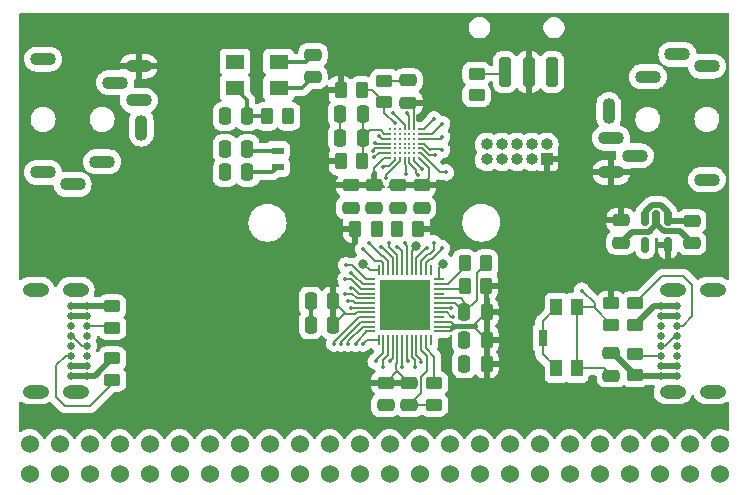
<source format=gbr>
%TF.GenerationSoftware,KiCad,Pcbnew,(6.0.6)*%
%TF.CreationDate,2022-09-05T11:07:08-07:00*%
%TF.ProjectId,Nour-Core,4e6f7572-2d43-46f7-9265-2e6b69636164,rev?*%
%TF.SameCoordinates,Original*%
%TF.FileFunction,Copper,L1,Top*%
%TF.FilePolarity,Positive*%
%FSLAX46Y46*%
G04 Gerber Fmt 4.6, Leading zero omitted, Abs format (unit mm)*
G04 Created by KiCad (PCBNEW (6.0.6)) date 2022-09-05 11:07:08*
%MOMM*%
%LPD*%
G01*
G04 APERTURE LIST*
G04 Aperture macros list*
%AMRoundRect*
0 Rectangle with rounded corners*
0 $1 Rounding radius*
0 $2 $3 $4 $5 $6 $7 $8 $9 X,Y pos of 4 corners*
0 Add a 4 corners polygon primitive as box body*
4,1,4,$2,$3,$4,$5,$6,$7,$8,$9,$2,$3,0*
0 Add four circle primitives for the rounded corners*
1,1,$1+$1,$2,$3*
1,1,$1+$1,$4,$5*
1,1,$1+$1,$6,$7*
1,1,$1+$1,$8,$9*
0 Add four rect primitives between the rounded corners*
20,1,$1+$1,$2,$3,$4,$5,0*
20,1,$1+$1,$4,$5,$6,$7,0*
20,1,$1+$1,$6,$7,$8,$9,0*
20,1,$1+$1,$8,$9,$2,$3,0*%
G04 Aperture macros list end*
%TA.AperFunction,SMDPad,CuDef*%
%ADD10RoundRect,0.250000X0.250000X0.475000X-0.250000X0.475000X-0.250000X-0.475000X0.250000X-0.475000X0*%
%TD*%
%TA.AperFunction,SMDPad,CuDef*%
%ADD11RoundRect,0.250000X0.262500X0.450000X-0.262500X0.450000X-0.262500X-0.450000X0.262500X-0.450000X0*%
%TD*%
%TA.AperFunction,SMDPad,CuDef*%
%ADD12RoundRect,0.250000X-0.262500X-0.450000X0.262500X-0.450000X0.262500X0.450000X-0.262500X0.450000X0*%
%TD*%
%TA.AperFunction,SMDPad,CuDef*%
%ADD13RoundRect,0.250000X-0.450000X0.262500X-0.450000X-0.262500X0.450000X-0.262500X0.450000X0.262500X0*%
%TD*%
%TA.AperFunction,ComponentPad*%
%ADD14C,0.650000*%
%TD*%
%TA.AperFunction,ComponentPad*%
%ADD15O,2.216000X1.108000*%
%TD*%
%TA.AperFunction,SMDPad,CuDef*%
%ADD16RoundRect,0.250000X0.450000X-0.262500X0.450000X0.262500X-0.450000X0.262500X-0.450000X-0.262500X0*%
%TD*%
%TA.AperFunction,SMDPad,CuDef*%
%ADD17R,1.000000X1.450000*%
%TD*%
%TA.AperFunction,SMDPad,CuDef*%
%ADD18R,0.650000X1.400000*%
%TD*%
%TA.AperFunction,SMDPad,CuDef*%
%ADD19RoundRect,0.250000X-0.475000X0.250000X-0.475000X-0.250000X0.475000X-0.250000X0.475000X0.250000X0*%
%TD*%
%TA.AperFunction,SMDPad,CuDef*%
%ADD20R,1.600000X1.250000*%
%TD*%
%TA.AperFunction,SMDPad,CuDef*%
%ADD21RoundRect,0.250000X0.250000X1.000000X-0.250000X1.000000X-0.250000X-1.000000X0.250000X-1.000000X0*%
%TD*%
%TA.AperFunction,ComponentPad*%
%ADD22C,1.524000*%
%TD*%
%TA.AperFunction,SMDPad,CuDef*%
%ADD23R,0.200000X0.850000*%
%TD*%
%TA.AperFunction,SMDPad,CuDef*%
%ADD24R,0.850000X0.200000*%
%TD*%
%TA.AperFunction,SMDPad,CuDef*%
%ADD25R,4.250000X4.250000*%
%TD*%
%TA.AperFunction,SMDPad,CuDef*%
%ADD26R,1.100000X0.600000*%
%TD*%
%TA.AperFunction,SMDPad,CuDef*%
%ADD27RoundRect,0.250000X0.475000X-0.250000X0.475000X0.250000X-0.475000X0.250000X-0.475000X-0.250000X0*%
%TD*%
%TA.AperFunction,SMDPad,CuDef*%
%ADD28C,0.220000*%
%TD*%
%TA.AperFunction,ComponentPad*%
%ADD29O,1.100000X2.200000*%
%TD*%
%TA.AperFunction,ComponentPad*%
%ADD30O,2.200000X1.100000*%
%TD*%
%TA.AperFunction,ComponentPad*%
%ADD31R,1.000000X1.000000*%
%TD*%
%TA.AperFunction,ComponentPad*%
%ADD32O,1.000000X1.000000*%
%TD*%
%TA.AperFunction,SMDPad,CuDef*%
%ADD33RoundRect,0.150000X-0.150000X0.512500X-0.150000X-0.512500X0.150000X-0.512500X0.150000X0.512500X0*%
%TD*%
%TA.AperFunction,ViaPad*%
%ADD34C,0.220000*%
%TD*%
%TA.AperFunction,ViaPad*%
%ADD35C,0.800000*%
%TD*%
%TA.AperFunction,ViaPad*%
%ADD36C,0.350000*%
%TD*%
%TA.AperFunction,Conductor*%
%ADD37C,0.200000*%
%TD*%
%TA.AperFunction,Conductor*%
%ADD38C,0.500000*%
%TD*%
%TA.AperFunction,Conductor*%
%ADD39C,0.300000*%
%TD*%
G04 APERTURE END LIST*
D10*
%TO.P,C6,1*%
%TO.N,/core/VDDA*%
X109600000Y-136050000D03*
%TO.P,C6,2*%
%TO.N,GND*%
X107700000Y-136050000D03*
%TD*%
D11*
%TO.P,R2,1*%
%TO.N,/core/I2C_SCL*%
X110812500Y-143750000D03*
%TO.P,R2,2*%
%TO.N,VCC*%
X108987500Y-143750000D03*
%TD*%
D12*
%TO.P,FB1,1*%
%TO.N,VCC*%
X107737500Y-138050000D03*
%TO.P,FB1,2*%
%TO.N,/core/VDDA*%
X109562500Y-138050000D03*
%TD*%
D13*
%TO.P,R12,1*%
%TO.N,Net-(IC1-Pad35)*%
X115650000Y-156837500D03*
%TO.P,R12,2*%
%TO.N,GND*%
X115650000Y-158662500D03*
%TD*%
D11*
%TO.P,R7,1*%
%TO.N,/core/OSC_OUT*%
X103312500Y-134250000D03*
%TO.P,R7,2*%
%TO.N,Net-(C13-Pad1)*%
X101487500Y-134250000D03*
%TD*%
D14*
%TO.P,J4,A1,GND*%
%TO.N,GND*%
X86275000Y-150275000D03*
%TO.P,J4,A4,VBUS*%
%TO.N,VBUS*%
X86275000Y-151125000D03*
%TO.P,J4,A5,CC1*%
%TO.N,Net-(J4-PadA5)*%
X86275000Y-151975000D03*
%TO.P,J4,A6,D+*%
%TO.N,/core/D+*%
X86275000Y-152825000D03*
%TO.P,J4,A7,D-*%
%TO.N,/core/D-*%
X86275000Y-153675000D03*
%TO.P,J4,A8,SBU1*%
%TO.N,unconnected-(J4-PadA8)*%
X86275000Y-154525000D03*
%TO.P,J4,A9,VBUS*%
%TO.N,VBUS*%
X86275000Y-155375000D03*
%TO.P,J4,A12,GND*%
%TO.N,GND*%
X86275000Y-156225000D03*
%TO.P,J4,B1,GND*%
X84925000Y-156225000D03*
%TO.P,J4,B4,VBUS*%
%TO.N,VBUS*%
X84925000Y-155375000D03*
%TO.P,J4,B5,CC2*%
%TO.N,Net-(J4-PadB5)*%
X84925000Y-154525000D03*
%TO.P,J4,B6,D+*%
%TO.N,/core/D+*%
X84925000Y-153675000D03*
%TO.P,J4,B7,D-*%
%TO.N,/core/D-*%
X84925000Y-152825000D03*
%TO.P,J4,B8,SBU2*%
%TO.N,unconnected-(J4-PadB8)*%
X84925000Y-151975000D03*
%TO.P,J4,B9,VBUS*%
%TO.N,VBUS*%
X84925000Y-151125000D03*
%TO.P,J4,B12,GND*%
%TO.N,GND*%
X84925000Y-150275000D03*
D15*
%TO.P,J4,P1*%
%TO.N,N/C*%
X85295000Y-148925000D03*
%TO.P,J4,P2*%
X85295000Y-157575000D03*
%TO.P,J4,P3*%
X81915000Y-148925000D03*
%TO.P,J4,P4*%
X81915000Y-157575000D03*
%TD*%
D16*
%TO.P,R6,1*%
%TO.N,/core/~{RST}*%
X130650000Y-151912500D03*
%TO.P,R6,2*%
%TO.N,VCC*%
X130650000Y-150087500D03*
%TD*%
D17*
%TO.P,SW2,1,A*%
%TO.N,GND*%
X126012500Y-150425000D03*
%TO.P,SW2,2,B*%
%TO.N,/core/~{RST}*%
X127712500Y-150425000D03*
%TO.P,SW2,3,A*%
%TO.N,GND*%
X126012500Y-155575000D03*
%TO.P,SW2,4,B*%
%TO.N,/core/~{RST}*%
X127712500Y-155575000D03*
D18*
%TO.P,SW2,5,G*%
%TO.N,GND*%
X124837500Y-153000000D03*
%TD*%
D19*
%TO.P,C4,1*%
%TO.N,VCC*%
X108600000Y-140100000D03*
%TO.P,C4,2*%
%TO.N,GND*%
X108600000Y-142000000D03*
%TD*%
D16*
%TO.P,R5,1*%
%TO.N,/core/VREF+*%
X111450000Y-133062500D03*
%TO.P,R5,2*%
%TO.N,GND*%
X111450000Y-131237500D03*
%TD*%
D20*
%TO.P,Y2,1,1*%
%TO.N,/core/OSC_IN*%
X102500000Y-129650000D03*
%TO.P,Y2,2,2*%
%TO.N,GND*%
X98800000Y-129650000D03*
%TO.P,Y2,3,3*%
%TO.N,Net-(C13-Pad1)*%
X98800000Y-131850000D03*
%TO.P,Y2,4,4*%
%TO.N,GND*%
X102500000Y-131850000D03*
%TD*%
D21*
%TO.P,SW1,1,A*%
%TO.N,GND*%
X125650000Y-130500000D03*
%TO.P,SW1,2,B*%
%TO.N,Net-(R4-Pad2)*%
X121650000Y-130500000D03*
%TO.P,SW1,3,C*%
%TO.N,VCC*%
X123650000Y-130500000D03*
%TD*%
D14*
%TO.P,J3,A1,GND*%
%TO.N,GND*%
X134875000Y-156225000D03*
%TO.P,J3,A4,VBUS*%
%TO.N,VBUS*%
X134875000Y-155375000D03*
%TO.P,J3,A5,CC1*%
%TO.N,Net-(J3-PadA5)*%
X134875000Y-154525000D03*
%TO.P,J3,A6,D+*%
%TO.N,/core/D+*%
X134875000Y-153675000D03*
%TO.P,J3,A7,D-*%
%TO.N,/core/D-*%
X134875000Y-152825000D03*
%TO.P,J3,A8,SBU1*%
%TO.N,unconnected-(J3-PadA8)*%
X134875000Y-151975000D03*
%TO.P,J3,A9,VBUS*%
%TO.N,VBUS*%
X134875000Y-151125000D03*
%TO.P,J3,A12,GND*%
%TO.N,GND*%
X134875000Y-150275000D03*
%TO.P,J3,B1,GND*%
X136225000Y-150275000D03*
%TO.P,J3,B4,VBUS*%
%TO.N,VBUS*%
X136225000Y-151125000D03*
%TO.P,J3,B5,CC2*%
%TO.N,Net-(J3-PadB5)*%
X136225000Y-151975000D03*
%TO.P,J3,B6,D+*%
%TO.N,/core/D+*%
X136225000Y-152825000D03*
%TO.P,J3,B7,D-*%
%TO.N,/core/D-*%
X136225000Y-153675000D03*
%TO.P,J3,B8,SBU2*%
%TO.N,unconnected-(J3-PadB8)*%
X136225000Y-154525000D03*
%TO.P,J3,B9,VBUS*%
%TO.N,VBUS*%
X136225000Y-155375000D03*
%TO.P,J3,B12,GND*%
%TO.N,GND*%
X136225000Y-156225000D03*
D15*
%TO.P,J3,P1*%
%TO.N,N/C*%
X135855000Y-157575000D03*
%TO.P,J3,P2*%
X135855000Y-148925000D03*
%TO.P,J3,P3*%
X139235000Y-157575000D03*
%TO.P,J3,P4*%
X139235000Y-148925000D03*
%TD*%
D19*
%TO.P,C12,1*%
%TO.N,/core/OSC_IN*%
X105400000Y-129050000D03*
%TO.P,C12,2*%
%TO.N,GND*%
X105400000Y-130950000D03*
%TD*%
D10*
%TO.P,C16,1*%
%TO.N,VCC*%
X120100000Y-155200000D03*
%TO.P,C16,2*%
%TO.N,GND*%
X118200000Y-155200000D03*
%TD*%
D22*
%TO.P,U4,1,KEY_COL2*%
%TO.N,/core/KEY.COL2*%
X81400000Y-162010000D03*
%TO.P,U4,2,KEY_COL4*%
%TO.N,/core/KEY.COL4*%
X83940000Y-162010000D03*
%TO.P,U4,3,KEY_ROW5*%
%TO.N,/core/KEY.ROW5*%
X86480000Y-162010000D03*
%TO.P,U4,4,KEY_ROW3*%
%TO.N,/core/KEY.ROW3*%
X89020000Y-162010000D03*
%TO.P,U4,5,KEY_ROW1*%
%TO.N,/core/KEY.ROW1*%
X91560000Y-162010000D03*
%TO.P,U4,6,LED_SW_RED1*%
%TO.N,/core/LED.SW_RED2*%
X94100000Y-162010000D03*
%TO.P,U4,7,LED_SW_GREEN2*%
%TO.N,/core/LED.SW_GREEN1*%
X96640000Y-162010000D03*
%TO.P,U4,8,LED_SW_BLUE2*%
%TO.N,/core/LED.SW_BLUE1*%
X99180000Y-162010000D03*
%TO.P,U4,9,LED_CS1*%
%TO.N,/core/LED.CS_COL1*%
X101720000Y-162010000D03*
%TO.P,U4,10,LED_CS3*%
%TO.N,/core/LED.CS_COL3*%
X104260000Y-162010000D03*
%TO.P,U4,11,LED_CS5*%
%TO.N,/core/LED.CS_COL5*%
X106800000Y-162010000D03*
%TO.P,U4,12,LED_CS7*%
%TO.N,/core/LED.CS_COL7*%
X109340000Y-162010000D03*
%TO.P,U4,13,LED_CS9*%
%TO.N,/core/LED.CS_COL9*%
X111880000Y-162010000D03*
%TO.P,U4,14,LED_CS11*%
%TO.N,/core/LED.CS_COL11*%
X114420000Y-162010000D03*
%TO.P,U4,15,LED_CS13*%
%TO.N,/core/LED.CS_COL13*%
X116960000Y-162010000D03*
%TO.P,U4,16,LED_CS15*%
%TO.N,/core/LED.CS_COL15*%
X119500000Y-162010000D03*
%TO.P,U4,17,LED_SW_BLUE3*%
%TO.N,/core/LED.SW_BLUE3*%
X122040000Y-162010000D03*
%TO.P,U4,18,LED_SW_GREEN3*%
%TO.N,/core/LED.SW_GREEN3*%
X124580000Y-162010000D03*
%TO.P,U4,19,LED_SW_RED4*%
%TO.N,/core/LED.SW_GREEN4*%
X127120000Y-162010000D03*
%TO.P,U4,20,KEY_ROW6*%
%TO.N,/core/KEY.ROW6*%
X129660000Y-162010000D03*
%TO.P,U4,21,KEY_ROW8*%
%TO.N,/core/KEY.ROW8*%
X132200000Y-162010000D03*
%TO.P,U4,22,KEY_ROW10*%
%TO.N,/core/KEY.ROW10*%
X134740000Y-162010000D03*
%TO.P,U4,23,KEY_COL7*%
%TO.N,/core/KEY.COL7*%
X137280000Y-162010000D03*
%TO.P,U4,24,KEY_COL9*%
%TO.N,/core/KEY.COL9*%
X139820000Y-162010000D03*
%TO.P,U4,25,KEY_COL10*%
%TO.N,/core/KEY.COL10*%
X139820000Y-164550000D03*
%TO.P,U4,26,KEY_COL8*%
%TO.N,/core/KEY.COL8*%
X137280000Y-164550000D03*
%TO.P,U4,27,KEY_COL6*%
%TO.N,/core/KEY.COL6*%
X134740000Y-164550000D03*
%TO.P,U4,28,KEY_ROW9*%
%TO.N,/core/KEY.ROW9*%
X132200000Y-164550000D03*
%TO.P,U4,29,KEY_ROW7*%
%TO.N,/core/KEY.ROW7*%
X129660000Y-164550000D03*
%TO.P,U4,30,LED_SW_BLUE4*%
%TO.N,/core/LED.SW_RED4*%
X127120000Y-164550000D03*
%TO.P,U4,31,LED_SW_GREEN4*%
%TO.N,/core/LED.SW_BLUE4*%
X124580000Y-164550000D03*
%TO.P,U4,32,LED_SW_RED3*%
%TO.N,/core/LED.SW_RED3*%
X122040000Y-164550000D03*
%TO.P,U4,33,LED_CS16*%
%TO.N,/core/LED.CS_COL16*%
X119500000Y-164550000D03*
%TO.P,U4,34,LED_CS14*%
%TO.N,/core/LED.CS_COL14*%
X116960000Y-164550000D03*
%TO.P,U4,35,LED_CS12*%
%TO.N,/core/LED.CS_COL12*%
X114420000Y-164550000D03*
%TO.P,U4,36,LED_CS10*%
%TO.N,/core/LED.CS_COL10*%
X111880000Y-164550000D03*
%TO.P,U4,37,LED_CS8*%
%TO.N,/core/LED.CS_COL8*%
X109340000Y-164550000D03*
%TO.P,U4,38,LED_CS6*%
%TO.N,/core/LED.CS_COL6*%
X106800000Y-164550000D03*
%TO.P,U4,39,LED_CS4*%
%TO.N,/core/LED.CS_COL4*%
X104260000Y-164550000D03*
%TO.P,U4,40,LED_CS2*%
%TO.N,/core/LED.CS_COL2*%
X101720000Y-164550000D03*
%TO.P,U4,41,LED_SW_RED2*%
%TO.N,/core/LED.SW_RED1*%
X99180000Y-164550000D03*
%TO.P,U4,42,LED_SW_GREEN1*%
%TO.N,/core/LED.SW_GREEN2*%
X96640000Y-164550000D03*
%TO.P,U4,43,LED_SW_BLUE1*%
%TO.N,/core/LED.SW_BLUE2*%
X94100000Y-164550000D03*
%TO.P,U4,44,KEY_ROW2*%
%TO.N,/core/KEY.ROW2*%
X91560000Y-164550000D03*
%TO.P,U4,45,KEY_ROW4*%
%TO.N,/core/KEY.ROW4*%
X89020000Y-164550000D03*
%TO.P,U4,46,KEY_COL5*%
%TO.N,/core/KEY.COL5*%
X86480000Y-164550000D03*
%TO.P,U4,47,KEY_COL3*%
%TO.N,/core/KEY.COL3*%
X83940000Y-164550000D03*
%TO.P,U4,48,KEY_COL1*%
%TO.N,/core/KEY.COL1*%
X81400000Y-164550000D03*
%TD*%
D10*
%TO.P,C14,1*%
%TO.N,VCC*%
X120100000Y-150850000D03*
%TO.P,C14,2*%
%TO.N,GND*%
X118200000Y-150850000D03*
%TD*%
D23*
%TO.P,IC1,1,NC_1*%
%TO.N,unconnected-(IC1-Pad1)*%
X115350000Y-147300000D03*
%TO.P,IC1,2,SW1*%
%TO.N,/core/LED.SW_GREEN4*%
X114950000Y-147300000D03*
%TO.P,IC1,3,SW2*%
%TO.N,/core/LED.SW_RED4*%
X114550000Y-147300000D03*
%TO.P,IC1,4,SW3*%
%TO.N,/core/LED.SW_BLUE4*%
X114150000Y-147300000D03*
%TO.P,IC1,5,PGND_1*%
%TO.N,GND*%
X113750000Y-147300000D03*
%TO.P,IC1,6,SW4*%
%TO.N,/core/LED.SW_GREEN3*%
X113350000Y-147300000D03*
%TO.P,IC1,7,SW5*%
%TO.N,/core/LED.SW_RED3*%
X112950000Y-147300000D03*
%TO.P,IC1,8,SW6*%
%TO.N,/core/LED.SW_BLUE3*%
X112550000Y-147300000D03*
%TO.P,IC1,9,SW7*%
%TO.N,/core/LED.SW_GREEN2*%
X112150000Y-147300000D03*
%TO.P,IC1,10,SW8*%
%TO.N,/core/LED.SW_RED2*%
X111750000Y-147300000D03*
%TO.P,IC1,11,SW9*%
%TO.N,/core/LED.SW_BLUE2*%
X111350000Y-147300000D03*
%TO.P,IC1,12,PGND_2*%
%TO.N,GND*%
X110950000Y-147300000D03*
D24*
%TO.P,IC1,13,SW10*%
%TO.N,/core/LED.SW_GREEN1*%
X110200000Y-148050000D03*
%TO.P,IC1,14,SW11*%
%TO.N,/core/LED.SW_RED1*%
X110200000Y-148450000D03*
%TO.P,IC1,15,SW12*%
%TO.N,/core/LED.SW_BLUE1*%
X110200000Y-148850000D03*
%TO.P,IC1,16,CS1*%
%TO.N,/core/LED.CS_COL1*%
X110200000Y-149250000D03*
%TO.P,IC1,17,CS2*%
%TO.N,/core/LED.CS_COL2*%
X110200000Y-149650000D03*
%TO.P,IC1,18,CS3*%
%TO.N,/core/LED.CS_COL3*%
X110200000Y-150050000D03*
%TO.P,IC1,19,CS4*%
%TO.N,/core/LED.CS_COL4*%
X110200000Y-150450000D03*
%TO.P,IC1,20,PVCC_1*%
%TO.N,VCC*%
X110200000Y-150850000D03*
%TO.P,IC1,21,CS5*%
%TO.N,/core/LED.CS_COL5*%
X110200000Y-151250000D03*
%TO.P,IC1,22,CS6*%
%TO.N,/core/LED.CS_COL6*%
X110200000Y-151650000D03*
%TO.P,IC1,23,CS7*%
%TO.N,/core/LED.CS_COL7*%
X110200000Y-152050000D03*
%TO.P,IC1,24,CS8*%
%TO.N,/core/LED.CS_COL8*%
X110200000Y-152450000D03*
D23*
%TO.P,IC1,25,CS9*%
%TO.N,/core/LED.CS_COL9*%
X110950000Y-153200000D03*
%TO.P,IC1,26,CS10*%
%TO.N,/core/LED.CS_COL10*%
X111350000Y-153200000D03*
%TO.P,IC1,27,CS11*%
%TO.N,/core/LED.CS_COL11*%
X111750000Y-153200000D03*
%TO.P,IC1,28,CS12*%
%TO.N,/core/LED.CS_COL12*%
X112150000Y-153200000D03*
%TO.P,IC1,29,PVCC_2*%
%TO.N,VCC*%
X112550000Y-153200000D03*
%TO.P,IC1,30,CS13*%
%TO.N,/core/LED.CS_COL13*%
X112950000Y-153200000D03*
%TO.P,IC1,31,CS14*%
%TO.N,/core/LED.CS_COL14*%
X113350000Y-153200000D03*
%TO.P,IC1,32,CS15*%
%TO.N,/core/LED.CS_COL15*%
X113750000Y-153200000D03*
%TO.P,IC1,33,CS16*%
%TO.N,/core/LED.CS_COL16*%
X114150000Y-153200000D03*
%TO.P,IC1,34,AGND*%
%TO.N,GND*%
X114550000Y-153200000D03*
%TO.P,IC1,35,ISET*%
%TO.N,Net-(IC1-Pad35)*%
X114950000Y-153200000D03*
%TO.P,IC1,36,NC_2*%
%TO.N,unconnected-(IC1-Pad36)*%
X115350000Y-153200000D03*
D24*
%TO.P,IC1,37,AVCC*%
%TO.N,VCC*%
X116100000Y-152450000D03*
%TO.P,IC1,38,DVCC*%
X116100000Y-152050000D03*
%TO.P,IC1,39,VIO*%
X116100000Y-151650000D03*
%TO.P,IC1,40,SYNC*%
%TO.N,unconnected-(IC1-Pad40)*%
X116100000Y-151250000D03*
%TO.P,IC1,41,SDA*%
%TO.N,/core/I2C_SDA*%
X116100000Y-150850000D03*
%TO.P,IC1,42,SCL*%
%TO.N,/core/I2C_SCL*%
X116100000Y-150450000D03*
%TO.P,IC1,43,ADDR1*%
%TO.N,GND*%
X116100000Y-150050000D03*
%TO.P,IC1,44,ADDR2*%
X116100000Y-149650000D03*
%TO.P,IC1,45,INTB*%
%TO.N,unconnected-(IC1-Pad45)*%
X116100000Y-149250000D03*
%TO.P,IC1,46,SDB*%
%TO.N,Net-(IC1-Pad46)*%
X116100000Y-148850000D03*
%TO.P,IC1,47,I2C_RST*%
%TO.N,Net-(IC1-Pad47)*%
X116100000Y-148450000D03*
%TO.P,IC1,48,GND*%
%TO.N,GND*%
X116100000Y-148050000D03*
D25*
%TO.P,IC1,49,EP*%
X113150000Y-150250000D03*
%TD*%
D11*
%TO.P,R3,1*%
%TO.N,VCC*%
X114312500Y-143750000D03*
%TO.P,R3,2*%
%TO.N,/core/I2C_SDA*%
X112487500Y-143750000D03*
%TD*%
D19*
%TO.P,C18,1*%
%TO.N,VCC*%
X111550000Y-156800000D03*
%TO.P,C18,2*%
%TO.N,GND*%
X111550000Y-158700000D03*
%TD*%
D10*
%TO.P,C13,1*%
%TO.N,Net-(C13-Pad1)*%
X99850000Y-134250000D03*
%TO.P,C13,2*%
%TO.N,GND*%
X97950000Y-134250000D03*
%TD*%
%TO.P,C11,1*%
%TO.N,/core/OSC32_OUT*%
X99850000Y-137000000D03*
%TO.P,C11,2*%
%TO.N,GND*%
X97950000Y-137000000D03*
%TD*%
D26*
%TO.P,Y1,1,1*%
%TO.N,/core/OSC32_IN*%
X102400000Y-138550000D03*
%TO.P,Y1,2,2*%
%TO.N,/core/OSC32_OUT*%
X102400000Y-137150000D03*
%TD*%
D12*
%TO.P,R1,1*%
%TO.N,VCC*%
X107737500Y-132050000D03*
%TO.P,R1,2*%
%TO.N,/core/VREF+*%
X109562500Y-132050000D03*
%TD*%
D27*
%TO.P,C9,1*%
%TO.N,/core/~{RST}*%
X130650000Y-156200000D03*
%TO.P,C9,2*%
%TO.N,GND*%
X130650000Y-154300000D03*
%TD*%
D28*
%TO.P,U1,A1,VDD_USB*%
%TO.N,VCC*%
X114350000Y-137750000D03*
%TO.P,U1,A2,PA15*%
%TO.N,/core/KEY.ROW6*%
X113950000Y-137750000D03*
%TO.P,U1,A3,PB3*%
%TO.N,/core/KEY.ROW7*%
X113550000Y-137750000D03*
%TO.P,U1,A4,PB5*%
%TO.N,/core/KEY.ROW2*%
X113150000Y-137750000D03*
%TO.P,U1,A5,BOOT0*%
%TO.N,/core/BOOT0*%
X112750000Y-137750000D03*
%TO.P,U1,A6,PB9*%
%TO.N,/core/KEY.ROW3*%
X112350000Y-137750000D03*
%TO.P,U1,A7,VDD*%
%TO.N,VCC*%
X111950000Y-137750000D03*
%TO.P,U1,B1,PA12*%
%TO.N,/core/D+*%
X114350000Y-137350000D03*
%TO.P,U1,B2,PA14*%
%TO.N,/core/SWCLK*%
X113950000Y-137350000D03*
%TO.P,U1,B3,PB4*%
%TO.N,/core/I2C_SDA*%
X113550000Y-137350000D03*
%TO.P,U1,B4,PB6*%
%TO.N,/core/USART.TX*%
X113150000Y-137350000D03*
%TO.P,U1,B5,PB8*%
%TO.N,/core/KEY.ROW4*%
X112750000Y-137350000D03*
%TO.P,U1,B6,VDD*%
%TO.N,VCC*%
X112350000Y-137350000D03*
%TO.P,U1,B7,PC13*%
%TO.N,/core/KEY.COL5*%
X111950000Y-137350000D03*
%TO.P,U1,C1,PA10*%
%TO.N,/core/KEY.ROW8*%
X114350000Y-136950000D03*
%TO.P,U1,C2,PA13*%
%TO.N,/core/SWDIO*%
X113950000Y-136950000D03*
%TO.P,U1,C3,PB7*%
%TO.N,/core/USART.RX*%
X113550000Y-136950000D03*
%TO.P,U1,C4,PC1*%
%TO.N,/core/KEY.ROW1*%
X113150000Y-136950000D03*
%TO.P,U1,C5,PC0*%
%TO.N,/core/I2C_SCL*%
X112750000Y-136950000D03*
%TO.P,U1,C6,PC14*%
%TO.N,/core/OSC32_IN*%
X112350000Y-136950000D03*
%TO.P,U1,C7,PC15*%
%TO.N,/core/OSC32_OUT*%
X111950000Y-136950000D03*
%TO.P,U1,D1,PA8*%
%TO.N,/core/KEY.COL6*%
X114350000Y-136550000D03*
%TO.P,U1,D2,PA11*%
%TO.N,/core/D-*%
X113950000Y-136550000D03*
%TO.P,U1,D3,PB1*%
%TO.N,/core/KEY.ROW9*%
X113550000Y-136550000D03*
%TO.P,U1,D4,VSS*%
%TO.N,GND*%
X113150000Y-136550000D03*
%TO.P,U1,D5,NRST*%
%TO.N,/core/~{RST}*%
X112750000Y-136550000D03*
%TO.P,U1,D6,PH0*%
%TO.N,/core/OSC_IN*%
X112350000Y-136550000D03*
%TO.P,U1,D7,PH1*%
%TO.N,/core/OSC_OUT*%
X111950000Y-136550000D03*
%TO.P,U1,E1,PB15*%
%TO.N,/core/KEY.COL8*%
X114350000Y-136150000D03*
%TO.P,U1,E2,PA9*%
%TO.N,/core/KEY.ROW10*%
X113950000Y-136150000D03*
%TO.P,U1,E3,PB2*%
%TO.N,/core/KEY.COL7*%
X113550000Y-136150000D03*
%TO.P,U1,E4,PA1*%
%TO.N,/core/TSC.G1_IO2*%
X113150000Y-136150000D03*
%TO.P,U1,E5,PA0*%
%TO.N,/core/TSC.G1_IO1*%
X112750000Y-136150000D03*
%TO.P,U1,E6,VREF+*%
%TO.N,/core/VREF+*%
X112350000Y-136150000D03*
%TO.P,U1,E7,PC2*%
%TO.N,/core/KEY.ROW5*%
X111950000Y-136150000D03*
%TO.P,U1,F1,PB14*%
%TO.N,/core/KEY.COL10*%
X114350000Y-135750000D03*
%TO.P,U1,F2,PB13*%
%TO.N,/core/KEY.COL2*%
X113950000Y-135750000D03*
%TO.P,U1,F3,PB11*%
%TO.N,/core/KEY.COL4*%
X113550000Y-135750000D03*
%TO.P,U1,F4,PA7*%
%TO.N,/core/TSC.G2_IO4*%
X113150000Y-135750000D03*
%TO.P,U1,F5,PA4*%
%TO.N,/core/TSC.G2_IO1*%
X112750000Y-135750000D03*
%TO.P,U1,F6,PA2*%
%TO.N,/core/TSC.G1_IO3*%
X112350000Y-135750000D03*
%TO.P,U1,F7,VDDA*%
%TO.N,/core/VDDA*%
X111950000Y-135750000D03*
%TO.P,U1,G1,PB12*%
%TO.N,/core/KEY.COL9*%
X114350000Y-135350000D03*
%TO.P,U1,G2,VDD*%
%TO.N,VCC*%
X113950000Y-135350000D03*
%TO.P,U1,G3,PB10*%
%TO.N,/core/KEY.COL1*%
X113550000Y-135350000D03*
%TO.P,U1,G4,PB0*%
%TO.N,/core/KEY.COL3*%
X113150000Y-135350000D03*
%TO.P,U1,G5,PA6*%
%TO.N,/core/TSC.G2_IO3*%
X112750000Y-135350000D03*
%TO.P,U1,G6,PA5*%
%TO.N,/core/TSC.G2_IO2*%
X112350000Y-135350000D03*
%TO.P,U1,G7,PA3*%
%TO.N,/core/TSC.G1_IO4*%
X111950000Y-135350000D03*
%TD*%
D11*
%TO.P,R8,1*%
%TO.N,VCC*%
X120062500Y-148600000D03*
%TO.P,R8,2*%
%TO.N,Net-(IC1-Pad46)*%
X118237500Y-148600000D03*
%TD*%
D19*
%TO.P,C8,1*%
%TO.N,VCC*%
X131474878Y-143050000D03*
%TO.P,C8,2*%
%TO.N,GND*%
X131474878Y-144950000D03*
%TD*%
D10*
%TO.P,C20,1*%
%TO.N,VCC*%
X107100000Y-151900000D03*
%TO.P,C20,2*%
%TO.N,GND*%
X105200000Y-151900000D03*
%TD*%
D13*
%TO.P,R9,1*%
%TO.N,Net-(J3-PadA5)*%
X132650000Y-154337500D03*
%TO.P,R9,2*%
%TO.N,GND*%
X132650000Y-156162500D03*
%TD*%
D10*
%TO.P,C15,1*%
%TO.N,VCC*%
X120100000Y-153150000D03*
%TO.P,C15,2*%
%TO.N,GND*%
X118200000Y-153150000D03*
%TD*%
D19*
%TO.P,C7,1*%
%TO.N,VBUS*%
X137474878Y-143100000D03*
%TO.P,C7,2*%
%TO.N,GND*%
X137474878Y-145000000D03*
%TD*%
D13*
%TO.P,R13,1*%
%TO.N,GND*%
X88400000Y-150337500D03*
%TO.P,R13,2*%
%TO.N,Net-(J4-PadA5)*%
X88400000Y-152162500D03*
%TD*%
D29*
%TO.P,J1,1*%
%TO.N,GND*%
X130450000Y-133800000D03*
D30*
%TO.P,J1,2*%
%TO.N,Net-(J1-Pad2)*%
X133750000Y-130900000D03*
%TO.P,J1,3*%
%TO.N,/core/USART.RX*%
X130650000Y-136100000D03*
%TO.P,J1,4*%
%TO.N,/core/USART.TX*%
X138750000Y-130000000D03*
%TO.P,J1,5*%
%TO.N,Net-(J1-Pad2)*%
X132650000Y-137600000D03*
%TO.P,J1,6*%
%TO.N,VCC*%
X130650000Y-139000000D03*
%TO.P,J1,SH1*%
%TO.N,GND*%
X138750000Y-139600000D03*
%TO.P,J1,SH2*%
X136250000Y-129000000D03*
%TD*%
D13*
%TO.P,R14,1*%
%TO.N,GND*%
X88400000Y-154737500D03*
%TO.P,R14,2*%
%TO.N,Net-(J4-PadB5)*%
X88400000Y-156562500D03*
%TD*%
D10*
%TO.P,C19,1*%
%TO.N,VCC*%
X107100000Y-149900000D03*
%TO.P,C19,2*%
%TO.N,GND*%
X105200000Y-149900000D03*
%TD*%
D19*
%TO.P,C17,1*%
%TO.N,VCC*%
X113550000Y-156800000D03*
%TO.P,C17,2*%
%TO.N,GND*%
X113550000Y-158700000D03*
%TD*%
D16*
%TO.P,R4,1*%
%TO.N,/core/BOOT0*%
X119250000Y-132462500D03*
%TO.P,R4,2*%
%TO.N,Net-(R4-Pad2)*%
X119250000Y-130637500D03*
%TD*%
D19*
%TO.P,C2,1*%
%TO.N,VCC*%
X112600000Y-140100000D03*
%TO.P,C2,2*%
%TO.N,GND*%
X112600000Y-142000000D03*
%TD*%
%TO.P,C21,1*%
%TO.N,VCC*%
X110600000Y-140100000D03*
%TO.P,C21,2*%
%TO.N,GND*%
X110600000Y-142000000D03*
%TD*%
D27*
%TO.P,C3,1*%
%TO.N,VCC*%
X113450000Y-133100000D03*
%TO.P,C3,2*%
%TO.N,GND*%
X113450000Y-131200000D03*
%TD*%
D31*
%TO.P,J2,1,VTref*%
%TO.N,VCC*%
X125175000Y-137895000D03*
D32*
%TO.P,J2,2,SWDIO/TMS*%
%TO.N,/core/SWDIO*%
X125175000Y-136625000D03*
%TO.P,J2,3,GND*%
%TO.N,GND*%
X123905000Y-137895000D03*
%TO.P,J2,4,SWDCLK/TCK*%
%TO.N,/core/SWCLK*%
X123905000Y-136625000D03*
%TO.P,J2,5,GND*%
%TO.N,GND*%
X122635000Y-137895000D03*
%TO.P,J2,6,SWO/TDO*%
%TO.N,unconnected-(J2-Pad6)*%
X122635000Y-136625000D03*
%TO.P,J2,7,KEY*%
%TO.N,unconnected-(J2-Pad7)*%
X121365000Y-137895000D03*
%TO.P,J2,8,NC/TDI*%
%TO.N,unconnected-(J2-Pad8)*%
X121365000Y-136625000D03*
%TO.P,J2,9,GNDDetect*%
%TO.N,GND*%
X120095000Y-137895000D03*
%TO.P,J2,10,~{RESET}*%
%TO.N,/core/~{RST}*%
X120095000Y-136625000D03*
%TD*%
D33*
%TO.P,U2,1,VIN*%
%TO.N,VBUS*%
X135424878Y-142862500D03*
%TO.P,U2,2,GND*%
%TO.N,GND*%
X134474878Y-142862500D03*
%TO.P,U2,3,EN*%
%TO.N,VBUS*%
X133524878Y-142862500D03*
%TO.P,U2,4,NC*%
%TO.N,unconnected-(U2-Pad4)*%
X133524878Y-145137500D03*
%TO.P,U2,5,VOUT*%
%TO.N,VCC*%
X135424878Y-145137500D03*
%TD*%
D13*
%TO.P,R10,1*%
%TO.N,Net-(J3-PadB5)*%
X132650000Y-150087500D03*
%TO.P,R10,2*%
%TO.N,GND*%
X132650000Y-151912500D03*
%TD*%
D10*
%TO.P,C5,1*%
%TO.N,/core/VDDA*%
X109600000Y-134050000D03*
%TO.P,C5,2*%
%TO.N,GND*%
X107700000Y-134050000D03*
%TD*%
D19*
%TO.P,C1,1*%
%TO.N,VCC*%
X114600000Y-140100000D03*
%TO.P,C1,2*%
%TO.N,GND*%
X114600000Y-142000000D03*
%TD*%
D29*
%TO.P,J5,1*%
%TO.N,GND*%
X90850000Y-135200000D03*
D30*
%TO.P,J5,2*%
%TO.N,Net-(J5-Pad2)*%
X87550000Y-138100000D03*
%TO.P,J5,3*%
%TO.N,/core/USART.TX*%
X90650000Y-132900000D03*
%TO.P,J5,4*%
%TO.N,/core/USART.RX*%
X82550000Y-139000000D03*
%TO.P,J5,5*%
%TO.N,Net-(J5-Pad2)*%
X88650000Y-131400000D03*
%TO.P,J5,6*%
%TO.N,VCC*%
X90650000Y-130000000D03*
%TO.P,J5,SH1*%
%TO.N,GND*%
X82550000Y-129400000D03*
%TO.P,J5,SH2*%
X85050000Y-140000000D03*
%TD*%
D10*
%TO.P,C10,1*%
%TO.N,/core/OSC32_IN*%
X99850000Y-139000000D03*
%TO.P,C10,2*%
%TO.N,GND*%
X97950000Y-139000000D03*
%TD*%
D12*
%TO.P,R11,1*%
%TO.N,Net-(IC1-Pad47)*%
X118237500Y-146700000D03*
%TO.P,R11,2*%
%TO.N,GND*%
X120062500Y-146700000D03*
%TD*%
D34*
%TO.N,VCC*%
X112350000Y-137350000D03*
X111950000Y-137750000D03*
D35*
%TO.N,GND*%
X118200000Y-155200000D03*
X131474878Y-144950000D03*
X114150000Y-145250000D03*
X107700000Y-134050000D03*
X102500000Y-131850000D03*
X116400000Y-146750000D03*
X112600000Y-142000000D03*
X113450000Y-131200000D03*
X118200000Y-150850000D03*
X98800000Y-129650000D03*
X111550000Y-158700000D03*
X97950000Y-134250000D03*
X137474878Y-145000000D03*
X107700000Y-136050000D03*
X126012500Y-155575000D03*
X110600000Y-142000000D03*
X113150000Y-150250000D03*
X109650000Y-146750000D03*
X97950000Y-137000000D03*
X118200000Y-153150000D03*
X108600000Y-142000000D03*
X125650000Y-130500000D03*
X113550000Y-158700000D03*
X97950000Y-139000000D03*
X105200000Y-151900000D03*
X126012500Y-150425000D03*
X114600000Y-142000000D03*
D34*
X113150000Y-136550000D03*
D35*
X111450000Y-131237500D03*
%TO.N,VBUS*%
X137474878Y-143100000D03*
D34*
%TO.N,/core/~{RST}*%
X112750000Y-136550000D03*
D36*
X128149999Y-148999599D03*
D34*
%TO.N,/core/OSC32_IN*%
X112350000Y-136950000D03*
D36*
X102400000Y-138550000D03*
%TO.N,/core/OSC32_OUT*%
X102400000Y-137150000D03*
X110450000Y-137150000D03*
%TO.N,/core/OSC_IN*%
X105400000Y-129050000D03*
D34*
X112350000Y-136550000D03*
D36*
%TO.N,/core/LED.SW_GREEN4*%
X116300000Y-145400000D03*
%TO.N,/core/LED.SW_RED4*%
X115650000Y-145000000D03*
%TO.N,/core/LED.SW_BLUE4*%
X115050000Y-145400000D03*
%TO.N,/core/LED.SW_GREEN3*%
X113150000Y-145000000D03*
%TO.N,/core/LED.SW_RED3*%
X112550000Y-145300000D03*
%TO.N,/core/LED.SW_BLUE3*%
X111850000Y-145000000D03*
%TO.N,/core/LED.SW_GREEN2*%
X111150000Y-145300000D03*
%TO.N,/core/LED.SW_RED2*%
X110150000Y-145000000D03*
%TO.N,/core/LED.SW_BLUE2*%
X109650000Y-145500000D03*
%TO.N,/core/LED.SW_GREEN1*%
X108200000Y-146850000D03*
%TO.N,/core/LED.SW_RED1*%
X108650000Y-147500000D03*
%TO.N,/core/LED.SW_BLUE1*%
X108150000Y-148050000D03*
%TO.N,/core/LED.CS_COL1*%
X108650000Y-148750000D03*
%TO.N,/core/LED.CS_COL2*%
X108150000Y-149250000D03*
%TO.N,/core/LED.CS_COL3*%
X108400000Y-149900000D03*
%TO.N,/core/LED.CS_COL4*%
X108650000Y-150500000D03*
%TO.N,/core/LED.CS_COL5*%
X107200000Y-153500000D03*
%TO.N,/core/LED.CS_COL6*%
X107800000Y-153500000D03*
%TO.N,/core/LED.CS_COL7*%
X108400000Y-153500000D03*
%TO.N,/core/LED.CS_COL8*%
X109000000Y-153500000D03*
%TO.N,/core/LED.CS_COL9*%
X109650000Y-153500000D03*
%TO.N,/core/LED.CS_COL10*%
X110700000Y-155000000D03*
%TO.N,/core/LED.CS_COL11*%
X111300000Y-155450000D03*
%TO.N,/core/LED.CS_COL12*%
X111900000Y-155000000D03*
%TO.N,/core/LED.CS_COL13*%
X112900000Y-155450000D03*
%TO.N,/core/LED.CS_COL14*%
X113450000Y-155000000D03*
%TO.N,/core/LED.CS_COL15*%
X114000000Y-155450000D03*
%TO.N,/core/LED.CS_COL16*%
X114550000Y-155050000D03*
D34*
%TO.N,/core/I2C_SDA*%
X113550000Y-137350000D03*
D36*
X112487500Y-143750000D03*
X117250000Y-151200000D03*
D34*
%TO.N,/core/I2C_SCL*%
X112750000Y-136950000D03*
D36*
X117050000Y-150500000D03*
X110812500Y-143750000D03*
D34*
%TO.N,/core/USART.RX*%
X113550000Y-136950000D03*
%TO.N,/core/USART.TX*%
X113150000Y-137350000D03*
%TO.N,/core/SWDIO*%
X113950000Y-136950000D03*
%TO.N,/core/SWCLK*%
X113950000Y-137350000D03*
D36*
%TO.N,/core/D+*%
X116650000Y-139000000D03*
D34*
%TO.N,/core/D-*%
X113950000Y-136550000D03*
D36*
%TO.N,/core/VREF+*%
X112350000Y-134800000D03*
D34*
X112350000Y-136150000D03*
D35*
%TO.N,/core/BOOT0*%
X119250000Y-132462500D03*
D36*
X111600000Y-139450000D03*
%TO.N,/core/OSC_OUT*%
X110650000Y-136500000D03*
X103312500Y-134250000D03*
D34*
%TO.N,/core/KEY.ROW10*%
X113950000Y-136150000D03*
D36*
%TO.N,/core/KEY.ROW6*%
X114600000Y-138700000D03*
%TO.N,/core/KEY.ROW8*%
X115750000Y-137500000D03*
D34*
%TO.N,/core/KEY.COL4*%
X113550000Y-135750000D03*
D36*
%TO.N,/core/KEY.ROW7*%
X114250000Y-139200000D03*
%TO.N,/core/KEY.COL1*%
X113350000Y-134000000D03*
%TO.N,/core/KEY.COL3*%
X112150000Y-134000000D03*
%TO.N,/core/KEY.ROW2*%
X113250000Y-139100000D03*
D34*
%TO.N,/core/KEY.COL2*%
X113950000Y-135750000D03*
%TO.N,/core/KEY.ROW9*%
X113550000Y-136550000D03*
%TO.N,/core/KEY.ROW4*%
X112750000Y-137350000D03*
D36*
%TO.N,/core/KEY.COL10*%
X116350000Y-134900000D03*
%TO.N,/core/KEY.ROW5*%
X110950000Y-135900000D03*
D34*
%TO.N,/core/KEY.ROW1*%
X113150000Y-136950000D03*
D36*
%TO.N,/core/KEY.COL9*%
X115650000Y-134500000D03*
%TO.N,/core/KEY.COL8*%
X116350000Y-136000000D03*
%TO.N,/core/KEY.COL6*%
X116350000Y-137100000D03*
D34*
%TO.N,/core/KEY.COL7*%
X113550000Y-136150000D03*
D36*
%TO.N,/core/KEY.COL5*%
X110600000Y-137700000D03*
%TO.N,/core/KEY.ROW3*%
X111298562Y-138548562D03*
%TD*%
D37*
%TO.N,VCC*%
X110600000Y-138603656D02*
X110600000Y-140100000D01*
X112550000Y-155800000D02*
X111550000Y-156800000D01*
X112550000Y-153200000D02*
X112550000Y-155128248D01*
X108977942Y-150975000D02*
X109102943Y-150850000D01*
X108110000Y-150910000D02*
X107100000Y-149900000D01*
X119095000Y-152145000D02*
X120100000Y-153150000D01*
X108090000Y-150910000D02*
X107100000Y-151900000D01*
X115250000Y-138650000D02*
X115250000Y-139450000D01*
X111453656Y-137750000D02*
X110600000Y-138603656D01*
X116100000Y-152050000D02*
X118900000Y-152050000D01*
X116100000Y-151650000D02*
X117100000Y-151650000D01*
X118900000Y-152050000D02*
X119000000Y-152050000D01*
X112550000Y-155800000D02*
X113550000Y-156800000D01*
X112425000Y-155253248D02*
X112425000Y-155675000D01*
X113950000Y-133600000D02*
X113450000Y-133100000D01*
X111950000Y-137750000D02*
X111453656Y-137750000D01*
X117100000Y-152450000D02*
X117405000Y-152145000D01*
X112550000Y-155128248D02*
X112425000Y-155253248D01*
X115250000Y-139450000D02*
X114600000Y-140100000D01*
X117100000Y-151650000D02*
X117350000Y-151900000D01*
X108110000Y-150910000D02*
X108090000Y-150910000D01*
X118900000Y-152050000D02*
X119050000Y-151900000D01*
X109102943Y-150850000D02*
X110200000Y-150850000D01*
X117350000Y-151900000D02*
X119050000Y-151900000D01*
X108155000Y-150975000D02*
X108977942Y-150975000D01*
X116100000Y-152450000D02*
X117100000Y-152450000D01*
X114350000Y-137750000D02*
X115250000Y-138650000D01*
X112425000Y-155675000D02*
X112550000Y-155800000D01*
X119050000Y-151900000D02*
X120100000Y-150850000D01*
X108090000Y-150910000D02*
X108155000Y-150975000D01*
X113950000Y-135350000D02*
X113950000Y-133600000D01*
X117405000Y-152145000D02*
X119095000Y-152145000D01*
X119000000Y-152050000D02*
X119095000Y-152145000D01*
D38*
%TO.N,GND*%
X135079634Y-144000000D02*
X136474878Y-144000000D01*
X134474878Y-143395244D02*
X135079634Y-144000000D01*
D37*
X113750000Y-147300000D02*
X113750000Y-145650000D01*
X120062500Y-146700000D02*
X119270000Y-147492500D01*
D38*
X134875000Y-150275000D02*
X134287500Y-150275000D01*
D37*
X124837500Y-153000000D02*
X124837500Y-151600000D01*
X115088799Y-154561201D02*
X115088799Y-155796668D01*
X114555000Y-156330467D02*
X114555000Y-157695000D01*
D39*
X102500000Y-131850000D02*
X104500000Y-131850000D01*
D38*
X84925000Y-156225000D02*
X86275000Y-156225000D01*
X134875000Y-156225000D02*
X132712500Y-156225000D01*
D37*
X115650000Y-158662500D02*
X113587500Y-158662500D01*
X116100000Y-150050000D02*
X116105000Y-150045000D01*
D38*
X86275000Y-156225000D02*
X86912500Y-156225000D01*
X132712500Y-156225000D02*
X132650000Y-156162500D01*
D39*
X105200000Y-149900000D02*
X105200000Y-151900000D01*
X104500000Y-131850000D02*
X105400000Y-130950000D01*
D37*
X118200000Y-149950000D02*
X118200000Y-150850000D01*
X124837500Y-151600000D02*
X126012500Y-150425000D01*
X124837500Y-153000000D02*
X124837500Y-154400000D01*
X110950000Y-147300000D02*
X110200000Y-147300000D01*
D38*
X134474878Y-143395244D02*
X133825122Y-144045000D01*
D37*
X117900000Y-149650000D02*
X118200000Y-149950000D01*
X115088799Y-155796668D02*
X114555000Y-156330467D01*
D38*
X88337500Y-150275000D02*
X88400000Y-150337500D01*
D37*
X113750000Y-145650000D02*
X114150000Y-145250000D01*
D38*
X86912500Y-156225000D02*
X88400000Y-154737500D01*
D37*
X113412500Y-131237500D02*
X113450000Y-131200000D01*
X110200000Y-147300000D02*
X109650000Y-146750000D01*
X113587500Y-158662500D02*
X113550000Y-158700000D01*
X116100000Y-148050000D02*
X116100000Y-147050000D01*
X111450000Y-131237500D02*
X113412500Y-131237500D01*
D38*
X133825122Y-144045000D02*
X132379878Y-144045000D01*
D37*
X114550000Y-154022401D02*
X114550000Y-153200000D01*
D38*
X136225000Y-150275000D02*
X134875000Y-150275000D01*
D37*
X119270000Y-149780000D02*
X118200000Y-150850000D01*
X107700000Y-136050000D02*
X107700000Y-134050000D01*
X119270000Y-147492500D02*
X119270000Y-149780000D01*
X117395000Y-150045000D02*
X118200000Y-150850000D01*
D38*
X86275000Y-150275000D02*
X88337500Y-150275000D01*
D37*
X124837500Y-154400000D02*
X126012500Y-155575000D01*
D38*
X84925000Y-150275000D02*
X86275000Y-150275000D01*
X130787500Y-154300000D02*
X132650000Y-156162500D01*
D37*
X116105000Y-150045000D02*
X117395000Y-150045000D01*
D38*
X134287500Y-150275000D02*
X132650000Y-151912500D01*
X136474878Y-144000000D02*
X137474878Y-145000000D01*
X130650000Y-154300000D02*
X130787500Y-154300000D01*
D37*
X114555000Y-157695000D02*
X113550000Y-158700000D01*
D38*
X132379878Y-144045000D02*
X131474878Y-144950000D01*
D37*
X116100000Y-147050000D02*
X116400000Y-146750000D01*
D38*
X136225000Y-156225000D02*
X134875000Y-156225000D01*
D37*
X115088799Y-154561201D02*
X114550000Y-154022401D01*
X116100000Y-149650000D02*
X117900000Y-149650000D01*
D38*
X134474878Y-142862500D02*
X134474878Y-143395244D01*
%TO.N,VBUS*%
X84925000Y-151125000D02*
X86275000Y-151125000D01*
X84925000Y-155375000D02*
X86275000Y-155375000D01*
X136225000Y-155375000D02*
X134875000Y-155375000D01*
X137474878Y-143100000D02*
X135662378Y-143100000D01*
X135424878Y-142329756D02*
X134865122Y-141770000D01*
X135662378Y-143100000D02*
X135424878Y-142862500D01*
X134084634Y-141770000D02*
X133524878Y-142329756D01*
X133524878Y-142329756D02*
X133524878Y-142862500D01*
X134865122Y-141770000D02*
X134084634Y-141770000D01*
X135424878Y-142862500D02*
X135424878Y-142329756D01*
X136225000Y-151125000D02*
X134875000Y-151125000D01*
D37*
%TO.N,Net-(IC1-Pad35)*%
X114950000Y-153200000D02*
X114950000Y-153885000D01*
X114950000Y-153885000D02*
X115650000Y-154585000D01*
X115650000Y-154585000D02*
X115650000Y-156837500D01*
%TO.N,Net-(IC1-Pad46)*%
X116100000Y-148850000D02*
X117987500Y-148850000D01*
X117987500Y-148850000D02*
X118237500Y-148600000D01*
%TO.N,Net-(IC1-Pad47)*%
X118237500Y-147012500D02*
X118237500Y-146700000D01*
X116800000Y-148450000D02*
X118237500Y-147012500D01*
X116100000Y-148450000D02*
X116800000Y-148450000D01*
%TO.N,/core/VDDA*%
X111138468Y-135445000D02*
X110205000Y-135445000D01*
X109600000Y-138012500D02*
X109562500Y-138050000D01*
X110205000Y-135445000D02*
X109600000Y-136050000D01*
X111443468Y-135750000D02*
X111138468Y-135445000D01*
X111950000Y-135750000D02*
X111443468Y-135750000D01*
X109600000Y-136050000D02*
X109600000Y-134050000D01*
X109600000Y-136050000D02*
X109600000Y-138012500D01*
%TO.N,/core/~{RST}*%
X129237500Y-150087500D02*
X129237500Y-150500000D01*
X129162500Y-150425000D02*
X129237500Y-150500000D01*
X127712500Y-150425000D02*
X129162500Y-150425000D01*
X129237500Y-150500000D02*
X130650000Y-151912500D01*
X127712500Y-150425000D02*
X127712500Y-155575000D01*
X130025000Y-155575000D02*
X130650000Y-156200000D01*
X127712500Y-155575000D02*
X130025000Y-155575000D01*
X129237500Y-150087500D02*
X128150000Y-149000000D01*
D39*
%TO.N,/core/OSC32_IN*%
X99850000Y-139000000D02*
X101950000Y-139000000D01*
X101950000Y-139000000D02*
X102400000Y-138550000D01*
D37*
%TO.N,/core/OSC32_OUT*%
X110645000Y-136955000D02*
X110450000Y-137150000D01*
D39*
X100000000Y-137150000D02*
X99850000Y-137000000D01*
D37*
X111950000Y-136950000D02*
X111945000Y-136955000D01*
X111945000Y-136955000D02*
X110645000Y-136955000D01*
D39*
X102400000Y-137150000D02*
X100000000Y-137150000D01*
%TO.N,/core/OSC_IN*%
X104800000Y-129650000D02*
X105400000Y-129050000D01*
X102500000Y-129650000D02*
X104800000Y-129650000D01*
%TO.N,Net-(C13-Pad1)*%
X99850000Y-134250000D02*
X99850000Y-132900000D01*
X101487500Y-134250000D02*
X99850000Y-134250000D01*
X99850000Y-132900000D02*
X98800000Y-131850000D01*
D37*
%TO.N,/core/LED.SW_GREEN4*%
X115480600Y-146314914D02*
X115310086Y-146314914D01*
X114950000Y-146675000D02*
X114950000Y-147300000D01*
X116300000Y-145495514D02*
X115480600Y-146314914D01*
X115310086Y-146314914D02*
X114950000Y-146675000D01*
X116300000Y-145400000D02*
X116300000Y-145495514D01*
%TO.N,/core/LED.SW_RED4*%
X115314914Y-145914914D02*
X115650000Y-145579828D01*
X114550000Y-146509314D02*
X115144400Y-145914914D01*
X115144400Y-145914914D02*
X115314914Y-145914914D01*
X115650000Y-145579828D02*
X115650000Y-145000000D01*
X114550000Y-147300000D02*
X114550000Y-146509314D01*
%TO.N,/core/LED.SW_BLUE4*%
X115050000Y-145400000D02*
X114989950Y-145400000D01*
X114989950Y-145400000D02*
X114150000Y-146239950D01*
X114150000Y-146239950D02*
X114150000Y-147300000D01*
%TO.N,/core/LED.SW_GREEN3*%
X113350000Y-145200000D02*
X113350000Y-147300000D01*
X113150000Y-145000000D02*
X113350000Y-145200000D01*
%TO.N,/core/LED.SW_RED3*%
X112950000Y-145650000D02*
X112950000Y-147300000D01*
X112600000Y-145300000D02*
X112550000Y-145300000D01*
X112950000Y-145650000D02*
X112600000Y-145300000D01*
%TO.N,/core/LED.SW_BLUE3*%
X112550000Y-146000000D02*
X111850000Y-145300000D01*
X112550000Y-146000000D02*
X112550000Y-147300000D01*
X111850000Y-145300000D02*
X111850000Y-145000000D01*
%TO.N,/core/LED.SW_GREEN2*%
X112150000Y-147300000D02*
X112150000Y-146250000D01*
X111200000Y-145300000D02*
X111150000Y-145300000D01*
X112150000Y-146250000D02*
X111200000Y-145300000D01*
%TO.N,/core/LED.SW_RED2*%
X111340686Y-146100000D02*
X111250000Y-146100000D01*
X111750000Y-146509314D02*
X111340686Y-146100000D01*
X111750000Y-147300000D02*
X111750000Y-146509314D01*
X111250000Y-146100000D02*
X110150000Y-145000000D01*
%TO.N,/core/LED.SW_BLUE2*%
X110650000Y-146500000D02*
X111150000Y-146500000D01*
X111350000Y-147300000D02*
X111350000Y-146700000D01*
X109650000Y-145500000D02*
X110650000Y-146500000D01*
X111350000Y-146700000D02*
X111150000Y-146500000D01*
%TO.N,/core/LED.SW_GREEN1*%
X108200000Y-146850000D02*
X108675000Y-146850000D01*
X109875000Y-148050000D02*
X110200000Y-148050000D01*
X108675000Y-146850000D02*
X109875000Y-148050000D01*
%TO.N,/core/LED.SW_RED1*%
X108912744Y-147750000D02*
X108900000Y-147750000D01*
X108900000Y-147750000D02*
X108650000Y-147500000D01*
X110200000Y-148450000D02*
X109612744Y-148450000D01*
X109612744Y-148450000D02*
X108912744Y-147750000D01*
%TO.N,/core/LED.SW_BLUE1*%
X108948529Y-148351471D02*
X108698529Y-148101471D01*
X108150000Y-148050000D02*
X108634314Y-148050000D01*
X108634314Y-148050000D02*
X108692157Y-148107843D01*
X108872058Y-148275000D02*
X108698529Y-148101471D01*
X110200000Y-148850000D02*
X109447058Y-148850000D01*
X109447058Y-148850000D02*
X108948529Y-148351471D01*
%TO.N,/core/LED.CS_COL1*%
X110200000Y-149250000D02*
X109281372Y-149250000D01*
X108781372Y-148750000D02*
X108650000Y-148750000D01*
X109281372Y-149250000D02*
X108781372Y-148750000D01*
%TO.N,/core/LED.CS_COL2*%
X108715686Y-149250000D02*
X108150000Y-149250000D01*
X110200000Y-149650000D02*
X109115686Y-149650000D01*
X109115686Y-149650000D02*
X108715686Y-149250000D01*
%TO.N,/core/LED.CS_COL3*%
X108800000Y-149900000D02*
X108400000Y-149900000D01*
X110200000Y-150050000D02*
X108950000Y-150050000D01*
X108950000Y-150050000D02*
X108800000Y-149900000D01*
%TO.N,/core/LED.CS_COL4*%
X110200000Y-150450000D02*
X108700000Y-150450000D01*
X108700000Y-150450000D02*
X108650000Y-150500000D01*
%TO.N,/core/LED.CS_COL5*%
X107200000Y-153350000D02*
X107200000Y-153500000D01*
X109300000Y-151250000D02*
X107200000Y-153350000D01*
X110200000Y-151250000D02*
X109300000Y-151250000D01*
%TO.N,/core/LED.CS_COL6*%
X109475000Y-151650000D02*
X107800000Y-153325000D01*
X110200000Y-151650000D02*
X109475000Y-151650000D01*
X107800000Y-153325000D02*
X107800000Y-153500000D01*
%TO.N,/core/LED.CS_COL7*%
X109640686Y-152050000D02*
X108400000Y-153290686D01*
X108400000Y-153290686D02*
X108400000Y-153500000D01*
X110200000Y-152050000D02*
X109640686Y-152050000D01*
%TO.N,/core/LED.CS_COL8*%
X110200000Y-152450000D02*
X109950000Y-152450000D01*
X109000000Y-153400000D02*
X109000000Y-153500000D01*
X109950000Y-152450000D02*
X109000000Y-153400000D01*
%TO.N,/core/LED.CS_COL9*%
X109950000Y-153200000D02*
X109650000Y-153500000D01*
X110950000Y-153200000D02*
X109950000Y-153200000D01*
%TO.N,/core/LED.CS_COL10*%
X111350000Y-153200000D02*
X111350000Y-154250000D01*
X111350000Y-154250000D02*
X110700000Y-154900000D01*
X110700000Y-154900000D02*
X110700000Y-155000000D01*
%TO.N,/core/LED.CS_COL11*%
X111750000Y-153200000D02*
X111750000Y-154450000D01*
X111750000Y-154450000D02*
X111300000Y-154900000D01*
X111300000Y-154900000D02*
X111300000Y-155450000D01*
%TO.N,/core/LED.CS_COL12*%
X112150000Y-154750000D02*
X111900000Y-155000000D01*
X112150000Y-153200000D02*
X112150000Y-154750000D01*
%TO.N,/core/LED.CS_COL13*%
X112950000Y-155400000D02*
X112900000Y-155450000D01*
X112950000Y-153200000D02*
X112950000Y-155400000D01*
%TO.N,/core/LED.CS_COL14*%
X113350000Y-154900000D02*
X113450000Y-155000000D01*
X113350000Y-153200000D02*
X113350000Y-154900000D01*
%TO.N,/core/LED.CS_COL15*%
X114000000Y-154878248D02*
X114000000Y-155450000D01*
X113750000Y-153200000D02*
X113750000Y-154628248D01*
X113750000Y-154628248D02*
X114000000Y-154878248D01*
%TO.N,/core/LED.CS_COL16*%
X114150000Y-154462562D02*
X114550000Y-154862562D01*
X114550000Y-154862562D02*
X114550000Y-155050000D01*
X114150000Y-153200000D02*
X114150000Y-154462562D01*
%TO.N,/core/I2C_SDA*%
X116756532Y-150850000D02*
X117106532Y-151200000D01*
X116100000Y-150850000D02*
X116756532Y-150850000D01*
X117106532Y-151200000D02*
X117250000Y-151200000D01*
%TO.N,/core/I2C_SCL*%
X116100000Y-150450000D02*
X117000000Y-150450000D01*
X117000000Y-150450000D02*
X117050000Y-150500000D01*
%TO.N,Net-(J3-PadA5)*%
X132837500Y-154525000D02*
X132650000Y-154337500D01*
X134875000Y-154525000D02*
X132837500Y-154525000D01*
%TO.N,/core/D+*%
X116155563Y-139000000D02*
X116650000Y-139000000D01*
X136225000Y-152825000D02*
X136075000Y-152825000D01*
X114350000Y-137350000D02*
X114505563Y-137350000D01*
X135225000Y-153675000D02*
X134875000Y-153675000D01*
X114505563Y-137350000D02*
X116155563Y-139000000D01*
X136075000Y-152825000D02*
X135225000Y-153675000D01*
%TO.N,/core/D-*%
X84975000Y-152825000D02*
X85825000Y-153675000D01*
X85825000Y-153675000D02*
X86275000Y-153675000D01*
X84925000Y-152825000D02*
X84975000Y-152825000D01*
%TO.N,Net-(J3-PadB5)*%
X136684619Y-151975000D02*
X136225000Y-151975000D01*
X137500000Y-148500000D02*
X137500000Y-151159619D01*
X134987500Y-147750000D02*
X136750000Y-147750000D01*
X137500000Y-151159619D02*
X136684619Y-151975000D01*
X136750000Y-147750000D02*
X137500000Y-148500000D01*
X132650000Y-150087500D02*
X134987500Y-147750000D01*
%TO.N,/core/VREF+*%
X110437500Y-132050000D02*
X111450000Y-133062500D01*
X112350000Y-134800000D02*
X112306532Y-134800000D01*
X112306532Y-134800000D02*
X111450000Y-133943468D01*
X109562500Y-132050000D02*
X110437500Y-132050000D01*
X111450000Y-133943468D02*
X111450000Y-133062500D01*
%TO.N,/core/BOOT0*%
X111600000Y-139192965D02*
X111600000Y-139450000D01*
X112750000Y-138042965D02*
X111600000Y-139192965D01*
X112750000Y-137750000D02*
X112750000Y-138042965D01*
%TO.N,/core/OSC_OUT*%
X110700000Y-136550000D02*
X110650000Y-136500000D01*
X111950000Y-136550000D02*
X110700000Y-136550000D01*
%TO.N,/core/KEY.ROW6*%
X113950000Y-138050000D02*
X114600000Y-138700000D01*
X113950000Y-137750000D02*
X113950000Y-138050000D01*
%TO.N,/core/KEY.ROW8*%
X114642964Y-136950000D02*
X115192964Y-137500000D01*
X115192964Y-137500000D02*
X115750000Y-137500000D01*
X114350000Y-136950000D02*
X114642964Y-136950000D01*
%TO.N,/core/KEY.ROW7*%
X113550000Y-138187402D02*
X114131299Y-138768701D01*
X113550000Y-137750000D02*
X113550000Y-138187402D01*
X114131299Y-139081299D02*
X114250000Y-139200000D01*
X114131299Y-138768701D02*
X114131299Y-139081299D01*
%TO.N,/core/KEY.COL1*%
X113550000Y-134200000D02*
X113550000Y-135350000D01*
X113350000Y-134000000D02*
X113550000Y-134200000D01*
%TO.N,/core/KEY.COL3*%
X112193468Y-134000000D02*
X112150000Y-134000000D01*
X113150000Y-135350000D02*
X113150000Y-134956532D01*
X113150000Y-134956532D02*
X112193468Y-134000000D01*
%TO.N,/core/KEY.ROW2*%
X113250000Y-138424803D02*
X113250000Y-139100000D01*
X113250000Y-138424803D02*
X113150000Y-138324803D01*
X113150000Y-137750000D02*
X113150000Y-138324803D01*
%TO.N,/core/KEY.COL10*%
X115500000Y-135750000D02*
X116350000Y-134900000D01*
X114350000Y-135750000D02*
X115500000Y-135750000D01*
%TO.N,/core/KEY.ROW5*%
X111950000Y-136150000D02*
X111200000Y-136150000D01*
X111200000Y-136150000D02*
X110950000Y-135900000D01*
%TO.N,/core/KEY.COL9*%
X114800000Y-135350000D02*
X115650000Y-134500000D01*
X114350000Y-135350000D02*
X114800000Y-135350000D01*
%TO.N,/core/KEY.COL8*%
X114350000Y-136150000D02*
X116200000Y-136150000D01*
X116200000Y-136150000D02*
X116350000Y-136000000D01*
%TO.N,/core/KEY.COL6*%
X115305000Y-137045000D02*
X116295000Y-137045000D01*
X115290183Y-137059817D02*
X115305000Y-137045000D01*
X114780366Y-136550000D02*
X115290183Y-137059817D01*
X114350000Y-136550000D02*
X114780366Y-136550000D01*
X116295000Y-137045000D02*
X116350000Y-137100000D01*
%TO.N,/core/KEY.COL5*%
X110950000Y-137350000D02*
X110600000Y-137700000D01*
X111950000Y-137350000D02*
X110950000Y-137350000D01*
%TO.N,/core/KEY.ROW3*%
X111825563Y-138430000D02*
X112350000Y-137905563D01*
X111300000Y-138550000D02*
X111420000Y-138430000D01*
X111420000Y-138430000D02*
X111825563Y-138430000D01*
X112350000Y-137905563D02*
X112350000Y-137750000D01*
%TO.N,Net-(R4-Pad2)*%
X121650000Y-130500000D02*
X121512500Y-130637500D01*
X121512500Y-130637500D02*
X119250000Y-130637500D01*
%TO.N,Net-(J4-PadA5)*%
X88212500Y-151975000D02*
X86275000Y-151975000D01*
X88400000Y-152162500D02*
X88212500Y-151975000D01*
%TO.N,Net-(J4-PadB5)*%
X86550000Y-158750000D02*
X88400000Y-156900000D01*
X84400000Y-158750000D02*
X86550000Y-158750000D01*
X84465381Y-154525000D02*
X83650000Y-155340381D01*
X83650000Y-158000000D02*
X84400000Y-158750000D01*
X88400000Y-156900000D02*
X88400000Y-156562500D01*
X83650000Y-155340381D02*
X83650000Y-158000000D01*
X84925000Y-154525000D02*
X84465381Y-154525000D01*
%TD*%
%TA.AperFunction,Conductor*%
%TO.N,VCC*%
G36*
X140583621Y-125528502D02*
G01*
X140630114Y-125582158D01*
X140641500Y-125634500D01*
X140641500Y-147983071D01*
X140621498Y-148051192D01*
X140567842Y-148097685D01*
X140497568Y-148107789D01*
X140434511Y-148079593D01*
X140392182Y-148044075D01*
X140376914Y-148035681D01*
X140289091Y-147987400D01*
X140209589Y-147943693D01*
X140010975Y-147880690D01*
X140004858Y-147880004D01*
X140004854Y-147880003D01*
X139928623Y-147871452D01*
X139848812Y-147862500D01*
X138628568Y-147862500D01*
X138473627Y-147877692D01*
X138274154Y-147937917D01*
X138090176Y-148035739D01*
X138083598Y-148041104D01*
X138072587Y-148050084D01*
X138007154Y-148077636D01*
X137937213Y-148065439D01*
X137916250Y-148052403D01*
X137914672Y-148051192D01*
X137908618Y-148046546D01*
X137896230Y-148035681D01*
X137214315Y-147353766D01*
X137203448Y-147341375D01*
X137189013Y-147322563D01*
X137183987Y-147316013D01*
X137152075Y-147291526D01*
X137152072Y-147291523D01*
X137056876Y-147218476D01*
X136908851Y-147157162D01*
X136900664Y-147156084D01*
X136900663Y-147156084D01*
X136887521Y-147154354D01*
X136789885Y-147141500D01*
X136789876Y-147141499D01*
X136758190Y-147137328D01*
X136758189Y-147137328D01*
X136750000Y-147136250D01*
X136718307Y-147140422D01*
X136701864Y-147141500D01*
X135035636Y-147141500D01*
X135019190Y-147140422D01*
X134995688Y-147137328D01*
X134987500Y-147136250D01*
X134979312Y-147137328D01*
X134947629Y-147141499D01*
X134947620Y-147141500D01*
X134947615Y-147141500D01*
X134828650Y-147157162D01*
X134821023Y-147160321D01*
X134821020Y-147160322D01*
X134741938Y-147193079D01*
X134680624Y-147218476D01*
X134585428Y-147291523D01*
X134585425Y-147291526D01*
X134553513Y-147316013D01*
X134548483Y-147322568D01*
X134534048Y-147341379D01*
X134523181Y-147353770D01*
X132847356Y-149029595D01*
X132785044Y-149063621D01*
X132758261Y-149066500D01*
X132149600Y-149066500D01*
X132146354Y-149066837D01*
X132146350Y-149066837D01*
X132050692Y-149076762D01*
X132050688Y-149076763D01*
X132043834Y-149077474D01*
X132037298Y-149079655D01*
X132037296Y-149079655D01*
X131965639Y-149103562D01*
X131876054Y-149133450D01*
X131725652Y-149226522D01*
X131725271Y-149226904D01*
X131662044Y-149252494D01*
X131592280Y-149239322D01*
X131571497Y-149225991D01*
X131566757Y-149222247D01*
X131428757Y-149137184D01*
X131415576Y-149131037D01*
X131261290Y-149079862D01*
X131247914Y-149076995D01*
X131153562Y-149067328D01*
X131147145Y-149067000D01*
X130922115Y-149067000D01*
X130906876Y-149071475D01*
X130905671Y-149072865D01*
X130904000Y-149080548D01*
X130904000Y-150215500D01*
X130883998Y-150283621D01*
X130830342Y-150330114D01*
X130778000Y-150341500D01*
X130522000Y-150341500D01*
X130453879Y-150321498D01*
X130407386Y-150267842D01*
X130396000Y-150215500D01*
X130396000Y-149085116D01*
X130391525Y-149069877D01*
X130390135Y-149068672D01*
X130382452Y-149067001D01*
X130152905Y-149067001D01*
X130146386Y-149067338D01*
X130050794Y-149077257D01*
X130037400Y-149080149D01*
X129883216Y-149131588D01*
X129870038Y-149137761D01*
X129732193Y-149223063D01*
X129720792Y-149232099D01*
X129606261Y-149346829D01*
X129597247Y-149358243D01*
X129593769Y-149363885D01*
X129540997Y-149411379D01*
X129470926Y-149422803D01*
X129405802Y-149394529D01*
X129397414Y-149386865D01*
X128821265Y-148810716D01*
X128792494Y-148766159D01*
X128762854Y-148687717D01*
X128762852Y-148687713D01*
X128760168Y-148680610D01*
X128712276Y-148610928D01*
X128670768Y-148550533D01*
X128670765Y-148550530D01*
X128666465Y-148544273D01*
X128654820Y-148533897D01*
X128548617Y-148439273D01*
X128542947Y-148434221D01*
X128464674Y-148392778D01*
X128403456Y-148360364D01*
X128403454Y-148360363D01*
X128396743Y-148356810D01*
X128386599Y-148354262D01*
X128243664Y-148318359D01*
X128243660Y-148318359D01*
X128236293Y-148316508D01*
X128228694Y-148316468D01*
X128228692Y-148316468D01*
X128158796Y-148316102D01*
X128070862Y-148315642D01*
X128063482Y-148317414D01*
X128063480Y-148317414D01*
X128000844Y-148332452D01*
X127910000Y-148354262D01*
X127836496Y-148392200D01*
X127769744Y-148426652D01*
X127769740Y-148426654D01*
X127762993Y-148430137D01*
X127638329Y-148538889D01*
X127543204Y-148674238D01*
X127520118Y-148733450D01*
X127497473Y-148791533D01*
X127483110Y-148828371D01*
X127482118Y-148835904D01*
X127482118Y-148835905D01*
X127466054Y-148957928D01*
X127461517Y-148992389D01*
X127468062Y-149051674D01*
X127455656Y-149121578D01*
X127407426Y-149173678D01*
X127342823Y-149191500D01*
X127164366Y-149191500D01*
X127102184Y-149198255D01*
X126965795Y-149249385D01*
X126946813Y-149263611D01*
X126938064Y-149270168D01*
X126871557Y-149295015D01*
X126802175Y-149279961D01*
X126786936Y-149270168D01*
X126778187Y-149263611D01*
X126759205Y-149249385D01*
X126622816Y-149198255D01*
X126560634Y-149191500D01*
X125464366Y-149191500D01*
X125402184Y-149198255D01*
X125265795Y-149249385D01*
X125149239Y-149336739D01*
X125061885Y-149453295D01*
X125010755Y-149589684D01*
X125004000Y-149651866D01*
X125004000Y-150520762D01*
X124983998Y-150588883D01*
X124967095Y-150609857D01*
X124441273Y-151135679D01*
X124428881Y-151146548D01*
X124403513Y-151166013D01*
X124379026Y-151197925D01*
X124379023Y-151197928D01*
X124377818Y-151199499D01*
X124324615Y-151268834D01*
X124305976Y-151293124D01*
X124292316Y-151326102D01*
X124248502Y-151431880D01*
X124245269Y-151439684D01*
X124244662Y-151441150D01*
X124229000Y-151560115D01*
X124229000Y-151560120D01*
X124223750Y-151600000D01*
X124224828Y-151608188D01*
X124227922Y-151631690D01*
X124229000Y-151648136D01*
X124229000Y-151813934D01*
X124208998Y-151882055D01*
X124178568Y-151914758D01*
X124149239Y-151936739D01*
X124061885Y-152053295D01*
X124010755Y-152189684D01*
X124004000Y-152251866D01*
X124004000Y-153748134D01*
X124010755Y-153810316D01*
X124061885Y-153946705D01*
X124149239Y-154063261D01*
X124178567Y-154085241D01*
X124221080Y-154142100D01*
X124229000Y-154186066D01*
X124229000Y-154351864D01*
X124227922Y-154368307D01*
X124223750Y-154400000D01*
X124224828Y-154408189D01*
X124227418Y-154427866D01*
X124229000Y-154439880D01*
X124229000Y-154439885D01*
X124238970Y-154515614D01*
X124244662Y-154558851D01*
X124305976Y-154706876D01*
X124311003Y-154713427D01*
X124311004Y-154713429D01*
X124379020Y-154802069D01*
X124379026Y-154802075D01*
X124403513Y-154833987D01*
X124410063Y-154839013D01*
X124410064Y-154839014D01*
X124428876Y-154853449D01*
X124441266Y-154864315D01*
X124710781Y-155133829D01*
X124967095Y-155390143D01*
X125001120Y-155452456D01*
X125004000Y-155479239D01*
X125004000Y-156348134D01*
X125010755Y-156410316D01*
X125061885Y-156546705D01*
X125149239Y-156663261D01*
X125265795Y-156750615D01*
X125402184Y-156801745D01*
X125464366Y-156808500D01*
X126560634Y-156808500D01*
X126622816Y-156801745D01*
X126759205Y-156750615D01*
X126786936Y-156729832D01*
X126853443Y-156704985D01*
X126922825Y-156720039D01*
X126938064Y-156729832D01*
X126965795Y-156750615D01*
X127102184Y-156801745D01*
X127164366Y-156808500D01*
X128260634Y-156808500D01*
X128322816Y-156801745D01*
X128459205Y-156750615D01*
X128575761Y-156663261D01*
X128663115Y-156546705D01*
X128714245Y-156410316D01*
X128721000Y-156348134D01*
X128721000Y-156309500D01*
X128741002Y-156241379D01*
X128794658Y-156194886D01*
X128847000Y-156183500D01*
X129290500Y-156183500D01*
X129358621Y-156203502D01*
X129405114Y-156257158D01*
X129416500Y-156309500D01*
X129416500Y-156500400D01*
X129416837Y-156503646D01*
X129416837Y-156503650D01*
X129426488Y-156596662D01*
X129427474Y-156606166D01*
X129429655Y-156612702D01*
X129429655Y-156612704D01*
X129455812Y-156691104D01*
X129483450Y-156773946D01*
X129576522Y-156924348D01*
X129701697Y-157049305D01*
X129707927Y-157053145D01*
X129707928Y-157053146D01*
X129845090Y-157137694D01*
X129852262Y-157142115D01*
X129887998Y-157153968D01*
X130013611Y-157195632D01*
X130013613Y-157195632D01*
X130020139Y-157197797D01*
X130026975Y-157198497D01*
X130026978Y-157198498D01*
X130070031Y-157202909D01*
X130124600Y-157208500D01*
X131175400Y-157208500D01*
X131178646Y-157208163D01*
X131178650Y-157208163D01*
X131274308Y-157198238D01*
X131274312Y-157198237D01*
X131281166Y-157197526D01*
X131287702Y-157195345D01*
X131287704Y-157195345D01*
X131432062Y-157147183D01*
X131448946Y-157141550D01*
X131599348Y-157048478D01*
X131603042Y-157044777D01*
X131668056Y-157018465D01*
X131737820Y-157031637D01*
X131746623Y-157036588D01*
X131871032Y-157113275D01*
X131877262Y-157117115D01*
X131908367Y-157127432D01*
X132038611Y-157170632D01*
X132038613Y-157170632D01*
X132045139Y-157172797D01*
X132051975Y-157173497D01*
X132051978Y-157173498D01*
X132095031Y-157177909D01*
X132149600Y-157183500D01*
X133150400Y-157183500D01*
X133153646Y-157183163D01*
X133153650Y-157183163D01*
X133249308Y-157173238D01*
X133249312Y-157173237D01*
X133256166Y-157172526D01*
X133262702Y-157170345D01*
X133262704Y-157170345D01*
X133394806Y-157126272D01*
X133423946Y-157116550D01*
X133560048Y-157032327D01*
X133568122Y-157027331D01*
X133568123Y-157027330D01*
X133574348Y-157023478D01*
X133579521Y-157018296D01*
X133585255Y-157013751D01*
X133586581Y-157015424D01*
X133639625Y-156986402D01*
X133666511Y-156983500D01*
X134202516Y-156983500D01*
X134270637Y-157003502D01*
X134317130Y-157057158D01*
X134327234Y-157127432D01*
X134318985Y-157157195D01*
X134316781Y-157161272D01*
X134255165Y-157360321D01*
X134254521Y-157366446D01*
X134254521Y-157366447D01*
X134237415Y-157529208D01*
X134233385Y-157567547D01*
X134233944Y-157573687D01*
X134249991Y-157750009D01*
X134252270Y-157775056D01*
X134254011Y-157780970D01*
X134254011Y-157780972D01*
X134276706Y-157858081D01*
X134311101Y-157974945D01*
X134407636Y-158159601D01*
X134538200Y-158321989D01*
X134697818Y-158455925D01*
X134703221Y-158458895D01*
X134703222Y-158458896D01*
X134718243Y-158467154D01*
X134880411Y-158556307D01*
X135079025Y-158619310D01*
X135085142Y-158619996D01*
X135085146Y-158619997D01*
X135161377Y-158628548D01*
X135241188Y-158637500D01*
X136461432Y-158637500D01*
X136616373Y-158622308D01*
X136815846Y-158562083D01*
X136999824Y-158464261D01*
X137006919Y-158458475D01*
X137083027Y-158396402D01*
X137161296Y-158332567D01*
X137294115Y-158172017D01*
X137393219Y-157988728D01*
X137424589Y-157887388D01*
X137463840Y-157828228D01*
X137528845Y-157799681D01*
X137598964Y-157810810D01*
X137651935Y-157858081D01*
X137665827Y-157889072D01*
X137691101Y-157974945D01*
X137787636Y-158159601D01*
X137918200Y-158321989D01*
X138077818Y-158455925D01*
X138083221Y-158458895D01*
X138083222Y-158458896D01*
X138098243Y-158467154D01*
X138260411Y-158556307D01*
X138459025Y-158619310D01*
X138465142Y-158619996D01*
X138465146Y-158619997D01*
X138541377Y-158628548D01*
X138621188Y-158637500D01*
X139841432Y-158637500D01*
X139996373Y-158622308D01*
X140195846Y-158562083D01*
X140379824Y-158464261D01*
X140435863Y-158418556D01*
X140501296Y-158391002D01*
X140571237Y-158403198D01*
X140623483Y-158451270D01*
X140641500Y-158516199D01*
X140641500Y-160793957D01*
X140621498Y-160862078D01*
X140567842Y-160908571D01*
X140497568Y-160918675D01*
X140457935Y-160904959D01*
X140457677Y-160905512D01*
X140261178Y-160813883D01*
X140261177Y-160813882D01*
X140256196Y-160811560D01*
X140250888Y-160810138D01*
X140250886Y-160810137D01*
X140185051Y-160792497D01*
X140041463Y-160754022D01*
X139820000Y-160734647D01*
X139598537Y-160754022D01*
X139454949Y-160792497D01*
X139389114Y-160810137D01*
X139389112Y-160810138D01*
X139383804Y-160811560D01*
X139378823Y-160813882D01*
X139378822Y-160813883D01*
X139187311Y-160903186D01*
X139187306Y-160903189D01*
X139182324Y-160905512D01*
X139177817Y-160908668D01*
X139177815Y-160908669D01*
X139004730Y-161029864D01*
X139004727Y-161029866D01*
X139000219Y-161033023D01*
X138843023Y-161190219D01*
X138715512Y-161372324D01*
X138713189Y-161377306D01*
X138713186Y-161377311D01*
X138664195Y-161482373D01*
X138617277Y-161535658D01*
X138549000Y-161555119D01*
X138481040Y-161534577D01*
X138435805Y-161482373D01*
X138386814Y-161377311D01*
X138386811Y-161377306D01*
X138384488Y-161372324D01*
X138256977Y-161190219D01*
X138099781Y-161033023D01*
X138095273Y-161029866D01*
X138095270Y-161029864D01*
X138005632Y-160967099D01*
X137917677Y-160905512D01*
X137912695Y-160903189D01*
X137912690Y-160903186D01*
X137721178Y-160813883D01*
X137721177Y-160813882D01*
X137716196Y-160811560D01*
X137710888Y-160810138D01*
X137710886Y-160810137D01*
X137645051Y-160792497D01*
X137501463Y-160754022D01*
X137280000Y-160734647D01*
X137058537Y-160754022D01*
X136914949Y-160792497D01*
X136849114Y-160810137D01*
X136849112Y-160810138D01*
X136843804Y-160811560D01*
X136838823Y-160813882D01*
X136838822Y-160813883D01*
X136647311Y-160903186D01*
X136647306Y-160903189D01*
X136642324Y-160905512D01*
X136637817Y-160908668D01*
X136637815Y-160908669D01*
X136464730Y-161029864D01*
X136464727Y-161029866D01*
X136460219Y-161033023D01*
X136303023Y-161190219D01*
X136175512Y-161372324D01*
X136173189Y-161377306D01*
X136173186Y-161377311D01*
X136124195Y-161482373D01*
X136077277Y-161535658D01*
X136009000Y-161555119D01*
X135941040Y-161534577D01*
X135895805Y-161482373D01*
X135846814Y-161377311D01*
X135846811Y-161377306D01*
X135844488Y-161372324D01*
X135716977Y-161190219D01*
X135559781Y-161033023D01*
X135555273Y-161029866D01*
X135555270Y-161029864D01*
X135465632Y-160967099D01*
X135377677Y-160905512D01*
X135372695Y-160903189D01*
X135372690Y-160903186D01*
X135181178Y-160813883D01*
X135181177Y-160813882D01*
X135176196Y-160811560D01*
X135170888Y-160810138D01*
X135170886Y-160810137D01*
X135105051Y-160792497D01*
X134961463Y-160754022D01*
X134740000Y-160734647D01*
X134518537Y-160754022D01*
X134374949Y-160792497D01*
X134309114Y-160810137D01*
X134309112Y-160810138D01*
X134303804Y-160811560D01*
X134298823Y-160813882D01*
X134298822Y-160813883D01*
X134107311Y-160903186D01*
X134107306Y-160903189D01*
X134102324Y-160905512D01*
X134097817Y-160908668D01*
X134097815Y-160908669D01*
X133924730Y-161029864D01*
X133924727Y-161029866D01*
X133920219Y-161033023D01*
X133763023Y-161190219D01*
X133635512Y-161372324D01*
X133633189Y-161377306D01*
X133633186Y-161377311D01*
X133584195Y-161482373D01*
X133537277Y-161535658D01*
X133469000Y-161555119D01*
X133401040Y-161534577D01*
X133355805Y-161482373D01*
X133306814Y-161377311D01*
X133306811Y-161377306D01*
X133304488Y-161372324D01*
X133176977Y-161190219D01*
X133019781Y-161033023D01*
X133015273Y-161029866D01*
X133015270Y-161029864D01*
X132925632Y-160967099D01*
X132837677Y-160905512D01*
X132832695Y-160903189D01*
X132832690Y-160903186D01*
X132641178Y-160813883D01*
X132641177Y-160813882D01*
X132636196Y-160811560D01*
X132630888Y-160810138D01*
X132630886Y-160810137D01*
X132565051Y-160792497D01*
X132421463Y-160754022D01*
X132200000Y-160734647D01*
X131978537Y-160754022D01*
X131834949Y-160792497D01*
X131769114Y-160810137D01*
X131769112Y-160810138D01*
X131763804Y-160811560D01*
X131758823Y-160813882D01*
X131758822Y-160813883D01*
X131567311Y-160903186D01*
X131567306Y-160903189D01*
X131562324Y-160905512D01*
X131557817Y-160908668D01*
X131557815Y-160908669D01*
X131384730Y-161029864D01*
X131384727Y-161029866D01*
X131380219Y-161033023D01*
X131223023Y-161190219D01*
X131095512Y-161372324D01*
X131093189Y-161377306D01*
X131093186Y-161377311D01*
X131044195Y-161482373D01*
X130997277Y-161535658D01*
X130929000Y-161555119D01*
X130861040Y-161534577D01*
X130815805Y-161482373D01*
X130766814Y-161377311D01*
X130766811Y-161377306D01*
X130764488Y-161372324D01*
X130636977Y-161190219D01*
X130479781Y-161033023D01*
X130475273Y-161029866D01*
X130475270Y-161029864D01*
X130385632Y-160967099D01*
X130297677Y-160905512D01*
X130292695Y-160903189D01*
X130292690Y-160903186D01*
X130101178Y-160813883D01*
X130101177Y-160813882D01*
X130096196Y-160811560D01*
X130090888Y-160810138D01*
X130090886Y-160810137D01*
X130025051Y-160792497D01*
X129881463Y-160754022D01*
X129660000Y-160734647D01*
X129438537Y-160754022D01*
X129294949Y-160792497D01*
X129229114Y-160810137D01*
X129229112Y-160810138D01*
X129223804Y-160811560D01*
X129218823Y-160813882D01*
X129218822Y-160813883D01*
X129027311Y-160903186D01*
X129027306Y-160903189D01*
X129022324Y-160905512D01*
X129017817Y-160908668D01*
X129017815Y-160908669D01*
X128844730Y-161029864D01*
X128844727Y-161029866D01*
X128840219Y-161033023D01*
X128683023Y-161190219D01*
X128555512Y-161372324D01*
X128553189Y-161377306D01*
X128553186Y-161377311D01*
X128504195Y-161482373D01*
X128457277Y-161535658D01*
X128389000Y-161555119D01*
X128321040Y-161534577D01*
X128275805Y-161482373D01*
X128226814Y-161377311D01*
X128226811Y-161377306D01*
X128224488Y-161372324D01*
X128096977Y-161190219D01*
X127939781Y-161033023D01*
X127935273Y-161029866D01*
X127935270Y-161029864D01*
X127845632Y-160967099D01*
X127757677Y-160905512D01*
X127752695Y-160903189D01*
X127752690Y-160903186D01*
X127561178Y-160813883D01*
X127561177Y-160813882D01*
X127556196Y-160811560D01*
X127550888Y-160810138D01*
X127550886Y-160810137D01*
X127485051Y-160792497D01*
X127341463Y-160754022D01*
X127120000Y-160734647D01*
X126898537Y-160754022D01*
X126754949Y-160792497D01*
X126689114Y-160810137D01*
X126689112Y-160810138D01*
X126683804Y-160811560D01*
X126678823Y-160813882D01*
X126678822Y-160813883D01*
X126487311Y-160903186D01*
X126487306Y-160903189D01*
X126482324Y-160905512D01*
X126477817Y-160908668D01*
X126477815Y-160908669D01*
X126304730Y-161029864D01*
X126304727Y-161029866D01*
X126300219Y-161033023D01*
X126143023Y-161190219D01*
X126015512Y-161372324D01*
X126013189Y-161377306D01*
X126013186Y-161377311D01*
X125964195Y-161482373D01*
X125917277Y-161535658D01*
X125849000Y-161555119D01*
X125781040Y-161534577D01*
X125735805Y-161482373D01*
X125686814Y-161377311D01*
X125686811Y-161377306D01*
X125684488Y-161372324D01*
X125556977Y-161190219D01*
X125399781Y-161033023D01*
X125395273Y-161029866D01*
X125395270Y-161029864D01*
X125305632Y-160967099D01*
X125217677Y-160905512D01*
X125212695Y-160903189D01*
X125212690Y-160903186D01*
X125021178Y-160813883D01*
X125021177Y-160813882D01*
X125016196Y-160811560D01*
X125010888Y-160810138D01*
X125010886Y-160810137D01*
X124945051Y-160792497D01*
X124801463Y-160754022D01*
X124580000Y-160734647D01*
X124358537Y-160754022D01*
X124214949Y-160792497D01*
X124149114Y-160810137D01*
X124149112Y-160810138D01*
X124143804Y-160811560D01*
X124138823Y-160813882D01*
X124138822Y-160813883D01*
X123947311Y-160903186D01*
X123947306Y-160903189D01*
X123942324Y-160905512D01*
X123937817Y-160908668D01*
X123937815Y-160908669D01*
X123764730Y-161029864D01*
X123764727Y-161029866D01*
X123760219Y-161033023D01*
X123603023Y-161190219D01*
X123475512Y-161372324D01*
X123473189Y-161377306D01*
X123473186Y-161377311D01*
X123424195Y-161482373D01*
X123377277Y-161535658D01*
X123309000Y-161555119D01*
X123241040Y-161534577D01*
X123195805Y-161482373D01*
X123146814Y-161377311D01*
X123146811Y-161377306D01*
X123144488Y-161372324D01*
X123016977Y-161190219D01*
X122859781Y-161033023D01*
X122855273Y-161029866D01*
X122855270Y-161029864D01*
X122765632Y-160967099D01*
X122677677Y-160905512D01*
X122672695Y-160903189D01*
X122672690Y-160903186D01*
X122481178Y-160813883D01*
X122481177Y-160813882D01*
X122476196Y-160811560D01*
X122470888Y-160810138D01*
X122470886Y-160810137D01*
X122405051Y-160792497D01*
X122261463Y-160754022D01*
X122040000Y-160734647D01*
X121818537Y-160754022D01*
X121674949Y-160792497D01*
X121609114Y-160810137D01*
X121609112Y-160810138D01*
X121603804Y-160811560D01*
X121598823Y-160813882D01*
X121598822Y-160813883D01*
X121407311Y-160903186D01*
X121407306Y-160903189D01*
X121402324Y-160905512D01*
X121397817Y-160908668D01*
X121397815Y-160908669D01*
X121224730Y-161029864D01*
X121224727Y-161029866D01*
X121220219Y-161033023D01*
X121063023Y-161190219D01*
X120935512Y-161372324D01*
X120933189Y-161377306D01*
X120933186Y-161377311D01*
X120884195Y-161482373D01*
X120837277Y-161535658D01*
X120769000Y-161555119D01*
X120701040Y-161534577D01*
X120655805Y-161482373D01*
X120606814Y-161377311D01*
X120606811Y-161377306D01*
X120604488Y-161372324D01*
X120476977Y-161190219D01*
X120319781Y-161033023D01*
X120315273Y-161029866D01*
X120315270Y-161029864D01*
X120225632Y-160967099D01*
X120137677Y-160905512D01*
X120132695Y-160903189D01*
X120132690Y-160903186D01*
X119941178Y-160813883D01*
X119941177Y-160813882D01*
X119936196Y-160811560D01*
X119930888Y-160810138D01*
X119930886Y-160810137D01*
X119865051Y-160792497D01*
X119721463Y-160754022D01*
X119500000Y-160734647D01*
X119278537Y-160754022D01*
X119134949Y-160792497D01*
X119069114Y-160810137D01*
X119069112Y-160810138D01*
X119063804Y-160811560D01*
X119058823Y-160813882D01*
X119058822Y-160813883D01*
X118867311Y-160903186D01*
X118867306Y-160903189D01*
X118862324Y-160905512D01*
X118857817Y-160908668D01*
X118857815Y-160908669D01*
X118684730Y-161029864D01*
X118684727Y-161029866D01*
X118680219Y-161033023D01*
X118523023Y-161190219D01*
X118395512Y-161372324D01*
X118393189Y-161377306D01*
X118393186Y-161377311D01*
X118344195Y-161482373D01*
X118297277Y-161535658D01*
X118229000Y-161555119D01*
X118161040Y-161534577D01*
X118115805Y-161482373D01*
X118066814Y-161377311D01*
X118066811Y-161377306D01*
X118064488Y-161372324D01*
X117936977Y-161190219D01*
X117779781Y-161033023D01*
X117775273Y-161029866D01*
X117775270Y-161029864D01*
X117685632Y-160967099D01*
X117597677Y-160905512D01*
X117592695Y-160903189D01*
X117592690Y-160903186D01*
X117401178Y-160813883D01*
X117401177Y-160813882D01*
X117396196Y-160811560D01*
X117390888Y-160810138D01*
X117390886Y-160810137D01*
X117325051Y-160792497D01*
X117181463Y-160754022D01*
X116960000Y-160734647D01*
X116738537Y-160754022D01*
X116594949Y-160792497D01*
X116529114Y-160810137D01*
X116529112Y-160810138D01*
X116523804Y-160811560D01*
X116518823Y-160813882D01*
X116518822Y-160813883D01*
X116327311Y-160903186D01*
X116327306Y-160903189D01*
X116322324Y-160905512D01*
X116317817Y-160908668D01*
X116317815Y-160908669D01*
X116144730Y-161029864D01*
X116144727Y-161029866D01*
X116140219Y-161033023D01*
X115983023Y-161190219D01*
X115855512Y-161372324D01*
X115853189Y-161377306D01*
X115853186Y-161377311D01*
X115804195Y-161482373D01*
X115757277Y-161535658D01*
X115689000Y-161555119D01*
X115621040Y-161534577D01*
X115575805Y-161482373D01*
X115526814Y-161377311D01*
X115526811Y-161377306D01*
X115524488Y-161372324D01*
X115396977Y-161190219D01*
X115239781Y-161033023D01*
X115235273Y-161029866D01*
X115235270Y-161029864D01*
X115145632Y-160967099D01*
X115057677Y-160905512D01*
X115052695Y-160903189D01*
X115052690Y-160903186D01*
X114861178Y-160813883D01*
X114861177Y-160813882D01*
X114856196Y-160811560D01*
X114850888Y-160810138D01*
X114850886Y-160810137D01*
X114785051Y-160792497D01*
X114641463Y-160754022D01*
X114420000Y-160734647D01*
X114198537Y-160754022D01*
X114054949Y-160792497D01*
X113989114Y-160810137D01*
X113989112Y-160810138D01*
X113983804Y-160811560D01*
X113978823Y-160813882D01*
X113978822Y-160813883D01*
X113787311Y-160903186D01*
X113787306Y-160903189D01*
X113782324Y-160905512D01*
X113777817Y-160908668D01*
X113777815Y-160908669D01*
X113604730Y-161029864D01*
X113604727Y-161029866D01*
X113600219Y-161033023D01*
X113443023Y-161190219D01*
X113315512Y-161372324D01*
X113313189Y-161377306D01*
X113313186Y-161377311D01*
X113264195Y-161482373D01*
X113217277Y-161535658D01*
X113149000Y-161555119D01*
X113081040Y-161534577D01*
X113035805Y-161482373D01*
X112986814Y-161377311D01*
X112986811Y-161377306D01*
X112984488Y-161372324D01*
X112856977Y-161190219D01*
X112699781Y-161033023D01*
X112695273Y-161029866D01*
X112695270Y-161029864D01*
X112605632Y-160967099D01*
X112517677Y-160905512D01*
X112512695Y-160903189D01*
X112512690Y-160903186D01*
X112321178Y-160813883D01*
X112321177Y-160813882D01*
X112316196Y-160811560D01*
X112310888Y-160810138D01*
X112310886Y-160810137D01*
X112245051Y-160792497D01*
X112101463Y-160754022D01*
X111880000Y-160734647D01*
X111658537Y-160754022D01*
X111514949Y-160792497D01*
X111449114Y-160810137D01*
X111449112Y-160810138D01*
X111443804Y-160811560D01*
X111438823Y-160813882D01*
X111438822Y-160813883D01*
X111247311Y-160903186D01*
X111247306Y-160903189D01*
X111242324Y-160905512D01*
X111237817Y-160908668D01*
X111237815Y-160908669D01*
X111064730Y-161029864D01*
X111064727Y-161029866D01*
X111060219Y-161033023D01*
X110903023Y-161190219D01*
X110775512Y-161372324D01*
X110773189Y-161377306D01*
X110773186Y-161377311D01*
X110724195Y-161482373D01*
X110677277Y-161535658D01*
X110609000Y-161555119D01*
X110541040Y-161534577D01*
X110495805Y-161482373D01*
X110446814Y-161377311D01*
X110446811Y-161377306D01*
X110444488Y-161372324D01*
X110316977Y-161190219D01*
X110159781Y-161033023D01*
X110155273Y-161029866D01*
X110155270Y-161029864D01*
X110065632Y-160967099D01*
X109977677Y-160905512D01*
X109972695Y-160903189D01*
X109972690Y-160903186D01*
X109781178Y-160813883D01*
X109781177Y-160813882D01*
X109776196Y-160811560D01*
X109770888Y-160810138D01*
X109770886Y-160810137D01*
X109705051Y-160792497D01*
X109561463Y-160754022D01*
X109340000Y-160734647D01*
X109118537Y-160754022D01*
X108974949Y-160792497D01*
X108909114Y-160810137D01*
X108909112Y-160810138D01*
X108903804Y-160811560D01*
X108898823Y-160813882D01*
X108898822Y-160813883D01*
X108707311Y-160903186D01*
X108707306Y-160903189D01*
X108702324Y-160905512D01*
X108697817Y-160908668D01*
X108697815Y-160908669D01*
X108524730Y-161029864D01*
X108524727Y-161029866D01*
X108520219Y-161033023D01*
X108363023Y-161190219D01*
X108235512Y-161372324D01*
X108233189Y-161377306D01*
X108233186Y-161377311D01*
X108184195Y-161482373D01*
X108137277Y-161535658D01*
X108069000Y-161555119D01*
X108001040Y-161534577D01*
X107955805Y-161482373D01*
X107906814Y-161377311D01*
X107906811Y-161377306D01*
X107904488Y-161372324D01*
X107776977Y-161190219D01*
X107619781Y-161033023D01*
X107615273Y-161029866D01*
X107615270Y-161029864D01*
X107525632Y-160967099D01*
X107437677Y-160905512D01*
X107432695Y-160903189D01*
X107432690Y-160903186D01*
X107241178Y-160813883D01*
X107241177Y-160813882D01*
X107236196Y-160811560D01*
X107230888Y-160810138D01*
X107230886Y-160810137D01*
X107165051Y-160792497D01*
X107021463Y-160754022D01*
X106800000Y-160734647D01*
X106578537Y-160754022D01*
X106434949Y-160792497D01*
X106369114Y-160810137D01*
X106369112Y-160810138D01*
X106363804Y-160811560D01*
X106358823Y-160813882D01*
X106358822Y-160813883D01*
X106167311Y-160903186D01*
X106167306Y-160903189D01*
X106162324Y-160905512D01*
X106157817Y-160908668D01*
X106157815Y-160908669D01*
X105984730Y-161029864D01*
X105984727Y-161029866D01*
X105980219Y-161033023D01*
X105823023Y-161190219D01*
X105695512Y-161372324D01*
X105693189Y-161377306D01*
X105693186Y-161377311D01*
X105644195Y-161482373D01*
X105597277Y-161535658D01*
X105529000Y-161555119D01*
X105461040Y-161534577D01*
X105415805Y-161482373D01*
X105366814Y-161377311D01*
X105366811Y-161377306D01*
X105364488Y-161372324D01*
X105236977Y-161190219D01*
X105079781Y-161033023D01*
X105075273Y-161029866D01*
X105075270Y-161029864D01*
X104985632Y-160967099D01*
X104897677Y-160905512D01*
X104892695Y-160903189D01*
X104892690Y-160903186D01*
X104701178Y-160813883D01*
X104701177Y-160813882D01*
X104696196Y-160811560D01*
X104690888Y-160810138D01*
X104690886Y-160810137D01*
X104625051Y-160792497D01*
X104481463Y-160754022D01*
X104260000Y-160734647D01*
X104038537Y-160754022D01*
X103894949Y-160792497D01*
X103829114Y-160810137D01*
X103829112Y-160810138D01*
X103823804Y-160811560D01*
X103818823Y-160813882D01*
X103818822Y-160813883D01*
X103627311Y-160903186D01*
X103627306Y-160903189D01*
X103622324Y-160905512D01*
X103617817Y-160908668D01*
X103617815Y-160908669D01*
X103444730Y-161029864D01*
X103444727Y-161029866D01*
X103440219Y-161033023D01*
X103283023Y-161190219D01*
X103155512Y-161372324D01*
X103153189Y-161377306D01*
X103153186Y-161377311D01*
X103104195Y-161482373D01*
X103057277Y-161535658D01*
X102989000Y-161555119D01*
X102921040Y-161534577D01*
X102875805Y-161482373D01*
X102826814Y-161377311D01*
X102826811Y-161377306D01*
X102824488Y-161372324D01*
X102696977Y-161190219D01*
X102539781Y-161033023D01*
X102535273Y-161029866D01*
X102535270Y-161029864D01*
X102445632Y-160967099D01*
X102357677Y-160905512D01*
X102352695Y-160903189D01*
X102352690Y-160903186D01*
X102161178Y-160813883D01*
X102161177Y-160813882D01*
X102156196Y-160811560D01*
X102150888Y-160810138D01*
X102150886Y-160810137D01*
X102085051Y-160792497D01*
X101941463Y-160754022D01*
X101720000Y-160734647D01*
X101498537Y-160754022D01*
X101354949Y-160792497D01*
X101289114Y-160810137D01*
X101289112Y-160810138D01*
X101283804Y-160811560D01*
X101278823Y-160813882D01*
X101278822Y-160813883D01*
X101087311Y-160903186D01*
X101087306Y-160903189D01*
X101082324Y-160905512D01*
X101077817Y-160908668D01*
X101077815Y-160908669D01*
X100904730Y-161029864D01*
X100904727Y-161029866D01*
X100900219Y-161033023D01*
X100743023Y-161190219D01*
X100615512Y-161372324D01*
X100613189Y-161377306D01*
X100613186Y-161377311D01*
X100564195Y-161482373D01*
X100517277Y-161535658D01*
X100449000Y-161555119D01*
X100381040Y-161534577D01*
X100335805Y-161482373D01*
X100286814Y-161377311D01*
X100286811Y-161377306D01*
X100284488Y-161372324D01*
X100156977Y-161190219D01*
X99999781Y-161033023D01*
X99995273Y-161029866D01*
X99995270Y-161029864D01*
X99905632Y-160967099D01*
X99817677Y-160905512D01*
X99812695Y-160903189D01*
X99812690Y-160903186D01*
X99621178Y-160813883D01*
X99621177Y-160813882D01*
X99616196Y-160811560D01*
X99610888Y-160810138D01*
X99610886Y-160810137D01*
X99545051Y-160792497D01*
X99401463Y-160754022D01*
X99180000Y-160734647D01*
X98958537Y-160754022D01*
X98814949Y-160792497D01*
X98749114Y-160810137D01*
X98749112Y-160810138D01*
X98743804Y-160811560D01*
X98738823Y-160813882D01*
X98738822Y-160813883D01*
X98547311Y-160903186D01*
X98547306Y-160903189D01*
X98542324Y-160905512D01*
X98537817Y-160908668D01*
X98537815Y-160908669D01*
X98364730Y-161029864D01*
X98364727Y-161029866D01*
X98360219Y-161033023D01*
X98203023Y-161190219D01*
X98075512Y-161372324D01*
X98073189Y-161377306D01*
X98073186Y-161377311D01*
X98024195Y-161482373D01*
X97977277Y-161535658D01*
X97909000Y-161555119D01*
X97841040Y-161534577D01*
X97795805Y-161482373D01*
X97746814Y-161377311D01*
X97746811Y-161377306D01*
X97744488Y-161372324D01*
X97616977Y-161190219D01*
X97459781Y-161033023D01*
X97455273Y-161029866D01*
X97455270Y-161029864D01*
X97365632Y-160967099D01*
X97277677Y-160905512D01*
X97272695Y-160903189D01*
X97272690Y-160903186D01*
X97081178Y-160813883D01*
X97081177Y-160813882D01*
X97076196Y-160811560D01*
X97070888Y-160810138D01*
X97070886Y-160810137D01*
X97005051Y-160792497D01*
X96861463Y-160754022D01*
X96640000Y-160734647D01*
X96418537Y-160754022D01*
X96274949Y-160792497D01*
X96209114Y-160810137D01*
X96209112Y-160810138D01*
X96203804Y-160811560D01*
X96198823Y-160813882D01*
X96198822Y-160813883D01*
X96007311Y-160903186D01*
X96007306Y-160903189D01*
X96002324Y-160905512D01*
X95997817Y-160908668D01*
X95997815Y-160908669D01*
X95824730Y-161029864D01*
X95824727Y-161029866D01*
X95820219Y-161033023D01*
X95663023Y-161190219D01*
X95535512Y-161372324D01*
X95533189Y-161377306D01*
X95533186Y-161377311D01*
X95484195Y-161482373D01*
X95437277Y-161535658D01*
X95369000Y-161555119D01*
X95301040Y-161534577D01*
X95255805Y-161482373D01*
X95206814Y-161377311D01*
X95206811Y-161377306D01*
X95204488Y-161372324D01*
X95076977Y-161190219D01*
X94919781Y-161033023D01*
X94915273Y-161029866D01*
X94915270Y-161029864D01*
X94825632Y-160967099D01*
X94737677Y-160905512D01*
X94732695Y-160903189D01*
X94732690Y-160903186D01*
X94541178Y-160813883D01*
X94541177Y-160813882D01*
X94536196Y-160811560D01*
X94530888Y-160810138D01*
X94530886Y-160810137D01*
X94465051Y-160792497D01*
X94321463Y-160754022D01*
X94100000Y-160734647D01*
X93878537Y-160754022D01*
X93734949Y-160792497D01*
X93669114Y-160810137D01*
X93669112Y-160810138D01*
X93663804Y-160811560D01*
X93658823Y-160813882D01*
X93658822Y-160813883D01*
X93467311Y-160903186D01*
X93467306Y-160903189D01*
X93462324Y-160905512D01*
X93457817Y-160908668D01*
X93457815Y-160908669D01*
X93284730Y-161029864D01*
X93284727Y-161029866D01*
X93280219Y-161033023D01*
X93123023Y-161190219D01*
X92995512Y-161372324D01*
X92993189Y-161377306D01*
X92993186Y-161377311D01*
X92944195Y-161482373D01*
X92897277Y-161535658D01*
X92829000Y-161555119D01*
X92761040Y-161534577D01*
X92715805Y-161482373D01*
X92666814Y-161377311D01*
X92666811Y-161377306D01*
X92664488Y-161372324D01*
X92536977Y-161190219D01*
X92379781Y-161033023D01*
X92375273Y-161029866D01*
X92375270Y-161029864D01*
X92285632Y-160967099D01*
X92197677Y-160905512D01*
X92192695Y-160903189D01*
X92192690Y-160903186D01*
X92001178Y-160813883D01*
X92001177Y-160813882D01*
X91996196Y-160811560D01*
X91990888Y-160810138D01*
X91990886Y-160810137D01*
X91925051Y-160792497D01*
X91781463Y-160754022D01*
X91560000Y-160734647D01*
X91338537Y-160754022D01*
X91194949Y-160792497D01*
X91129114Y-160810137D01*
X91129112Y-160810138D01*
X91123804Y-160811560D01*
X91118823Y-160813882D01*
X91118822Y-160813883D01*
X90927311Y-160903186D01*
X90927306Y-160903189D01*
X90922324Y-160905512D01*
X90917817Y-160908668D01*
X90917815Y-160908669D01*
X90744730Y-161029864D01*
X90744727Y-161029866D01*
X90740219Y-161033023D01*
X90583023Y-161190219D01*
X90455512Y-161372324D01*
X90453189Y-161377306D01*
X90453186Y-161377311D01*
X90404195Y-161482373D01*
X90357277Y-161535658D01*
X90289000Y-161555119D01*
X90221040Y-161534577D01*
X90175805Y-161482373D01*
X90126814Y-161377311D01*
X90126811Y-161377306D01*
X90124488Y-161372324D01*
X89996977Y-161190219D01*
X89839781Y-161033023D01*
X89835273Y-161029866D01*
X89835270Y-161029864D01*
X89745632Y-160967099D01*
X89657677Y-160905512D01*
X89652695Y-160903189D01*
X89652690Y-160903186D01*
X89461178Y-160813883D01*
X89461177Y-160813882D01*
X89456196Y-160811560D01*
X89450888Y-160810138D01*
X89450886Y-160810137D01*
X89385051Y-160792497D01*
X89241463Y-160754022D01*
X89020000Y-160734647D01*
X88798537Y-160754022D01*
X88654949Y-160792497D01*
X88589114Y-160810137D01*
X88589112Y-160810138D01*
X88583804Y-160811560D01*
X88578823Y-160813882D01*
X88578822Y-160813883D01*
X88387311Y-160903186D01*
X88387306Y-160903189D01*
X88382324Y-160905512D01*
X88377817Y-160908668D01*
X88377815Y-160908669D01*
X88204730Y-161029864D01*
X88204727Y-161029866D01*
X88200219Y-161033023D01*
X88043023Y-161190219D01*
X87915512Y-161372324D01*
X87913189Y-161377306D01*
X87913186Y-161377311D01*
X87864195Y-161482373D01*
X87817277Y-161535658D01*
X87749000Y-161555119D01*
X87681040Y-161534577D01*
X87635805Y-161482373D01*
X87586814Y-161377311D01*
X87586811Y-161377306D01*
X87584488Y-161372324D01*
X87456977Y-161190219D01*
X87299781Y-161033023D01*
X87295273Y-161029866D01*
X87295270Y-161029864D01*
X87205632Y-160967099D01*
X87117677Y-160905512D01*
X87112695Y-160903189D01*
X87112690Y-160903186D01*
X86921178Y-160813883D01*
X86921177Y-160813882D01*
X86916196Y-160811560D01*
X86910888Y-160810138D01*
X86910886Y-160810137D01*
X86845051Y-160792497D01*
X86701463Y-160754022D01*
X86480000Y-160734647D01*
X86258537Y-160754022D01*
X86114949Y-160792497D01*
X86049114Y-160810137D01*
X86049112Y-160810138D01*
X86043804Y-160811560D01*
X86038823Y-160813882D01*
X86038822Y-160813883D01*
X85847311Y-160903186D01*
X85847306Y-160903189D01*
X85842324Y-160905512D01*
X85837817Y-160908668D01*
X85837815Y-160908669D01*
X85664730Y-161029864D01*
X85664727Y-161029866D01*
X85660219Y-161033023D01*
X85503023Y-161190219D01*
X85375512Y-161372324D01*
X85373189Y-161377306D01*
X85373186Y-161377311D01*
X85324195Y-161482373D01*
X85277277Y-161535658D01*
X85209000Y-161555119D01*
X85141040Y-161534577D01*
X85095805Y-161482373D01*
X85046814Y-161377311D01*
X85046811Y-161377306D01*
X85044488Y-161372324D01*
X84916977Y-161190219D01*
X84759781Y-161033023D01*
X84755273Y-161029866D01*
X84755270Y-161029864D01*
X84665632Y-160967099D01*
X84577677Y-160905512D01*
X84572695Y-160903189D01*
X84572690Y-160903186D01*
X84381178Y-160813883D01*
X84381177Y-160813882D01*
X84376196Y-160811560D01*
X84370888Y-160810138D01*
X84370886Y-160810137D01*
X84305051Y-160792497D01*
X84161463Y-160754022D01*
X83940000Y-160734647D01*
X83718537Y-160754022D01*
X83574949Y-160792497D01*
X83509114Y-160810137D01*
X83509112Y-160810138D01*
X83503804Y-160811560D01*
X83498823Y-160813882D01*
X83498822Y-160813883D01*
X83307311Y-160903186D01*
X83307306Y-160903189D01*
X83302324Y-160905512D01*
X83297817Y-160908668D01*
X83297815Y-160908669D01*
X83124730Y-161029864D01*
X83124727Y-161029866D01*
X83120219Y-161033023D01*
X82963023Y-161190219D01*
X82835512Y-161372324D01*
X82833189Y-161377306D01*
X82833186Y-161377311D01*
X82784195Y-161482373D01*
X82737277Y-161535658D01*
X82669000Y-161555119D01*
X82601040Y-161534577D01*
X82555805Y-161482373D01*
X82506814Y-161377311D01*
X82506811Y-161377306D01*
X82504488Y-161372324D01*
X82376977Y-161190219D01*
X82219781Y-161033023D01*
X82215273Y-161029866D01*
X82215270Y-161029864D01*
X82125632Y-160967099D01*
X82037677Y-160905512D01*
X82032695Y-160903189D01*
X82032690Y-160903186D01*
X81841178Y-160813883D01*
X81841177Y-160813882D01*
X81836196Y-160811560D01*
X81830888Y-160810138D01*
X81830886Y-160810137D01*
X81765051Y-160792497D01*
X81621463Y-160754022D01*
X81400000Y-160734647D01*
X81178537Y-160754022D01*
X81034949Y-160792497D01*
X80969114Y-160810137D01*
X80969112Y-160810138D01*
X80963804Y-160811560D01*
X80958823Y-160813882D01*
X80958822Y-160813883D01*
X80767311Y-160903186D01*
X80767306Y-160903189D01*
X80762324Y-160905512D01*
X80706770Y-160944411D01*
X80639497Y-160967099D01*
X80570637Y-160949814D01*
X80522052Y-160898045D01*
X80508500Y-160841198D01*
X80508500Y-158516929D01*
X80528502Y-158448808D01*
X80582158Y-158402315D01*
X80652432Y-158392211D01*
X80715489Y-158420407D01*
X80757818Y-158455925D01*
X80763221Y-158458895D01*
X80763222Y-158458896D01*
X80778243Y-158467154D01*
X80940411Y-158556307D01*
X81139025Y-158619310D01*
X81145142Y-158619996D01*
X81145146Y-158619997D01*
X81221377Y-158628548D01*
X81301188Y-158637500D01*
X82521432Y-158637500D01*
X82676373Y-158622308D01*
X82875846Y-158562083D01*
X83059824Y-158464261D01*
X83072631Y-158453816D01*
X83077413Y-158449916D01*
X83142846Y-158422364D01*
X83212787Y-158434561D01*
X83233748Y-158447596D01*
X83241382Y-158453454D01*
X83253770Y-158464319D01*
X83935685Y-159146234D01*
X83946552Y-159158625D01*
X83966013Y-159183987D01*
X83972563Y-159189013D01*
X83997925Y-159208474D01*
X83997928Y-159208477D01*
X84057213Y-159253968D01*
X84093124Y-159281524D01*
X84120439Y-159292838D01*
X84241150Y-159342838D01*
X84360115Y-159358500D01*
X84360120Y-159358500D01*
X84360129Y-159358501D01*
X84391812Y-159362672D01*
X84400000Y-159363750D01*
X84431693Y-159359578D01*
X84448136Y-159358500D01*
X86501864Y-159358500D01*
X86518307Y-159359578D01*
X86550000Y-159363750D01*
X86558189Y-159362672D01*
X86589874Y-159358501D01*
X86589884Y-159358500D01*
X86589885Y-159358500D01*
X86589901Y-159358498D01*
X86689457Y-159345391D01*
X86700664Y-159343916D01*
X86700666Y-159343915D01*
X86708851Y-159342838D01*
X86856876Y-159281524D01*
X86892788Y-159253968D01*
X86952072Y-159208477D01*
X86952075Y-159208474D01*
X86977434Y-159189015D01*
X86983987Y-159183987D01*
X86989017Y-159177432D01*
X87003452Y-159158621D01*
X87014319Y-159146230D01*
X88540144Y-157620405D01*
X88602456Y-157586379D01*
X88629239Y-157583500D01*
X88900400Y-157583500D01*
X88903646Y-157583163D01*
X88903650Y-157583163D01*
X88999308Y-157573238D01*
X88999312Y-157573237D01*
X89006166Y-157572526D01*
X89012702Y-157570345D01*
X89012704Y-157570345D01*
X89166998Y-157518868D01*
X89173946Y-157516550D01*
X89324348Y-157423478D01*
X89449305Y-157298303D01*
X89453240Y-157291919D01*
X89538275Y-157153968D01*
X89538276Y-157153966D01*
X89542115Y-157147738D01*
X89592491Y-156995858D01*
X89595632Y-156986389D01*
X89595632Y-156986387D01*
X89597797Y-156979861D01*
X89598765Y-156970419D01*
X89608172Y-156878598D01*
X89608500Y-156875400D01*
X89608500Y-156249600D01*
X89608163Y-156246350D01*
X89598238Y-156150692D01*
X89598237Y-156150688D01*
X89597526Y-156143834D01*
X89583962Y-156103176D01*
X89543868Y-155983002D01*
X89541550Y-155976054D01*
X89448478Y-155825652D01*
X89361891Y-155739216D01*
X89327812Y-155676934D01*
X89332815Y-155606114D01*
X89361736Y-155561025D01*
X89444134Y-155478483D01*
X89449305Y-155473303D01*
X89453146Y-155467072D01*
X89538275Y-155328968D01*
X89538276Y-155328966D01*
X89542115Y-155322738D01*
X89586236Y-155189718D01*
X89595632Y-155161389D01*
X89595632Y-155161387D01*
X89597797Y-155154861D01*
X89608500Y-155050400D01*
X89608500Y-154424600D01*
X89606443Y-154404771D01*
X89598238Y-154325692D01*
X89598237Y-154325688D01*
X89597526Y-154318834D01*
X89592776Y-154304595D01*
X89547645Y-154169322D01*
X89541550Y-154151054D01*
X89448478Y-154000652D01*
X89323303Y-153875695D01*
X89316830Y-153871705D01*
X89178968Y-153786725D01*
X89178966Y-153786724D01*
X89172738Y-153782885D01*
X89076770Y-153751054D01*
X89011389Y-153729368D01*
X89011387Y-153729368D01*
X89004861Y-153727203D01*
X88998025Y-153726503D01*
X88998022Y-153726502D01*
X88944632Y-153721032D01*
X88900400Y-153716500D01*
X87899600Y-153716500D01*
X87896354Y-153716837D01*
X87896350Y-153716837D01*
X87800692Y-153726762D01*
X87800688Y-153726763D01*
X87793834Y-153727474D01*
X87787298Y-153729655D01*
X87787296Y-153729655D01*
X87684547Y-153763935D01*
X87626054Y-153783450D01*
X87475652Y-153876522D01*
X87350695Y-154001697D01*
X87257885Y-154152262D01*
X87255580Y-154159211D01*
X87255409Y-154159578D01*
X87208492Y-154212863D01*
X87140215Y-154232324D01*
X87072255Y-154211782D01*
X87032093Y-154169324D01*
X87028438Y-154162993D01*
X87011704Y-154093998D01*
X87028442Y-154037000D01*
X87037333Y-154021601D01*
X87037336Y-154021595D01*
X87040634Y-154015882D01*
X87043219Y-154007928D01*
X87068283Y-153930787D01*
X87094777Y-153849249D01*
X87095542Y-153841977D01*
X87112401Y-153681565D01*
X87112401Y-153681564D01*
X87113091Y-153675000D01*
X87110429Y-153649675D01*
X87095468Y-153507321D01*
X87095467Y-153507317D01*
X87094777Y-153500751D01*
X87048540Y-153358450D01*
X87042674Y-153340395D01*
X87042672Y-153340391D01*
X87040634Y-153334118D01*
X87037336Y-153328405D01*
X87037333Y-153328399D01*
X87028442Y-153313000D01*
X87011704Y-153244004D01*
X87028442Y-153187000D01*
X87037333Y-153171601D01*
X87037336Y-153171595D01*
X87040634Y-153165882D01*
X87051263Y-153133172D01*
X87072909Y-153066550D01*
X87094777Y-152999249D01*
X87102506Y-152925714D01*
X87129518Y-152860059D01*
X87187739Y-152819429D01*
X87258684Y-152816726D01*
X87319828Y-152852807D01*
X87334957Y-152872579D01*
X87351522Y-152899348D01*
X87476697Y-153024305D01*
X87482927Y-153028145D01*
X87482928Y-153028146D01*
X87620090Y-153112694D01*
X87627262Y-153117115D01*
X87675646Y-153133163D01*
X87788611Y-153170632D01*
X87788613Y-153170632D01*
X87795139Y-153172797D01*
X87801975Y-153173497D01*
X87801978Y-153173498D01*
X87845031Y-153177909D01*
X87899600Y-153183500D01*
X88900400Y-153183500D01*
X88903646Y-153183163D01*
X88903650Y-153183163D01*
X88999308Y-153173238D01*
X88999312Y-153173237D01*
X89006166Y-153172526D01*
X89012702Y-153170345D01*
X89012704Y-153170345D01*
X89153900Y-153123238D01*
X89173946Y-153116550D01*
X89324348Y-153023478D01*
X89449305Y-152898303D01*
X89453146Y-152892072D01*
X89538275Y-152753968D01*
X89538276Y-152753966D01*
X89542115Y-152747738D01*
X89597797Y-152579861D01*
X89608500Y-152475400D01*
X89608500Y-152425400D01*
X104191500Y-152425400D01*
X104191837Y-152428646D01*
X104191837Y-152428650D01*
X104201330Y-152520139D01*
X104202474Y-152531166D01*
X104258450Y-152698946D01*
X104351522Y-152849348D01*
X104476697Y-152974305D01*
X104482927Y-152978145D01*
X104482928Y-152978146D01*
X104620090Y-153062694D01*
X104627262Y-153067115D01*
X104707005Y-153093564D01*
X104788611Y-153120632D01*
X104788613Y-153120632D01*
X104795139Y-153122797D01*
X104801975Y-153123497D01*
X104801978Y-153123498D01*
X104845031Y-153127909D01*
X104899600Y-153133500D01*
X105500400Y-153133500D01*
X105503646Y-153133163D01*
X105503650Y-153133163D01*
X105599308Y-153123238D01*
X105599312Y-153123237D01*
X105606166Y-153122526D01*
X105612702Y-153120345D01*
X105612704Y-153120345D01*
X105744806Y-153076272D01*
X105773946Y-153066550D01*
X105924348Y-152973478D01*
X105949857Y-152947925D01*
X106044131Y-152853486D01*
X106049305Y-152848303D01*
X106052102Y-152843765D01*
X106109353Y-152803176D01*
X106180276Y-152799946D01*
X106241687Y-152835572D01*
X106249062Y-152844068D01*
X106257098Y-152854207D01*
X106371829Y-152968739D01*
X106383240Y-152977751D01*
X106524967Y-153065112D01*
X106572460Y-153117884D01*
X106583884Y-153187955D01*
X106576244Y-153218142D01*
X106537768Y-153316828D01*
X106533111Y-153328772D01*
X106532119Y-153336305D01*
X106532119Y-153336306D01*
X106512912Y-153482204D01*
X106511518Y-153492790D01*
X106529671Y-153657224D01*
X106586524Y-153812582D01*
X106590761Y-153818888D01*
X106590763Y-153818891D01*
X106610608Y-153848423D01*
X106678794Y-153949893D01*
X106801153Y-154061232D01*
X106807830Y-154064857D01*
X106807831Y-154064858D01*
X106843239Y-154084083D01*
X106946539Y-154140170D01*
X107106557Y-154182150D01*
X107192626Y-154183502D01*
X107264372Y-154184629D01*
X107264375Y-154184629D01*
X107271970Y-154184748D01*
X107433228Y-154147815D01*
X107440013Y-154144402D01*
X107440017Y-154144401D01*
X107442266Y-154143270D01*
X107444075Y-154142940D01*
X107447161Y-154141829D01*
X107447346Y-154142343D01*
X107512111Y-154130532D01*
X107542591Y-154138026D01*
X107546539Y-154140170D01*
X107706557Y-154182150D01*
X107792626Y-154183502D01*
X107864372Y-154184629D01*
X107864375Y-154184629D01*
X107871970Y-154184748D01*
X108033228Y-154147815D01*
X108040013Y-154144402D01*
X108040017Y-154144401D01*
X108042266Y-154143270D01*
X108044075Y-154142940D01*
X108047161Y-154141829D01*
X108047346Y-154142343D01*
X108112111Y-154130532D01*
X108142591Y-154138026D01*
X108146539Y-154140170D01*
X108306557Y-154182150D01*
X108392626Y-154183502D01*
X108464372Y-154184629D01*
X108464375Y-154184629D01*
X108471970Y-154184748D01*
X108633228Y-154147815D01*
X108640013Y-154144402D01*
X108640017Y-154144401D01*
X108642266Y-154143270D01*
X108644075Y-154142940D01*
X108647161Y-154141829D01*
X108647346Y-154142343D01*
X108712111Y-154130532D01*
X108742591Y-154138026D01*
X108746539Y-154140170D01*
X108906557Y-154182150D01*
X108992626Y-154183502D01*
X109064372Y-154184629D01*
X109064375Y-154184629D01*
X109071970Y-154184748D01*
X109136534Y-154169961D01*
X109225829Y-154149510D01*
X109225832Y-154149509D01*
X109233228Y-154147815D01*
X109240006Y-154144406D01*
X109240017Y-154144402D01*
X109266471Y-154131097D01*
X109336316Y-154118359D01*
X109383204Y-154132930D01*
X109396539Y-154140170D01*
X109556557Y-154182150D01*
X109642626Y-154183502D01*
X109714372Y-154184629D01*
X109714375Y-154184629D01*
X109721970Y-154184748D01*
X109883228Y-154147815D01*
X110031021Y-154073483D01*
X110064963Y-154044494D01*
X110151044Y-153970975D01*
X110151046Y-153970972D01*
X110156818Y-153966043D01*
X110209972Y-153892071D01*
X110265967Y-153848423D01*
X110336670Y-153841977D01*
X110399635Y-153874780D01*
X110413117Y-153890027D01*
X110486739Y-153988261D01*
X110498959Y-153997419D01*
X110521607Y-154014393D01*
X110564122Y-154071252D01*
X110569148Y-154142070D01*
X110535137Y-154204314D01*
X110303766Y-154435685D01*
X110291375Y-154446552D01*
X110266013Y-154466013D01*
X110260987Y-154472563D01*
X110260983Y-154472567D01*
X110260878Y-154472704D01*
X110243750Y-154490942D01*
X110194057Y-154534293D01*
X110194053Y-154534298D01*
X110188330Y-154539290D01*
X110093205Y-154674639D01*
X110070730Y-154732285D01*
X110043520Y-154802075D01*
X110033111Y-154828772D01*
X110032119Y-154836305D01*
X110032119Y-154836306D01*
X110015245Y-154964482D01*
X110011518Y-154992790D01*
X110029671Y-155157224D01*
X110086524Y-155312582D01*
X110090761Y-155318888D01*
X110090763Y-155318891D01*
X110132003Y-155380261D01*
X110178794Y-155449893D01*
X110301153Y-155561232D01*
X110446539Y-155640170D01*
X110546103Y-155666290D01*
X110598742Y-155680100D01*
X110659557Y-155716734D01*
X110679354Y-155749245D01*
X110680464Y-155748679D01*
X110683914Y-155755450D01*
X110686524Y-155762582D01*
X110687894Y-155764621D01*
X110700595Y-155832245D01*
X110673896Y-155898030D01*
X110641527Y-155926817D01*
X110607185Y-155948068D01*
X110595795Y-155957096D01*
X110481261Y-156071829D01*
X110472249Y-156083240D01*
X110387184Y-156221243D01*
X110381037Y-156234424D01*
X110329862Y-156388710D01*
X110326995Y-156402086D01*
X110317328Y-156496438D01*
X110317000Y-156502855D01*
X110317000Y-156527885D01*
X110321475Y-156543124D01*
X110322865Y-156544329D01*
X110330548Y-156546000D01*
X113678000Y-156546000D01*
X113746121Y-156566002D01*
X113792614Y-156619658D01*
X113804000Y-156672000D01*
X113804000Y-156928000D01*
X113783998Y-156996121D01*
X113730342Y-157042614D01*
X113678000Y-157054000D01*
X110335116Y-157054000D01*
X110319877Y-157058475D01*
X110318672Y-157059865D01*
X110317001Y-157067548D01*
X110317001Y-157097095D01*
X110317338Y-157103614D01*
X110327257Y-157199206D01*
X110330149Y-157212600D01*
X110381588Y-157366784D01*
X110387761Y-157379962D01*
X110473063Y-157517807D01*
X110482099Y-157529208D01*
X110596828Y-157643738D01*
X110605762Y-157650794D01*
X110646823Y-157708712D01*
X110650053Y-157779635D01*
X110614426Y-157841046D01*
X110606593Y-157847846D01*
X110600652Y-157851522D01*
X110475695Y-157976697D01*
X110382885Y-158127262D01*
X110372159Y-158159601D01*
X110346389Y-158237296D01*
X110327203Y-158295139D01*
X110316500Y-158399600D01*
X110316500Y-159000400D01*
X110316837Y-159003646D01*
X110316837Y-159003650D01*
X110324745Y-159079861D01*
X110327474Y-159106166D01*
X110383450Y-159273946D01*
X110476522Y-159424348D01*
X110601697Y-159549305D01*
X110607927Y-159553145D01*
X110607928Y-159553146D01*
X110745090Y-159637694D01*
X110752262Y-159642115D01*
X110832005Y-159668564D01*
X110913611Y-159695632D01*
X110913613Y-159695632D01*
X110920139Y-159697797D01*
X110926975Y-159698497D01*
X110926978Y-159698498D01*
X110970031Y-159702909D01*
X111024600Y-159708500D01*
X112075400Y-159708500D01*
X112078646Y-159708163D01*
X112078650Y-159708163D01*
X112174308Y-159698238D01*
X112174312Y-159698237D01*
X112181166Y-159697526D01*
X112187702Y-159695345D01*
X112187704Y-159695345D01*
X112319806Y-159651272D01*
X112348946Y-159641550D01*
X112483580Y-159558236D01*
X112552031Y-159539398D01*
X112615998Y-159558120D01*
X112745090Y-159637694D01*
X112752262Y-159642115D01*
X112832005Y-159668564D01*
X112913611Y-159695632D01*
X112913613Y-159695632D01*
X112920139Y-159697797D01*
X112926975Y-159698497D01*
X112926978Y-159698498D01*
X112970031Y-159702909D01*
X113024600Y-159708500D01*
X114075400Y-159708500D01*
X114078646Y-159708163D01*
X114078650Y-159708163D01*
X114174308Y-159698238D01*
X114174312Y-159698237D01*
X114181166Y-159697526D01*
X114187702Y-159695345D01*
X114187704Y-159695345D01*
X114319806Y-159651272D01*
X114348946Y-159641550D01*
X114499348Y-159548478D01*
X114504521Y-159543296D01*
X114504526Y-159543292D01*
X114535893Y-159511870D01*
X114598175Y-159477790D01*
X114668995Y-159482793D01*
X114714084Y-159511714D01*
X114726697Y-159524305D01*
X114732927Y-159528145D01*
X114732928Y-159528146D01*
X114870090Y-159612694D01*
X114877262Y-159617115D01*
X114939306Y-159637694D01*
X115038611Y-159670632D01*
X115038613Y-159670632D01*
X115045139Y-159672797D01*
X115051975Y-159673497D01*
X115051978Y-159673498D01*
X115095031Y-159677909D01*
X115149600Y-159683500D01*
X116150400Y-159683500D01*
X116153646Y-159683163D01*
X116153650Y-159683163D01*
X116249308Y-159673238D01*
X116249312Y-159673237D01*
X116256166Y-159672526D01*
X116262702Y-159670345D01*
X116262704Y-159670345D01*
X116394806Y-159626272D01*
X116423946Y-159616550D01*
X116574348Y-159523478D01*
X116699305Y-159398303D01*
X116720604Y-159363750D01*
X116788275Y-159253968D01*
X116788276Y-159253966D01*
X116792115Y-159247738D01*
X116847797Y-159079861D01*
X116858500Y-158975400D01*
X116858500Y-158349600D01*
X116856241Y-158327827D01*
X116848238Y-158250692D01*
X116848237Y-158250688D01*
X116847526Y-158243834D01*
X116791550Y-158076054D01*
X116698478Y-157925652D01*
X116611891Y-157839216D01*
X116577812Y-157776934D01*
X116582815Y-157706114D01*
X116611736Y-157661025D01*
X116694134Y-157578483D01*
X116699305Y-157573303D01*
X116727348Y-157527809D01*
X116788275Y-157428968D01*
X116788276Y-157428966D01*
X116792115Y-157422738D01*
X116835455Y-157292072D01*
X116845632Y-157261389D01*
X116845632Y-157261387D01*
X116847797Y-157254861D01*
X116858500Y-157150400D01*
X116858500Y-156524600D01*
X116858163Y-156521350D01*
X116848238Y-156425692D01*
X116848237Y-156425688D01*
X116847526Y-156418834D01*
X116841939Y-156402086D01*
X116793868Y-156258002D01*
X116791550Y-156251054D01*
X116698478Y-156100652D01*
X116573303Y-155975695D01*
X116447308Y-155898030D01*
X116428968Y-155886725D01*
X116428966Y-155886724D01*
X116422738Y-155882885D01*
X116362786Y-155863000D01*
X116344833Y-155857045D01*
X116286473Y-155816614D01*
X116259236Y-155751050D01*
X116258500Y-155737452D01*
X116258500Y-154633136D01*
X116259578Y-154616690D01*
X116262672Y-154593188D01*
X116263750Y-154585000D01*
X116258500Y-154545122D01*
X116258500Y-154545115D01*
X116242838Y-154426150D01*
X116181524Y-154278125D01*
X116139592Y-154223478D01*
X116108477Y-154182928D01*
X116108474Y-154182925D01*
X116083987Y-154151013D01*
X116077432Y-154145983D01*
X116058621Y-154131548D01*
X116046230Y-154120681D01*
X115929796Y-154004247D01*
X115895770Y-153941935D01*
X115900909Y-153870923D01*
X115948971Y-153742718D01*
X115948973Y-153742712D01*
X115951745Y-153735316D01*
X115958500Y-153673134D01*
X115958500Y-153184000D01*
X115978502Y-153115879D01*
X116032158Y-153069386D01*
X116084500Y-153058000D01*
X116569669Y-153057999D01*
X116576490Y-153057629D01*
X116627352Y-153052105D01*
X116642604Y-153048479D01*
X116763054Y-153003324D01*
X116778649Y-152994786D01*
X116880724Y-152918285D01*
X116893285Y-152905724D01*
X116964674Y-152810470D01*
X117021533Y-152767955D01*
X117092352Y-152762929D01*
X117154645Y-152796989D01*
X117188635Y-152859320D01*
X117191500Y-152886035D01*
X117191500Y-153675400D01*
X117191837Y-153678646D01*
X117191837Y-153678650D01*
X117201618Y-153772914D01*
X117202474Y-153781166D01*
X117204655Y-153787702D01*
X117204655Y-153787704D01*
X117242780Y-153901978D01*
X117258450Y-153948946D01*
X117351522Y-154099348D01*
X117351638Y-154099464D01*
X117377173Y-154162543D01*
X117364004Y-154232308D01*
X117353136Y-154249251D01*
X117350695Y-154251697D01*
X117329701Y-154285755D01*
X117264327Y-154391812D01*
X117257885Y-154402262D01*
X117255581Y-154409209D01*
X117214093Y-154534293D01*
X117202203Y-154570139D01*
X117191500Y-154674600D01*
X117191500Y-155725400D01*
X117191837Y-155728646D01*
X117191837Y-155728650D01*
X117201618Y-155822914D01*
X117202474Y-155831166D01*
X117204655Y-155837702D01*
X117204655Y-155837704D01*
X117218232Y-155878399D01*
X117258450Y-155998946D01*
X117351522Y-156149348D01*
X117476697Y-156274305D01*
X117482927Y-156278145D01*
X117482928Y-156278146D01*
X117620288Y-156362816D01*
X117627262Y-156367115D01*
X117692369Y-156388710D01*
X117788611Y-156420632D01*
X117788613Y-156420632D01*
X117795139Y-156422797D01*
X117801975Y-156423497D01*
X117801978Y-156423498D01*
X117845031Y-156427909D01*
X117899600Y-156433500D01*
X118500400Y-156433500D01*
X118503646Y-156433163D01*
X118503650Y-156433163D01*
X118599308Y-156423238D01*
X118599312Y-156423237D01*
X118606166Y-156422526D01*
X118612702Y-156420345D01*
X118612704Y-156420345D01*
X118762565Y-156370347D01*
X118773946Y-156366550D01*
X118924348Y-156273478D01*
X119049305Y-156148303D01*
X119052102Y-156143765D01*
X119109353Y-156103176D01*
X119180276Y-156099946D01*
X119241687Y-156135572D01*
X119249062Y-156144068D01*
X119257098Y-156154207D01*
X119371829Y-156268739D01*
X119383240Y-156277751D01*
X119521243Y-156362816D01*
X119534424Y-156368963D01*
X119688710Y-156420138D01*
X119702086Y-156423005D01*
X119796438Y-156432672D01*
X119802854Y-156433000D01*
X119827885Y-156433000D01*
X119843124Y-156428525D01*
X119844329Y-156427135D01*
X119846000Y-156419452D01*
X119846000Y-156414884D01*
X120354000Y-156414884D01*
X120358475Y-156430123D01*
X120359865Y-156431328D01*
X120367548Y-156432999D01*
X120397095Y-156432999D01*
X120403614Y-156432662D01*
X120499206Y-156422743D01*
X120512600Y-156419851D01*
X120666784Y-156368412D01*
X120679962Y-156362239D01*
X120817807Y-156276937D01*
X120829208Y-156267901D01*
X120943739Y-156153171D01*
X120952751Y-156141760D01*
X121037816Y-156003757D01*
X121043963Y-155990576D01*
X121095138Y-155836290D01*
X121098005Y-155822914D01*
X121107672Y-155728562D01*
X121108000Y-155722146D01*
X121108000Y-155472115D01*
X121103525Y-155456876D01*
X121102135Y-155455671D01*
X121094452Y-155454000D01*
X120372115Y-155454000D01*
X120356876Y-155458475D01*
X120355671Y-155459865D01*
X120354000Y-155467548D01*
X120354000Y-156414884D01*
X119846000Y-156414884D01*
X119846000Y-154927885D01*
X120354000Y-154927885D01*
X120358475Y-154943124D01*
X120359865Y-154944329D01*
X120367548Y-154946000D01*
X121089884Y-154946000D01*
X121105123Y-154941525D01*
X121106328Y-154940135D01*
X121107999Y-154932452D01*
X121107999Y-154677905D01*
X121107662Y-154671386D01*
X121097743Y-154575794D01*
X121094851Y-154562400D01*
X121043412Y-154408216D01*
X121037239Y-154395038D01*
X120951934Y-154257189D01*
X120948820Y-154253259D01*
X120922185Y-154187448D01*
X120935358Y-154117684D01*
X120948690Y-154096901D01*
X120952752Y-154091758D01*
X121037816Y-153953757D01*
X121043963Y-153940576D01*
X121095138Y-153786290D01*
X121098005Y-153772914D01*
X121107672Y-153678562D01*
X121108000Y-153672146D01*
X121108000Y-153422115D01*
X121103525Y-153406876D01*
X121102135Y-153405671D01*
X121094452Y-153404000D01*
X120372115Y-153404000D01*
X120356876Y-153408475D01*
X120355671Y-153409865D01*
X120354000Y-153417548D01*
X120354000Y-154927885D01*
X119846000Y-154927885D01*
X119846000Y-152877885D01*
X120354000Y-152877885D01*
X120358475Y-152893124D01*
X120359865Y-152894329D01*
X120367548Y-152896000D01*
X121089884Y-152896000D01*
X121105123Y-152891525D01*
X121106328Y-152890135D01*
X121107999Y-152882452D01*
X121107999Y-152627905D01*
X121107662Y-152621386D01*
X121097743Y-152525794D01*
X121094851Y-152512400D01*
X121043412Y-152358216D01*
X121037239Y-152345038D01*
X120951937Y-152207193D01*
X120942901Y-152195792D01*
X120836184Y-152089260D01*
X120802105Y-152026977D01*
X120807108Y-151956157D01*
X120836029Y-151911069D01*
X120943739Y-151803171D01*
X120952751Y-151791760D01*
X121037816Y-151653757D01*
X121043963Y-151640576D01*
X121095138Y-151486290D01*
X121098005Y-151472914D01*
X121107672Y-151378562D01*
X121108000Y-151372146D01*
X121108000Y-151122115D01*
X121103525Y-151106876D01*
X121102135Y-151105671D01*
X121094452Y-151104000D01*
X120372115Y-151104000D01*
X120356876Y-151108475D01*
X120355671Y-151109865D01*
X120354000Y-151117548D01*
X120354000Y-152877885D01*
X119846000Y-152877885D01*
X119846000Y-150004564D01*
X119855591Y-149956346D01*
X119859678Y-149946480D01*
X119859679Y-149946477D01*
X119862838Y-149938850D01*
X119883751Y-149780000D01*
X119879578Y-149748301D01*
X119878500Y-149731856D01*
X119878500Y-149558885D01*
X120316500Y-149558885D01*
X120324875Y-149587407D01*
X120348896Y-149624784D01*
X120354000Y-149660283D01*
X120354000Y-150577885D01*
X120358475Y-150593124D01*
X120359865Y-150594329D01*
X120367548Y-150596000D01*
X121089884Y-150596000D01*
X121105123Y-150591525D01*
X121106328Y-150590135D01*
X121107999Y-150582452D01*
X121107999Y-150327905D01*
X121107662Y-150321386D01*
X121097743Y-150225794D01*
X121094851Y-150212400D01*
X121043412Y-150058216D01*
X121037239Y-150045038D01*
X120951937Y-149907193D01*
X120942901Y-149895792D01*
X120836162Y-149789238D01*
X120802083Y-149726955D01*
X120807086Y-149656135D01*
X120836007Y-149611047D01*
X120918739Y-149528171D01*
X120927751Y-149516760D01*
X121012816Y-149378757D01*
X121018963Y-149365576D01*
X121070138Y-149211290D01*
X121073005Y-149197914D01*
X121082672Y-149103562D01*
X121083000Y-149097146D01*
X121083000Y-148872115D01*
X121078525Y-148856876D01*
X121077135Y-148855671D01*
X121069452Y-148854000D01*
X120334615Y-148854000D01*
X120319376Y-148858475D01*
X120318171Y-148859865D01*
X120316500Y-148867548D01*
X120316500Y-149558885D01*
X119878500Y-149558885D01*
X119878500Y-148472000D01*
X119898502Y-148403879D01*
X119952158Y-148357386D01*
X120004500Y-148346000D01*
X121064884Y-148346000D01*
X121080123Y-148341525D01*
X121081328Y-148340135D01*
X121082999Y-148332452D01*
X121082999Y-148102905D01*
X121082662Y-148096386D01*
X121072743Y-148000794D01*
X121069851Y-147987400D01*
X121018412Y-147833216D01*
X121012238Y-147820038D01*
X120948383Y-147716849D01*
X120929545Y-147648397D01*
X120948267Y-147584430D01*
X121013275Y-147478968D01*
X121013276Y-147478966D01*
X121017115Y-147472738D01*
X121058513Y-147347926D01*
X121070632Y-147311389D01*
X121070632Y-147311387D01*
X121072797Y-147304861D01*
X121074164Y-147291526D01*
X121081648Y-147218476D01*
X121083500Y-147200400D01*
X121083500Y-146199600D01*
X121080104Y-146166869D01*
X121073238Y-146100692D01*
X121073237Y-146100688D01*
X121072526Y-146093834D01*
X121060836Y-146058793D01*
X121018868Y-145933002D01*
X121016550Y-145926054D01*
X120923478Y-145775652D01*
X120872085Y-145724348D01*
X120803483Y-145655866D01*
X120798303Y-145650695D01*
X120792072Y-145646854D01*
X120653968Y-145561725D01*
X120653966Y-145561724D01*
X120647738Y-145557885D01*
X120567995Y-145531436D01*
X120486389Y-145504368D01*
X120486387Y-145504368D01*
X120479861Y-145502203D01*
X120473025Y-145501503D01*
X120473022Y-145501502D01*
X120429969Y-145497091D01*
X120375400Y-145491500D01*
X119749600Y-145491500D01*
X119746354Y-145491837D01*
X119746350Y-145491837D01*
X119650692Y-145501762D01*
X119650688Y-145501763D01*
X119643834Y-145502474D01*
X119637298Y-145504655D01*
X119637296Y-145504655D01*
X119560801Y-145530176D01*
X119476054Y-145558450D01*
X119325652Y-145651522D01*
X119239459Y-145737866D01*
X119239216Y-145738109D01*
X119176934Y-145772188D01*
X119106114Y-145767185D01*
X119061025Y-145738264D01*
X118978483Y-145655866D01*
X118973303Y-145650695D01*
X118967072Y-145646854D01*
X118828968Y-145561725D01*
X118828966Y-145561724D01*
X118822738Y-145557885D01*
X118742995Y-145531436D01*
X118661389Y-145504368D01*
X118661387Y-145504368D01*
X118654861Y-145502203D01*
X118648025Y-145501503D01*
X118648022Y-145501502D01*
X118604969Y-145497091D01*
X118550400Y-145491500D01*
X117924600Y-145491500D01*
X117921354Y-145491837D01*
X117921350Y-145491837D01*
X117825692Y-145501762D01*
X117825688Y-145501763D01*
X117818834Y-145502474D01*
X117812298Y-145504655D01*
X117812296Y-145504655D01*
X117735801Y-145530176D01*
X117651054Y-145558450D01*
X117500652Y-145651522D01*
X117375695Y-145776697D01*
X117371855Y-145782927D01*
X117371854Y-145782928D01*
X117295999Y-145905988D01*
X117282885Y-145927262D01*
X117256049Y-146008172D01*
X117243110Y-146047180D01*
X117202679Y-146105540D01*
X117137115Y-146132777D01*
X117067234Y-146120244D01*
X117029882Y-146091823D01*
X117011253Y-146071134D01*
X116881520Y-145976877D01*
X116838166Y-145920654D01*
X116832091Y-145849918D01*
X116853258Y-145801415D01*
X116892117Y-145747336D01*
X116903355Y-145731697D01*
X116965059Y-145578202D01*
X116988369Y-145414419D01*
X116988520Y-145400000D01*
X116987840Y-145394376D01*
X116970416Y-145250400D01*
X130241378Y-145250400D01*
X130241715Y-145253646D01*
X130241715Y-145253650D01*
X130249510Y-145328772D01*
X130252352Y-145356166D01*
X130308328Y-145523946D01*
X130401400Y-145674348D01*
X130526575Y-145799305D01*
X130532805Y-145803145D01*
X130532806Y-145803146D01*
X130669968Y-145887694D01*
X130677140Y-145892115D01*
X130718369Y-145905790D01*
X130838489Y-145945632D01*
X130838491Y-145945632D01*
X130845017Y-145947797D01*
X130851853Y-145948497D01*
X130851856Y-145948498D01*
X130894909Y-145952909D01*
X130949478Y-145958500D01*
X132000278Y-145958500D01*
X132003524Y-145958163D01*
X132003528Y-145958163D01*
X132099186Y-145948238D01*
X132099190Y-145948237D01*
X132106044Y-145947526D01*
X132112580Y-145945345D01*
X132112582Y-145945345D01*
X132244684Y-145901272D01*
X132273824Y-145891550D01*
X132424226Y-145798478D01*
X132429399Y-145793296D01*
X132429404Y-145793292D01*
X132512171Y-145710380D01*
X132574453Y-145676300D01*
X132645273Y-145681303D01*
X132702146Y-145723800D01*
X132722341Y-145764244D01*
X132763464Y-145905790D01*
X132765733Y-145913601D01*
X132769770Y-145920427D01*
X132846387Y-146049980D01*
X132846389Y-146049983D01*
X132850425Y-146056807D01*
X132968071Y-146174453D01*
X132974895Y-146178489D01*
X132974898Y-146178491D01*
X133079618Y-146240422D01*
X133111277Y-146259145D01*
X133118888Y-146261356D01*
X133118890Y-146261357D01*
X133163872Y-146274425D01*
X133271047Y-146305562D01*
X133277452Y-146306066D01*
X133277457Y-146306067D01*
X133305920Y-146308307D01*
X133305928Y-146308307D01*
X133308376Y-146308500D01*
X133741380Y-146308500D01*
X133743828Y-146308307D01*
X133743836Y-146308307D01*
X133772299Y-146306067D01*
X133772304Y-146306066D01*
X133778709Y-146305562D01*
X133885884Y-146274425D01*
X133930866Y-146261357D01*
X133930868Y-146261356D01*
X133938479Y-146259145D01*
X133970138Y-146240422D01*
X134074858Y-146178491D01*
X134074861Y-146178489D01*
X134081685Y-146174453D01*
X134199331Y-146056807D01*
X134203367Y-146049983D01*
X134203369Y-146049980D01*
X134279986Y-145920427D01*
X134284023Y-145913601D01*
X134286293Y-145905790D01*
X134313371Y-145812582D01*
X134330440Y-145753831D01*
X134330952Y-145747336D01*
X134333185Y-145718958D01*
X134333185Y-145718950D01*
X134333378Y-145716502D01*
X134333378Y-145713984D01*
X134616879Y-145713984D01*
X134617073Y-145718920D01*
X134619308Y-145747336D01*
X134621608Y-145759931D01*
X134663985Y-145905790D01*
X134670230Y-145920221D01*
X134746789Y-146049678D01*
X134756429Y-146062104D01*
X134862774Y-146168449D01*
X134875200Y-146178089D01*
X135004657Y-146254648D01*
X135019088Y-146260893D01*
X135153483Y-146299939D01*
X135167584Y-146299899D01*
X135170878Y-146292630D01*
X135170878Y-145409615D01*
X135166403Y-145394376D01*
X135165013Y-145393171D01*
X135157330Y-145391500D01*
X134634994Y-145391500D01*
X134619755Y-145395975D01*
X134618550Y-145397365D01*
X134616879Y-145405048D01*
X134616879Y-145713984D01*
X134333378Y-145713984D01*
X134333378Y-144661634D01*
X134353380Y-144593513D01*
X134367921Y-144574964D01*
X134368265Y-144574601D01*
X134370627Y-144572176D01*
X134385381Y-144557422D01*
X134447693Y-144523396D01*
X134518508Y-144528461D01*
X134556056Y-144550493D01*
X134561406Y-144555038D01*
X134568918Y-144561965D01*
X134574613Y-144567660D01*
X134575007Y-144567971D01*
X134612240Y-144627656D01*
X134616878Y-144661527D01*
X134616878Y-144865385D01*
X134621353Y-144880624D01*
X134622743Y-144881829D01*
X134630426Y-144883500D01*
X135552878Y-144883500D01*
X135620999Y-144903502D01*
X135667492Y-144957158D01*
X135678878Y-145009500D01*
X135678878Y-146286878D01*
X135682851Y-146300409D01*
X135690749Y-146301544D01*
X135830668Y-146260893D01*
X135845099Y-146254648D01*
X135974556Y-146178089D01*
X135986982Y-146168449D01*
X136093327Y-146062104D01*
X136102967Y-146049678D01*
X136179526Y-145920221D01*
X136185771Y-145905790D01*
X136215731Y-145802670D01*
X136253945Y-145742835D01*
X136318441Y-145713158D01*
X136388744Y-145723062D01*
X136425744Y-145748650D01*
X136526575Y-145849305D01*
X136532805Y-145853145D01*
X136532806Y-145853146D01*
X136669968Y-145937694D01*
X136677140Y-145942115D01*
X136713814Y-145954279D01*
X136838489Y-145995632D01*
X136838491Y-145995632D01*
X136845017Y-145997797D01*
X136851853Y-145998497D01*
X136851856Y-145998498D01*
X136894909Y-146002909D01*
X136949478Y-146008500D01*
X138000278Y-146008500D01*
X138003524Y-146008163D01*
X138003528Y-146008163D01*
X138099186Y-145998238D01*
X138099190Y-145998237D01*
X138106044Y-145997526D01*
X138112580Y-145995345D01*
X138112582Y-145995345D01*
X138253778Y-145948238D01*
X138273824Y-145941550D01*
X138424226Y-145848478D01*
X138549183Y-145723303D01*
X138554927Y-145713984D01*
X138638153Y-145578968D01*
X138638154Y-145578966D01*
X138641993Y-145572738D01*
X138668827Y-145491837D01*
X138695510Y-145411389D01*
X138695510Y-145411387D01*
X138697675Y-145404861D01*
X138698586Y-145395975D01*
X138708050Y-145303598D01*
X138708378Y-145300400D01*
X138708378Y-144699600D01*
X138706866Y-144685030D01*
X138698116Y-144600692D01*
X138698115Y-144600688D01*
X138697404Y-144593834D01*
X138691109Y-144574964D01*
X138645972Y-144439674D01*
X138641428Y-144426054D01*
X138548356Y-144275652D01*
X138423181Y-144150695D01*
X138418962Y-144148094D01*
X138378461Y-144090970D01*
X138375229Y-144020047D01*
X138410854Y-143958635D01*
X138418408Y-143952078D01*
X138424226Y-143948478D01*
X138549183Y-143823303D01*
X138576364Y-143779208D01*
X138638153Y-143678968D01*
X138638154Y-143678966D01*
X138641993Y-143672738D01*
X138697675Y-143504861D01*
X138698433Y-143497469D01*
X138708050Y-143403598D01*
X138708378Y-143400400D01*
X138708378Y-142799600D01*
X138708041Y-142796350D01*
X138698116Y-142700692D01*
X138698115Y-142700688D01*
X138697404Y-142693834D01*
X138641428Y-142526054D01*
X138548356Y-142375652D01*
X138423181Y-142250695D01*
X138351096Y-142206261D01*
X138278846Y-142161725D01*
X138278844Y-142161724D01*
X138272616Y-142157885D01*
X138134831Y-142112184D01*
X138111267Y-142104368D01*
X138111265Y-142104368D01*
X138104739Y-142102203D01*
X138097903Y-142101503D01*
X138097900Y-142101502D01*
X138054847Y-142097091D01*
X138000278Y-142091500D01*
X136949478Y-142091500D01*
X136946232Y-142091837D01*
X136946228Y-142091837D01*
X136850570Y-142101762D01*
X136850566Y-142101763D01*
X136843712Y-142102474D01*
X136837176Y-142104655D01*
X136837174Y-142104655D01*
X136812878Y-142112761D01*
X136675932Y-142158450D01*
X136525530Y-142251522D01*
X136520357Y-142256704D01*
X136472626Y-142304518D01*
X136410343Y-142338597D01*
X136383453Y-142341500D01*
X136352256Y-142341500D01*
X136284135Y-142321498D01*
X136237642Y-142267842D01*
X136230798Y-142246065D01*
X136230440Y-142246169D01*
X136186235Y-142094012D01*
X136186234Y-142094010D01*
X136184023Y-142086399D01*
X136163831Y-142052257D01*
X136103369Y-141950020D01*
X136103367Y-141950017D01*
X136099331Y-141943193D01*
X136054710Y-141898572D01*
X136036087Y-141874844D01*
X136030384Y-141865446D01*
X136027473Y-141860649D01*
X136023763Y-141856447D01*
X136023760Y-141856444D01*
X136020076Y-141852273D01*
X136020103Y-141852249D01*
X136017448Y-141849255D01*
X136014746Y-141846024D01*
X136010734Y-141839904D01*
X135954495Y-141786628D01*
X135952053Y-141784250D01*
X135448892Y-141281089D01*
X135436506Y-141266677D01*
X135427973Y-141255082D01*
X135427968Y-141255077D01*
X135423630Y-141249182D01*
X135418052Y-141244443D01*
X135418049Y-141244440D01*
X135383354Y-141214965D01*
X135375838Y-141208035D01*
X135370143Y-141202340D01*
X135353858Y-141189456D01*
X135347871Y-141184719D01*
X135344467Y-141181928D01*
X135294419Y-141139409D01*
X135294417Y-141139408D01*
X135288837Y-141134667D01*
X135282321Y-141131339D01*
X135277272Y-141127972D01*
X135272143Y-141124805D01*
X135266406Y-141120266D01*
X135200247Y-141089345D01*
X135196347Y-141087439D01*
X135131314Y-141054231D01*
X135124206Y-141052492D01*
X135118563Y-141050393D01*
X135112800Y-141048476D01*
X135106172Y-141045378D01*
X135096495Y-141043365D01*
X135034710Y-141030514D01*
X135030421Y-141029543D01*
X134959512Y-141012192D01*
X134953910Y-141011844D01*
X134953907Y-141011844D01*
X134948358Y-141011500D01*
X134948360Y-141011464D01*
X134944367Y-141011225D01*
X134940175Y-141010851D01*
X134933007Y-141009360D01*
X134869242Y-141011085D01*
X134855601Y-141011454D01*
X134852194Y-141011500D01*
X134151704Y-141011500D01*
X134132754Y-141010067D01*
X134118519Y-141007901D01*
X134118515Y-141007901D01*
X134111285Y-141006801D01*
X134103993Y-141007394D01*
X134103990Y-141007394D01*
X134058616Y-141011085D01*
X134048401Y-141011500D01*
X134040341Y-141011500D01*
X134036707Y-141011924D01*
X134036701Y-141011924D01*
X134023676Y-141013443D01*
X134012114Y-141014791D01*
X134007766Y-141015221D01*
X133985693Y-141017016D01*
X133942296Y-141020546D01*
X133942293Y-141020547D01*
X133934998Y-141021140D01*
X133928034Y-141023396D01*
X133922095Y-141024583D01*
X133916224Y-141025970D01*
X133908953Y-141026818D01*
X133902077Y-141029314D01*
X133902068Y-141029316D01*
X133840336Y-141051725D01*
X133836232Y-141053135D01*
X133766735Y-141075648D01*
X133760480Y-141079444D01*
X133755021Y-141081943D01*
X133749573Y-141084671D01*
X133742697Y-141087167D01*
X133681644Y-141127195D01*
X133677961Y-141129519D01*
X133633162Y-141156704D01*
X133615527Y-141167405D01*
X133607151Y-141174802D01*
X133607127Y-141174775D01*
X133604133Y-141177430D01*
X133600902Y-141180132D01*
X133594782Y-141184144D01*
X133565585Y-141214965D01*
X133541506Y-141240383D01*
X133539128Y-141242825D01*
X133035967Y-141745986D01*
X133021555Y-141758372D01*
X133009960Y-141766905D01*
X133009955Y-141766910D01*
X133004060Y-141771248D01*
X132999321Y-141776826D01*
X132999318Y-141776829D01*
X132969843Y-141811524D01*
X132962913Y-141819040D01*
X132957218Y-141824735D01*
X132954938Y-141827617D01*
X132939597Y-141847007D01*
X132936806Y-141850411D01*
X132903962Y-141889070D01*
X132897033Y-141896585D01*
X132850425Y-141943193D01*
X132846389Y-141950017D01*
X132846387Y-141950020D01*
X132785925Y-142052257D01*
X132765733Y-142086399D01*
X132763522Y-142094010D01*
X132763521Y-142094012D01*
X132722202Y-142236234D01*
X132683989Y-142296069D01*
X132619493Y-142325747D01*
X132549190Y-142315844D01*
X132512186Y-142290253D01*
X132428049Y-142206261D01*
X132416638Y-142197249D01*
X132278635Y-142112184D01*
X132265454Y-142106037D01*
X132111168Y-142054862D01*
X132097792Y-142051995D01*
X132003440Y-142042328D01*
X131997023Y-142042000D01*
X131746993Y-142042000D01*
X131731754Y-142046475D01*
X131730549Y-142047865D01*
X131728878Y-142055548D01*
X131728878Y-143178000D01*
X131708876Y-143246121D01*
X131655220Y-143292614D01*
X131602878Y-143304000D01*
X130259994Y-143304000D01*
X130244755Y-143308475D01*
X130243550Y-143309865D01*
X130241879Y-143317548D01*
X130241879Y-143347095D01*
X130242216Y-143353614D01*
X130252135Y-143449206D01*
X130255027Y-143462600D01*
X130306466Y-143616784D01*
X130312639Y-143629962D01*
X130397941Y-143767807D01*
X130406977Y-143779208D01*
X130521706Y-143893738D01*
X130530640Y-143900794D01*
X130571701Y-143958712D01*
X130574931Y-144029635D01*
X130539304Y-144091046D01*
X130531471Y-144097846D01*
X130525530Y-144101522D01*
X130400573Y-144226697D01*
X130396733Y-144232927D01*
X130396732Y-144232928D01*
X130320123Y-144357211D01*
X130307763Y-144377262D01*
X130252081Y-144545139D01*
X130251381Y-144551975D01*
X130251380Y-144551978D01*
X130249311Y-144572176D01*
X130241378Y-144649600D01*
X130241378Y-145250400D01*
X116970416Y-145250400D01*
X116969558Y-145243308D01*
X116969558Y-145243307D01*
X116968645Y-145235765D01*
X116910169Y-145081011D01*
X116905866Y-145074750D01*
X116820769Y-144950934D01*
X116820766Y-144950931D01*
X116816466Y-144944674D01*
X116692948Y-144834622D01*
X116600475Y-144785660D01*
X116553457Y-144760765D01*
X116553455Y-144760764D01*
X116546744Y-144757211D01*
X116450085Y-144732932D01*
X116393664Y-144718760D01*
X116393662Y-144718760D01*
X116386294Y-144716909D01*
X116378696Y-144716869D01*
X116378694Y-144716869D01*
X116355799Y-144716749D01*
X116350345Y-144716721D01*
X116282330Y-144696363D01*
X116247168Y-144662095D01*
X116166466Y-144544674D01*
X116142585Y-144523396D01*
X116048618Y-144439674D01*
X116042948Y-144434622D01*
X115953274Y-144387142D01*
X115903457Y-144360765D01*
X115903455Y-144360764D01*
X115896744Y-144357211D01*
X115864875Y-144349206D01*
X115743665Y-144318760D01*
X115743661Y-144318760D01*
X115736294Y-144316909D01*
X115728695Y-144316869D01*
X115728693Y-144316869D01*
X115658797Y-144316503D01*
X115570863Y-144316043D01*
X115563483Y-144317815D01*
X115563481Y-144317815D01*
X115488414Y-144335837D01*
X115417506Y-144332290D01*
X115359772Y-144290970D01*
X115333542Y-144224996D01*
X115333000Y-144213318D01*
X115333000Y-144022115D01*
X115328525Y-144006876D01*
X115327135Y-144005671D01*
X115319452Y-144004000D01*
X114184500Y-144004000D01*
X114116379Y-143983998D01*
X114069886Y-143930342D01*
X114058500Y-143878000D01*
X114058500Y-143622000D01*
X114078502Y-143553879D01*
X114132158Y-143507386D01*
X114184500Y-143496000D01*
X115314884Y-143496000D01*
X115330123Y-143491525D01*
X115331328Y-143490135D01*
X115332999Y-143482452D01*
X115332999Y-143252905D01*
X115332849Y-143250000D01*
X118036526Y-143250000D01*
X118056391Y-143502403D01*
X118057545Y-143507210D01*
X118057546Y-143507216D01*
X118068749Y-143553879D01*
X118115495Y-143748591D01*
X118117388Y-143753162D01*
X118117389Y-143753164D01*
X118202530Y-143958712D01*
X118212384Y-143982502D01*
X118344672Y-144198376D01*
X118509102Y-144390898D01*
X118701624Y-144555328D01*
X118917498Y-144687616D01*
X118922068Y-144689509D01*
X118922072Y-144689511D01*
X119146836Y-144782611D01*
X119151409Y-144784505D01*
X119189872Y-144793739D01*
X119392784Y-144842454D01*
X119392790Y-144842455D01*
X119397597Y-144843609D01*
X119497416Y-144851465D01*
X119584345Y-144858307D01*
X119584352Y-144858307D01*
X119586801Y-144858500D01*
X119713199Y-144858500D01*
X119715648Y-144858307D01*
X119715655Y-144858307D01*
X119802584Y-144851465D01*
X119902403Y-144843609D01*
X119907210Y-144842455D01*
X119907216Y-144842454D01*
X120110128Y-144793739D01*
X120148591Y-144784505D01*
X120153164Y-144782611D01*
X120377928Y-144689511D01*
X120377932Y-144689509D01*
X120382502Y-144687616D01*
X120598376Y-144555328D01*
X120790898Y-144390898D01*
X120955328Y-144198376D01*
X121087616Y-143982502D01*
X121097471Y-143958712D01*
X121182611Y-143753164D01*
X121182612Y-143753162D01*
X121184505Y-143748591D01*
X121231251Y-143553879D01*
X121242454Y-143507216D01*
X121242455Y-143507210D01*
X121243609Y-143502403D01*
X121263474Y-143250000D01*
X121243609Y-142997597D01*
X121238185Y-142975001D01*
X121196859Y-142802866D01*
X121190861Y-142777885D01*
X130241878Y-142777885D01*
X130246353Y-142793124D01*
X130247743Y-142794329D01*
X130255426Y-142796000D01*
X131202763Y-142796000D01*
X131218002Y-142791525D01*
X131219207Y-142790135D01*
X131220878Y-142782452D01*
X131220878Y-142060116D01*
X131216403Y-142044877D01*
X131215013Y-142043672D01*
X131207330Y-142042001D01*
X130952783Y-142042001D01*
X130946264Y-142042338D01*
X130850672Y-142052257D01*
X130837278Y-142055149D01*
X130683094Y-142106588D01*
X130669916Y-142112761D01*
X130532071Y-142198063D01*
X130520670Y-142207099D01*
X130406139Y-142321829D01*
X130397127Y-142333240D01*
X130312062Y-142471243D01*
X130305915Y-142484424D01*
X130254740Y-142638710D01*
X130251873Y-142652086D01*
X130242206Y-142746438D01*
X130241878Y-142752855D01*
X130241878Y-142777885D01*
X121190861Y-142777885D01*
X121184505Y-142751409D01*
X121170282Y-142717072D01*
X121089511Y-142522072D01*
X121089509Y-142522068D01*
X121087616Y-142517498D01*
X120955328Y-142301624D01*
X120790898Y-142109102D01*
X120598376Y-141944672D01*
X120382502Y-141812384D01*
X120377932Y-141810491D01*
X120377928Y-141810489D01*
X120153164Y-141717389D01*
X120153162Y-141717388D01*
X120148591Y-141715495D01*
X120063968Y-141695179D01*
X119907216Y-141657546D01*
X119907210Y-141657545D01*
X119902403Y-141656391D01*
X119802584Y-141648535D01*
X119715655Y-141641693D01*
X119715648Y-141641693D01*
X119713199Y-141641500D01*
X119586801Y-141641500D01*
X119584352Y-141641693D01*
X119584345Y-141641693D01*
X119497416Y-141648535D01*
X119397597Y-141656391D01*
X119392790Y-141657545D01*
X119392784Y-141657546D01*
X119236032Y-141695179D01*
X119151409Y-141715495D01*
X119146838Y-141717388D01*
X119146836Y-141717389D01*
X118922072Y-141810489D01*
X118922068Y-141810491D01*
X118917498Y-141812384D01*
X118701624Y-141944672D01*
X118509102Y-142109102D01*
X118344672Y-142301624D01*
X118212384Y-142517498D01*
X118210491Y-142522068D01*
X118210489Y-142522072D01*
X118129718Y-142717072D01*
X118115495Y-142751409D01*
X118103141Y-142802866D01*
X118061816Y-142975001D01*
X118056391Y-142997597D01*
X118036526Y-143250000D01*
X115332849Y-143250000D01*
X115332662Y-143246386D01*
X115322744Y-143150797D01*
X115319851Y-143137399D01*
X115308853Y-143104435D01*
X115306269Y-143033485D01*
X115342453Y-142972401D01*
X115388498Y-142945036D01*
X115391997Y-142943869D01*
X115392002Y-142943867D01*
X115398946Y-142941550D01*
X115549348Y-142848478D01*
X115674305Y-142723303D01*
X115767115Y-142572738D01*
X115822797Y-142404861D01*
X115833500Y-142300400D01*
X115833500Y-141699600D01*
X115829017Y-141656391D01*
X115823238Y-141600692D01*
X115823237Y-141600688D01*
X115822526Y-141593834D01*
X115766550Y-141426054D01*
X115673478Y-141275652D01*
X115548303Y-141150695D01*
X115543765Y-141147898D01*
X115503176Y-141090647D01*
X115499946Y-141019724D01*
X115535572Y-140958313D01*
X115544068Y-140950938D01*
X115554207Y-140942902D01*
X115668739Y-140828171D01*
X115677751Y-140816760D01*
X115762816Y-140678757D01*
X115768963Y-140665576D01*
X115820138Y-140511290D01*
X115823005Y-140497914D01*
X115832672Y-140403562D01*
X115833000Y-140397146D01*
X115833000Y-140372115D01*
X115828525Y-140356876D01*
X115827135Y-140355671D01*
X115819452Y-140354000D01*
X111829201Y-140354000D01*
X111761080Y-140333998D01*
X111714587Y-140280342D01*
X111704483Y-140210068D01*
X111733977Y-140145488D01*
X111793703Y-140107104D01*
X111801071Y-140105180D01*
X111825825Y-140099511D01*
X111825829Y-140099510D01*
X111833228Y-140097815D01*
X111981021Y-140023483D01*
X112067823Y-139949348D01*
X112101044Y-139920975D01*
X112101046Y-139920972D01*
X112106818Y-139916043D01*
X112111247Y-139909879D01*
X112111251Y-139909875D01*
X112119445Y-139898472D01*
X112175440Y-139854825D01*
X112221766Y-139846000D01*
X114002508Y-139846000D01*
X114034481Y-139850124D01*
X114156557Y-139882150D01*
X114242626Y-139883502D01*
X114314372Y-139884629D01*
X114314375Y-139884629D01*
X114321970Y-139884748D01*
X114477268Y-139849180D01*
X114505398Y-139846000D01*
X115814884Y-139846000D01*
X115830123Y-139841525D01*
X115831328Y-139840135D01*
X115832999Y-139832452D01*
X115832999Y-139802905D01*
X115832662Y-139796388D01*
X115825021Y-139722748D01*
X115837886Y-139652926D01*
X115886457Y-139601144D01*
X115955313Y-139583842D01*
X115982956Y-139588037D01*
X115989089Y-139589680D01*
X115996713Y-139592838D01*
X116115678Y-139608500D01*
X116115683Y-139608500D01*
X116115692Y-139608501D01*
X116147375Y-139612672D01*
X116155563Y-139613750D01*
X116187256Y-139609578D01*
X116203699Y-139608500D01*
X116306210Y-139608500D01*
X116366332Y-139623769D01*
X116379956Y-139631166D01*
X116396539Y-139640170D01*
X116556557Y-139682150D01*
X116642626Y-139683502D01*
X116714372Y-139684629D01*
X116714375Y-139684629D01*
X116721970Y-139684748D01*
X116883228Y-139647815D01*
X117031021Y-139573483D01*
X117076754Y-139534424D01*
X117151044Y-139470975D01*
X117151046Y-139470972D01*
X117156818Y-139466043D01*
X117253355Y-139331697D01*
X117279858Y-139265768D01*
X129075302Y-139265768D01*
X129112554Y-139392342D01*
X129117147Y-139403710D01*
X129207566Y-139576666D01*
X129214282Y-139586928D01*
X129336568Y-139739020D01*
X129345152Y-139747786D01*
X129494656Y-139873236D01*
X129504767Y-139880160D01*
X129675798Y-139974184D01*
X129687062Y-139979012D01*
X129873095Y-140038025D01*
X129885084Y-140040573D01*
X130036947Y-140057607D01*
X130043971Y-140058000D01*
X130377885Y-140058000D01*
X130393124Y-140053525D01*
X130394329Y-140052135D01*
X130396000Y-140044452D01*
X130396000Y-140039885D01*
X130904000Y-140039885D01*
X130908475Y-140055124D01*
X130909865Y-140056329D01*
X130917548Y-140058000D01*
X131249124Y-140058000D01*
X131255272Y-140057699D01*
X131400361Y-140043473D01*
X131412396Y-140041090D01*
X131599223Y-139984683D01*
X131610565Y-139980008D01*
X131782879Y-139888388D01*
X131793095Y-139881601D01*
X131944335Y-139758253D01*
X131953039Y-139749609D01*
X132077438Y-139599237D01*
X132081932Y-139592575D01*
X137136404Y-139592575D01*
X137141935Y-139653350D01*
X137154444Y-139790793D01*
X137155218Y-139799303D01*
X137156956Y-139805209D01*
X137156957Y-139805213D01*
X137180331Y-139884629D01*
X137213827Y-139998440D01*
X137309999Y-140182400D01*
X137440071Y-140344177D01*
X137444788Y-140348135D01*
X137444790Y-140348137D01*
X137458767Y-140359865D01*
X137599089Y-140477609D01*
X137604481Y-140480573D01*
X137604485Y-140480576D01*
X137660354Y-140511290D01*
X137780995Y-140577613D01*
X137978861Y-140640379D01*
X137984978Y-140641065D01*
X137984982Y-140641066D01*
X138061598Y-140649659D01*
X138140413Y-140658500D01*
X139352237Y-140658500D01*
X139355293Y-140658200D01*
X139355300Y-140658200D01*
X139500466Y-140643966D01*
X139500469Y-140643965D01*
X139506592Y-140643365D01*
X139651823Y-140599518D01*
X139699407Y-140585152D01*
X139699410Y-140585151D01*
X139705315Y-140583368D01*
X139712635Y-140579476D01*
X139883153Y-140488809D01*
X139883155Y-140488808D01*
X139888599Y-140485913D01*
X139948471Y-140437083D01*
X140044689Y-140358610D01*
X140044692Y-140358607D01*
X140049464Y-140354715D01*
X140068276Y-140331976D01*
X140177855Y-140199518D01*
X140181783Y-140194770D01*
X140185876Y-140187201D01*
X140277584Y-140017590D01*
X140277586Y-140017585D01*
X140280514Y-140012170D01*
X140341898Y-139813871D01*
X140342638Y-139806836D01*
X140349644Y-139740170D01*
X140363596Y-139607425D01*
X140354445Y-139506876D01*
X140345341Y-139406836D01*
X140345340Y-139406833D01*
X140344782Y-139400697D01*
X140342298Y-139392255D01*
X140287912Y-139207469D01*
X140286173Y-139201560D01*
X140190001Y-139017600D01*
X140059929Y-138855823D01*
X140051019Y-138848346D01*
X139925620Y-138743124D01*
X139900911Y-138722391D01*
X139895519Y-138719427D01*
X139895515Y-138719424D01*
X139724402Y-138625354D01*
X139719005Y-138622387D01*
X139521139Y-138559621D01*
X139515022Y-138558935D01*
X139515018Y-138558934D01*
X139438402Y-138550341D01*
X139359587Y-138541500D01*
X138147763Y-138541500D01*
X138144707Y-138541800D01*
X138144700Y-138541800D01*
X137999534Y-138556034D01*
X137999531Y-138556035D01*
X137993408Y-138556635D01*
X137869955Y-138593907D01*
X137800593Y-138614848D01*
X137800590Y-138614849D01*
X137794685Y-138616632D01*
X137789240Y-138619527D01*
X137789238Y-138619528D01*
X137616847Y-138711191D01*
X137616845Y-138711192D01*
X137611401Y-138714087D01*
X137563192Y-138753405D01*
X137455311Y-138841390D01*
X137455308Y-138841393D01*
X137450536Y-138845285D01*
X137446608Y-138850033D01*
X137446607Y-138850034D01*
X137370939Y-138941500D01*
X137318217Y-139005230D01*
X137315288Y-139010647D01*
X137315286Y-139010650D01*
X137222416Y-139182410D01*
X137222414Y-139182415D01*
X137219486Y-139187830D01*
X137158102Y-139386129D01*
X137157458Y-139392254D01*
X137157458Y-139392255D01*
X137138411Y-139573483D01*
X137136404Y-139592575D01*
X132081932Y-139592575D01*
X132084297Y-139589069D01*
X132177121Y-139417393D01*
X132181871Y-139406093D01*
X132223595Y-139271307D01*
X132223801Y-139257205D01*
X132217045Y-139254000D01*
X130922115Y-139254000D01*
X130906876Y-139258475D01*
X130905671Y-139259865D01*
X130904000Y-139267548D01*
X130904000Y-140039885D01*
X130396000Y-140039885D01*
X130396000Y-139272115D01*
X130391525Y-139256876D01*
X130390135Y-139255671D01*
X130382452Y-139254000D01*
X129089953Y-139254000D01*
X129076422Y-139257973D01*
X129075302Y-139265768D01*
X117279858Y-139265768D01*
X117315059Y-139178202D01*
X117338369Y-139014419D01*
X117338520Y-139000000D01*
X117337622Y-138992575D01*
X117319558Y-138843308D01*
X117319558Y-138843307D01*
X117318645Y-138835765D01*
X117260169Y-138681011D01*
X117255866Y-138674750D01*
X117170769Y-138550934D01*
X117170766Y-138550931D01*
X117166466Y-138544674D01*
X117123378Y-138506283D01*
X117048618Y-138439674D01*
X117042948Y-138434622D01*
X116964675Y-138393179D01*
X116903457Y-138360765D01*
X116903455Y-138360764D01*
X116896744Y-138357211D01*
X116886600Y-138354663D01*
X116743665Y-138318760D01*
X116743661Y-138318760D01*
X116736294Y-138316909D01*
X116728695Y-138316869D01*
X116728693Y-138316869D01*
X116658797Y-138316503D01*
X116570863Y-138316043D01*
X116563481Y-138317815D01*
X116563475Y-138317816D01*
X116446983Y-138345784D01*
X116376075Y-138342238D01*
X116328473Y-138312361D01*
X116205061Y-138188949D01*
X116171035Y-138126637D01*
X116176100Y-138055822D01*
X116212325Y-138004043D01*
X116214681Y-138002031D01*
X116256818Y-137966043D01*
X116274095Y-137942000D01*
X116318035Y-137880851D01*
X119081719Y-137880851D01*
X119083901Y-137906836D01*
X119097266Y-138065998D01*
X119098268Y-138077934D01*
X119113853Y-138132285D01*
X119145241Y-138241747D01*
X119152783Y-138268050D01*
X119165407Y-138292614D01*
X119212426Y-138384101D01*
X119243187Y-138443956D01*
X119366035Y-138598953D01*
X119370728Y-138602947D01*
X119370729Y-138602948D01*
X119511075Y-138722391D01*
X119516650Y-138727136D01*
X119689294Y-138823624D01*
X119877392Y-138884740D01*
X120073777Y-138908158D01*
X120079912Y-138907686D01*
X120079914Y-138907686D01*
X120264830Y-138893457D01*
X120264834Y-138893456D01*
X120270972Y-138892984D01*
X120461463Y-138839798D01*
X120466967Y-138837018D01*
X120466969Y-138837017D01*
X120632493Y-138753405D01*
X120632495Y-138753404D01*
X120637996Y-138750625D01*
X120642850Y-138746833D01*
X120642859Y-138746827D01*
X120651548Y-138740038D01*
X120717542Y-138713860D01*
X120790592Y-138729339D01*
X120959294Y-138823624D01*
X121147392Y-138884740D01*
X121343777Y-138908158D01*
X121349912Y-138907686D01*
X121349914Y-138907686D01*
X121534830Y-138893457D01*
X121534834Y-138893456D01*
X121540972Y-138892984D01*
X121731463Y-138839798D01*
X121736967Y-138837018D01*
X121736969Y-138837017D01*
X121902493Y-138753405D01*
X121902495Y-138753404D01*
X121907996Y-138750625D01*
X121912850Y-138746833D01*
X121912859Y-138746827D01*
X121921548Y-138740038D01*
X121987542Y-138713860D01*
X122060592Y-138729339D01*
X122229294Y-138823624D01*
X122417392Y-138884740D01*
X122613777Y-138908158D01*
X122619912Y-138907686D01*
X122619914Y-138907686D01*
X122804830Y-138893457D01*
X122804834Y-138893456D01*
X122810972Y-138892984D01*
X123001463Y-138839798D01*
X123006967Y-138837018D01*
X123006969Y-138837017D01*
X123172493Y-138753405D01*
X123172495Y-138753404D01*
X123177996Y-138750625D01*
X123182850Y-138746833D01*
X123182859Y-138746827D01*
X123191548Y-138740038D01*
X123257542Y-138713860D01*
X123330592Y-138729339D01*
X123499294Y-138823624D01*
X123687392Y-138884740D01*
X123883777Y-138908158D01*
X123889912Y-138907686D01*
X123889914Y-138907686D01*
X124074830Y-138893457D01*
X124074834Y-138893456D01*
X124080972Y-138892984D01*
X124271463Y-138839798D01*
X124291212Y-138829822D01*
X124361034Y-138816962D01*
X124412569Y-138837148D01*
X124413483Y-138835479D01*
X124436942Y-138848323D01*
X124557394Y-138893478D01*
X124572649Y-138897105D01*
X124623514Y-138902631D01*
X124630328Y-138903000D01*
X124902885Y-138903000D01*
X124918124Y-138898525D01*
X124919329Y-138897135D01*
X124921000Y-138889452D01*
X124921000Y-138884884D01*
X125429000Y-138884884D01*
X125433475Y-138900123D01*
X125434865Y-138901328D01*
X125442548Y-138902999D01*
X125719669Y-138902999D01*
X125726490Y-138902629D01*
X125777352Y-138897105D01*
X125792604Y-138893479D01*
X125913054Y-138848324D01*
X125928649Y-138839786D01*
X126030724Y-138763285D01*
X126043285Y-138750724D01*
X126049227Y-138742795D01*
X129076199Y-138742795D01*
X129082955Y-138746000D01*
X130377885Y-138746000D01*
X130393124Y-138741525D01*
X130394329Y-138740135D01*
X130396000Y-138732452D01*
X130396000Y-137960115D01*
X130391525Y-137944876D01*
X130390135Y-137943671D01*
X130382452Y-137942000D01*
X130050876Y-137942000D01*
X130044728Y-137942301D01*
X129899639Y-137956527D01*
X129887604Y-137958910D01*
X129700777Y-138015317D01*
X129689435Y-138019992D01*
X129517121Y-138111612D01*
X129506905Y-138118399D01*
X129355665Y-138241747D01*
X129346961Y-138250391D01*
X129222562Y-138400763D01*
X129215703Y-138410931D01*
X129122879Y-138582607D01*
X129118129Y-138593907D01*
X129076405Y-138728693D01*
X129076199Y-138742795D01*
X126049227Y-138742795D01*
X126119786Y-138648649D01*
X126128324Y-138633054D01*
X126173478Y-138512606D01*
X126177105Y-138497351D01*
X126182631Y-138446486D01*
X126183000Y-138439672D01*
X126183000Y-138167115D01*
X126178525Y-138151876D01*
X126177135Y-138150671D01*
X126169452Y-138149000D01*
X125447115Y-138149000D01*
X125431876Y-138153475D01*
X125430671Y-138154865D01*
X125429000Y-138162548D01*
X125429000Y-138884884D01*
X124921000Y-138884884D01*
X124921000Y-137767000D01*
X124941002Y-137698879D01*
X124994658Y-137652386D01*
X125047000Y-137641000D01*
X126164884Y-137641000D01*
X126180123Y-137636525D01*
X126181328Y-137635135D01*
X126182999Y-137627452D01*
X126182999Y-137350331D01*
X126182629Y-137343510D01*
X126177105Y-137292648D01*
X126173479Y-137277396D01*
X126128324Y-137156946D01*
X126115478Y-137133483D01*
X126117602Y-137132320D01*
X126097313Y-137078007D01*
X126103429Y-137029183D01*
X126161250Y-136855365D01*
X126163197Y-136849513D01*
X126187985Y-136653295D01*
X126188188Y-136638753D01*
X126188331Y-136628523D01*
X126188331Y-136628520D01*
X126188380Y-136625000D01*
X126169080Y-136428167D01*
X126154007Y-136378241D01*
X126141816Y-136337866D01*
X126111916Y-136238831D01*
X126034151Y-136092575D01*
X129036404Y-136092575D01*
X129043851Y-136174402D01*
X129049715Y-136238831D01*
X129055218Y-136299303D01*
X129056956Y-136305209D01*
X129056957Y-136305213D01*
X129086259Y-136404771D01*
X129113827Y-136498440D01*
X129209999Y-136682400D01*
X129213859Y-136687200D01*
X129213859Y-136687201D01*
X129239767Y-136719424D01*
X129340071Y-136844177D01*
X129344788Y-136848135D01*
X129344790Y-136848137D01*
X129440750Y-136928657D01*
X129499089Y-136977609D01*
X129504481Y-136980573D01*
X129504485Y-136980576D01*
X129664366Y-137068471D01*
X129680995Y-137077613D01*
X129878861Y-137140379D01*
X129884978Y-137141065D01*
X129884982Y-137141066D01*
X129961598Y-137149659D01*
X130040413Y-137158500D01*
X130957663Y-137158500D01*
X131025784Y-137178502D01*
X131072277Y-137232158D01*
X131082381Y-137302432D01*
X131078028Y-137321758D01*
X131058102Y-137386129D01*
X131057458Y-137392254D01*
X131057458Y-137392255D01*
X131039193Y-137566043D01*
X131036404Y-137592575D01*
X131040811Y-137641000D01*
X131055218Y-137799303D01*
X131053829Y-137799429D01*
X131047622Y-137863066D01*
X131003623Y-137918784D01*
X130930743Y-137942000D01*
X130922115Y-137942000D01*
X130906876Y-137946475D01*
X130905671Y-137947865D01*
X130904000Y-137955548D01*
X130904000Y-138727885D01*
X130908475Y-138743124D01*
X130909865Y-138744329D01*
X130917548Y-138746000D01*
X132210047Y-138746000D01*
X132225286Y-138741525D01*
X132238394Y-138726398D01*
X132249541Y-138701989D01*
X132309266Y-138663604D01*
X132344766Y-138658500D01*
X133252237Y-138658500D01*
X133255293Y-138658200D01*
X133255300Y-138658200D01*
X133400466Y-138643966D01*
X133400469Y-138643965D01*
X133406592Y-138643365D01*
X133563141Y-138596101D01*
X133599407Y-138585152D01*
X133599410Y-138585151D01*
X133605315Y-138583368D01*
X133610762Y-138580472D01*
X133783153Y-138488809D01*
X133783155Y-138488808D01*
X133788599Y-138485913D01*
X133880881Y-138410650D01*
X133944689Y-138358610D01*
X133944692Y-138358607D01*
X133949464Y-138354715D01*
X133956853Y-138345784D01*
X134055774Y-138226209D01*
X134081783Y-138194770D01*
X134084714Y-138189350D01*
X134177584Y-138017590D01*
X134177586Y-138017585D01*
X134180514Y-138012170D01*
X134241898Y-137813871D01*
X134244959Y-137784748D01*
X134262952Y-137613554D01*
X134262952Y-137613552D01*
X134263596Y-137607425D01*
X134244782Y-137400697D01*
X134242298Y-137392255D01*
X134189860Y-137214087D01*
X134186173Y-137201560D01*
X134090001Y-137017600D01*
X134078693Y-137003535D01*
X133963788Y-136860623D01*
X133959929Y-136855823D01*
X133951734Y-136848946D01*
X133812702Y-136732285D01*
X133800911Y-136722391D01*
X133795519Y-136719427D01*
X133795515Y-136719424D01*
X133624402Y-136625354D01*
X133619005Y-136622387D01*
X133421139Y-136559621D01*
X133415022Y-136558935D01*
X133415018Y-136558934D01*
X133338402Y-136550341D01*
X133259587Y-136541500D01*
X132342337Y-136541500D01*
X132274216Y-136521498D01*
X132227723Y-136467842D01*
X132217619Y-136397568D01*
X132221972Y-136378241D01*
X132228972Y-136355629D01*
X132241898Y-136313871D01*
X132243429Y-136299303D01*
X132262952Y-136113554D01*
X132262952Y-136113552D01*
X132263596Y-136107425D01*
X132249869Y-135956592D01*
X132245341Y-135906836D01*
X132245340Y-135906833D01*
X132244782Y-135900697D01*
X132242298Y-135892255D01*
X132187912Y-135707469D01*
X132186173Y-135701560D01*
X132090001Y-135517600D01*
X131959929Y-135355823D01*
X131947371Y-135345285D01*
X131829085Y-135246032D01*
X131800911Y-135222391D01*
X131795519Y-135219427D01*
X131795515Y-135219424D01*
X131624402Y-135125354D01*
X131619005Y-135122387D01*
X131436823Y-135064596D01*
X131377940Y-135024934D01*
X131349847Y-134959732D01*
X131364507Y-134883794D01*
X131424646Y-134774402D01*
X131427613Y-134769005D01*
X131490379Y-134571139D01*
X131491350Y-134562489D01*
X131499192Y-134492575D01*
X132686404Y-134492575D01*
X132688313Y-134513554D01*
X132703449Y-134679861D01*
X132705218Y-134699303D01*
X132706956Y-134705209D01*
X132706957Y-134705213D01*
X132739710Y-134816498D01*
X132763827Y-134898440D01*
X132859999Y-135082400D01*
X132990071Y-135244177D01*
X132994788Y-135248135D01*
X132994790Y-135248137D01*
X133079401Y-135319134D01*
X133149089Y-135377609D01*
X133154481Y-135380573D01*
X133154485Y-135380576D01*
X133318297Y-135470632D01*
X133330995Y-135477613D01*
X133528861Y-135540379D01*
X133534978Y-135541065D01*
X133534982Y-135541066D01*
X133611598Y-135549659D01*
X133690413Y-135558500D01*
X133802237Y-135558500D01*
X133805293Y-135558200D01*
X133805300Y-135558200D01*
X133950466Y-135543966D01*
X133950469Y-135543965D01*
X133956592Y-135543365D01*
X134098630Y-135500482D01*
X134149407Y-135485152D01*
X134149410Y-135485151D01*
X134155315Y-135483368D01*
X134162635Y-135479476D01*
X134333153Y-135388809D01*
X134333155Y-135388808D01*
X134338599Y-135385913D01*
X134398471Y-135337083D01*
X134494689Y-135258610D01*
X134494692Y-135258607D01*
X134499464Y-135254715D01*
X134506648Y-135246032D01*
X134613697Y-135116632D01*
X134631783Y-135094770D01*
X134636932Y-135085247D01*
X134727584Y-134917590D01*
X134727586Y-134917585D01*
X134730514Y-134912170D01*
X134791898Y-134713871D01*
X134793429Y-134699303D01*
X134812952Y-134513554D01*
X134812952Y-134513552D01*
X134813596Y-134507425D01*
X134812245Y-134492575D01*
X137686404Y-134492575D01*
X137688313Y-134513554D01*
X137703449Y-134679861D01*
X137705218Y-134699303D01*
X137706956Y-134705209D01*
X137706957Y-134705213D01*
X137739710Y-134816498D01*
X137763827Y-134898440D01*
X137859999Y-135082400D01*
X137990071Y-135244177D01*
X137994788Y-135248135D01*
X137994790Y-135248137D01*
X138079401Y-135319134D01*
X138149089Y-135377609D01*
X138154481Y-135380573D01*
X138154485Y-135380576D01*
X138318297Y-135470632D01*
X138330995Y-135477613D01*
X138528861Y-135540379D01*
X138534978Y-135541065D01*
X138534982Y-135541066D01*
X138611598Y-135549659D01*
X138690413Y-135558500D01*
X138802237Y-135558500D01*
X138805293Y-135558200D01*
X138805300Y-135558200D01*
X138950466Y-135543966D01*
X138950469Y-135543965D01*
X138956592Y-135543365D01*
X139098630Y-135500482D01*
X139149407Y-135485152D01*
X139149410Y-135485151D01*
X139155315Y-135483368D01*
X139162635Y-135479476D01*
X139333153Y-135388809D01*
X139333155Y-135388808D01*
X139338599Y-135385913D01*
X139398471Y-135337083D01*
X139494689Y-135258610D01*
X139494692Y-135258607D01*
X139499464Y-135254715D01*
X139506648Y-135246032D01*
X139613697Y-135116632D01*
X139631783Y-135094770D01*
X139636932Y-135085247D01*
X139727584Y-134917590D01*
X139727586Y-134917585D01*
X139730514Y-134912170D01*
X139791898Y-134713871D01*
X139793429Y-134699303D01*
X139812952Y-134513554D01*
X139812952Y-134513552D01*
X139813596Y-134507425D01*
X139803539Y-134396920D01*
X139795341Y-134306836D01*
X139795340Y-134306833D01*
X139794782Y-134300697D01*
X139792298Y-134292255D01*
X139743352Y-134125952D01*
X139736173Y-134101560D01*
X139640001Y-133917600D01*
X139509929Y-133755823D01*
X139497371Y-133745285D01*
X139381594Y-133648137D01*
X139350911Y-133622391D01*
X139345519Y-133619427D01*
X139345515Y-133619424D01*
X139174402Y-133525354D01*
X139169005Y-133522387D01*
X138971139Y-133459621D01*
X138965022Y-133458935D01*
X138965018Y-133458934D01*
X138888402Y-133450341D01*
X138809587Y-133441500D01*
X138697763Y-133441500D01*
X138694707Y-133441800D01*
X138694700Y-133441800D01*
X138549534Y-133456034D01*
X138549531Y-133456035D01*
X138543408Y-133456635D01*
X138442167Y-133487201D01*
X138350593Y-133514848D01*
X138350590Y-133514849D01*
X138344685Y-133516632D01*
X138339240Y-133519527D01*
X138339238Y-133519528D01*
X138166847Y-133611191D01*
X138166845Y-133611192D01*
X138161401Y-133614087D01*
X138117409Y-133649966D01*
X138005311Y-133741390D01*
X138005308Y-133741393D01*
X138000536Y-133745285D01*
X137996608Y-133750033D01*
X137996607Y-133750034D01*
X137939752Y-133818760D01*
X137868217Y-133905230D01*
X137865288Y-133910647D01*
X137865286Y-133910650D01*
X137772416Y-134082410D01*
X137772414Y-134082415D01*
X137769486Y-134087830D01*
X137708102Y-134286129D01*
X137707458Y-134292254D01*
X137707458Y-134292255D01*
X137690781Y-134450934D01*
X137686404Y-134492575D01*
X134812245Y-134492575D01*
X134803539Y-134396920D01*
X134795341Y-134306836D01*
X134795340Y-134306833D01*
X134794782Y-134300697D01*
X134792298Y-134292255D01*
X134743352Y-134125952D01*
X134736173Y-134101560D01*
X134640001Y-133917600D01*
X134509929Y-133755823D01*
X134497371Y-133745285D01*
X134381594Y-133648137D01*
X134350911Y-133622391D01*
X134345519Y-133619427D01*
X134345515Y-133619424D01*
X134174402Y-133525354D01*
X134169005Y-133522387D01*
X133971139Y-133459621D01*
X133965022Y-133458935D01*
X133965018Y-133458934D01*
X133888402Y-133450341D01*
X133809587Y-133441500D01*
X133697763Y-133441500D01*
X133694707Y-133441800D01*
X133694700Y-133441800D01*
X133549534Y-133456034D01*
X133549531Y-133456035D01*
X133543408Y-133456635D01*
X133442167Y-133487201D01*
X133350593Y-133514848D01*
X133350590Y-133514849D01*
X133344685Y-133516632D01*
X133339240Y-133519527D01*
X133339238Y-133519528D01*
X133166847Y-133611191D01*
X133166845Y-133611192D01*
X133161401Y-133614087D01*
X133117409Y-133649966D01*
X133005311Y-133741390D01*
X133005308Y-133741393D01*
X133000536Y-133745285D01*
X132996608Y-133750033D01*
X132996607Y-133750034D01*
X132939752Y-133818760D01*
X132868217Y-133905230D01*
X132865288Y-133910647D01*
X132865286Y-133910650D01*
X132772416Y-134082410D01*
X132772414Y-134082415D01*
X132769486Y-134087830D01*
X132708102Y-134286129D01*
X132707458Y-134292254D01*
X132707458Y-134292255D01*
X132690781Y-134450934D01*
X132686404Y-134492575D01*
X131499192Y-134492575D01*
X131506338Y-134428861D01*
X131508500Y-134409587D01*
X131508500Y-133197763D01*
X131507780Y-133190413D01*
X131493966Y-133049534D01*
X131493965Y-133049531D01*
X131493365Y-133043408D01*
X131438754Y-132862524D01*
X131435152Y-132850593D01*
X131435151Y-132850590D01*
X131433368Y-132844685D01*
X131430472Y-132839238D01*
X131338809Y-132666847D01*
X131338808Y-132666845D01*
X131335913Y-132661401D01*
X131264493Y-132573831D01*
X131208610Y-132505311D01*
X131208607Y-132505308D01*
X131204715Y-132500536D01*
X131197770Y-132494790D01*
X131049518Y-132372145D01*
X131049519Y-132372145D01*
X131044770Y-132368217D01*
X131039353Y-132365288D01*
X131039350Y-132365286D01*
X130867590Y-132272416D01*
X130867585Y-132272414D01*
X130862170Y-132269486D01*
X130663871Y-132208102D01*
X130657746Y-132207458D01*
X130657745Y-132207458D01*
X130463554Y-132187048D01*
X130463552Y-132187048D01*
X130457425Y-132186404D01*
X130394673Y-132192115D01*
X130256836Y-132204659D01*
X130256833Y-132204660D01*
X130250697Y-132205218D01*
X130244791Y-132206956D01*
X130244787Y-132206957D01*
X130111720Y-132246121D01*
X130051560Y-132263827D01*
X129867600Y-132359999D01*
X129862800Y-132363859D01*
X129862799Y-132363859D01*
X129854176Y-132370792D01*
X129705823Y-132490071D01*
X129701865Y-132494788D01*
X129701863Y-132494790D01*
X129661524Y-132542864D01*
X129572391Y-132649089D01*
X129569427Y-132654481D01*
X129569424Y-132654485D01*
X129487830Y-132802905D01*
X129472387Y-132830995D01*
X129409621Y-133028861D01*
X129408935Y-133034978D01*
X129408934Y-133034982D01*
X129402408Y-133093164D01*
X129391500Y-133190413D01*
X129391500Y-134402237D01*
X129391800Y-134405293D01*
X129391800Y-134405300D01*
X129396275Y-134450934D01*
X129406635Y-134556592D01*
X129444635Y-134682457D01*
X129462624Y-134742038D01*
X129466632Y-134755315D01*
X129469527Y-134760760D01*
X129469528Y-134760762D01*
X129553401Y-134918501D01*
X129564087Y-134938599D01*
X129567987Y-134943380D01*
X129567989Y-134943384D01*
X129607920Y-134992345D01*
X129635474Y-135057776D01*
X129623278Y-135127718D01*
X129569432Y-135183231D01*
X129511401Y-135214087D01*
X129467409Y-135249966D01*
X129355311Y-135341390D01*
X129355308Y-135341393D01*
X129350536Y-135345285D01*
X129346608Y-135350033D01*
X129346607Y-135350034D01*
X129288611Y-135420139D01*
X129218217Y-135505230D01*
X129215288Y-135510647D01*
X129215286Y-135510650D01*
X129122416Y-135682410D01*
X129122414Y-135682415D01*
X129119486Y-135687830D01*
X129058102Y-135886129D01*
X129057458Y-135892254D01*
X129057458Y-135892255D01*
X129040156Y-136056880D01*
X129036404Y-136092575D01*
X126034151Y-136092575D01*
X126019066Y-136064204D01*
X125931300Y-135956592D01*
X125897960Y-135915713D01*
X125897957Y-135915710D01*
X125894065Y-135910938D01*
X125887724Y-135905692D01*
X125746425Y-135788799D01*
X125746421Y-135788797D01*
X125741675Y-135784870D01*
X125567701Y-135690802D01*
X125378768Y-135632318D01*
X125372643Y-135631674D01*
X125372642Y-135631674D01*
X125188204Y-135612289D01*
X125188202Y-135612289D01*
X125182075Y-135611645D01*
X125099576Y-135619153D01*
X124991251Y-135629011D01*
X124991248Y-135629012D01*
X124985112Y-135629570D01*
X124979206Y-135631308D01*
X124979202Y-135631309D01*
X124874076Y-135662249D01*
X124795381Y-135685410D01*
X124789923Y-135688263D01*
X124789919Y-135688265D01*
X124753186Y-135707469D01*
X124620110Y-135777040D01*
X124615310Y-135780900D01*
X124610153Y-135784274D01*
X124608769Y-135782158D01*
X124553365Y-135805027D01*
X124483512Y-135792334D01*
X124473898Y-135786709D01*
X124471675Y-135784870D01*
X124297701Y-135690802D01*
X124108768Y-135632318D01*
X124102643Y-135631674D01*
X124102642Y-135631674D01*
X123918204Y-135612289D01*
X123918202Y-135612289D01*
X123912075Y-135611645D01*
X123829576Y-135619153D01*
X123721251Y-135629011D01*
X123721248Y-135629012D01*
X123715112Y-135629570D01*
X123709206Y-135631308D01*
X123709202Y-135631309D01*
X123604076Y-135662249D01*
X123525381Y-135685410D01*
X123519923Y-135688263D01*
X123519919Y-135688265D01*
X123483186Y-135707469D01*
X123350110Y-135777040D01*
X123345310Y-135780900D01*
X123340153Y-135784274D01*
X123338769Y-135782158D01*
X123283365Y-135805027D01*
X123213512Y-135792334D01*
X123203898Y-135786709D01*
X123201675Y-135784870D01*
X123027701Y-135690802D01*
X122838768Y-135632318D01*
X122832643Y-135631674D01*
X122832642Y-135631674D01*
X122648204Y-135612289D01*
X122648202Y-135612289D01*
X122642075Y-135611645D01*
X122559576Y-135619153D01*
X122451251Y-135629011D01*
X122451248Y-135629012D01*
X122445112Y-135629570D01*
X122439206Y-135631308D01*
X122439202Y-135631309D01*
X122334076Y-135662249D01*
X122255381Y-135685410D01*
X122249923Y-135688263D01*
X122249919Y-135688265D01*
X122213186Y-135707469D01*
X122080110Y-135777040D01*
X122075310Y-135780900D01*
X122070153Y-135784274D01*
X122068769Y-135782158D01*
X122013365Y-135805027D01*
X121943512Y-135792334D01*
X121933898Y-135786709D01*
X121931675Y-135784870D01*
X121757701Y-135690802D01*
X121568768Y-135632318D01*
X121562643Y-135631674D01*
X121562642Y-135631674D01*
X121378204Y-135612289D01*
X121378202Y-135612289D01*
X121372075Y-135611645D01*
X121289576Y-135619153D01*
X121181251Y-135629011D01*
X121181248Y-135629012D01*
X121175112Y-135629570D01*
X121169206Y-135631308D01*
X121169202Y-135631309D01*
X121064076Y-135662249D01*
X120985381Y-135685410D01*
X120979923Y-135688263D01*
X120979919Y-135688265D01*
X120943186Y-135707469D01*
X120810110Y-135777040D01*
X120805310Y-135780900D01*
X120800153Y-135784274D01*
X120798769Y-135782158D01*
X120743365Y-135805027D01*
X120673512Y-135792334D01*
X120663898Y-135786709D01*
X120661675Y-135784870D01*
X120487701Y-135690802D01*
X120298768Y-135632318D01*
X120292643Y-135631674D01*
X120292642Y-135631674D01*
X120108204Y-135612289D01*
X120108202Y-135612289D01*
X120102075Y-135611645D01*
X120019576Y-135619153D01*
X119911251Y-135629011D01*
X119911248Y-135629012D01*
X119905112Y-135629570D01*
X119899206Y-135631308D01*
X119899202Y-135631309D01*
X119794076Y-135662249D01*
X119715381Y-135685410D01*
X119709923Y-135688263D01*
X119709919Y-135688265D01*
X119673186Y-135707469D01*
X119540110Y-135777040D01*
X119385975Y-135900968D01*
X119258846Y-136052474D01*
X119255879Y-136057872D01*
X119255875Y-136057877D01*
X119194783Y-136169005D01*
X119163567Y-136225787D01*
X119161706Y-136231654D01*
X119161705Y-136231656D01*
X119115124Y-136378499D01*
X119103765Y-136414306D01*
X119081719Y-136610851D01*
X119082235Y-136616995D01*
X119097211Y-136795341D01*
X119098268Y-136807934D01*
X119111869Y-136855365D01*
X119146922Y-136977609D01*
X119152783Y-136998050D01*
X119168783Y-137029183D01*
X119235244Y-137158500D01*
X119243187Y-137173956D01*
X119247016Y-137178787D01*
X119248839Y-137181088D01*
X119249414Y-137182509D01*
X119250353Y-137183966D01*
X119250076Y-137184144D01*
X119275474Y-137246898D01*
X119262301Y-137316662D01*
X119258846Y-137322474D01*
X119163567Y-137495787D01*
X119161706Y-137501654D01*
X119161705Y-137501656D01*
X119113891Y-137652386D01*
X119103765Y-137684306D01*
X119084163Y-137859058D01*
X119083118Y-137868383D01*
X119081719Y-137880851D01*
X116318035Y-137880851D01*
X116352437Y-137832975D01*
X116408432Y-137789327D01*
X116426630Y-137783681D01*
X116575825Y-137749511D01*
X116575829Y-137749510D01*
X116583228Y-137747815D01*
X116731021Y-137673483D01*
X116799801Y-137614740D01*
X116851044Y-137570975D01*
X116851046Y-137570972D01*
X116856818Y-137566043D01*
X116953355Y-137431697D01*
X117015059Y-137278202D01*
X117038369Y-137114419D01*
X117038520Y-137100000D01*
X117034705Y-137068471D01*
X117019558Y-136943308D01*
X117019558Y-136943307D01*
X117018645Y-136935765D01*
X116960169Y-136781011D01*
X116937165Y-136747540D01*
X116870769Y-136650934D01*
X116870766Y-136650931D01*
X116866466Y-136644674D01*
X116860797Y-136639623D01*
X116855770Y-136633921D01*
X116858144Y-136631828D01*
X116828202Y-136583786D01*
X116829187Y-136512796D01*
X116855305Y-136467335D01*
X116856818Y-136466043D01*
X116953355Y-136331697D01*
X117015059Y-136178202D01*
X117038369Y-136014419D01*
X117038520Y-136000000D01*
X117035028Y-135971139D01*
X117019558Y-135843308D01*
X117019558Y-135843307D01*
X117018645Y-135835765D01*
X116960169Y-135681011D01*
X116926260Y-135631674D01*
X116870769Y-135550934D01*
X116870766Y-135550931D01*
X116866466Y-135544674D01*
X116860797Y-135539623D01*
X116855770Y-135533921D01*
X116858144Y-135531828D01*
X116828202Y-135483786D01*
X116829187Y-135412796D01*
X116855305Y-135367335D01*
X116856818Y-135366043D01*
X116953355Y-135231697D01*
X117010578Y-135089350D01*
X117012227Y-135085247D01*
X117015059Y-135078202D01*
X117038369Y-134914419D01*
X117038520Y-134900000D01*
X117033848Y-134861389D01*
X117019558Y-134743308D01*
X117019558Y-134743307D01*
X117018645Y-134735765D01*
X116960169Y-134581011D01*
X116909594Y-134507425D01*
X116870769Y-134450934D01*
X116870766Y-134450931D01*
X116866466Y-134444674D01*
X116842127Y-134422988D01*
X116755202Y-134345540D01*
X116742948Y-134334622D01*
X116615939Y-134267374D01*
X116603457Y-134260765D01*
X116603455Y-134260764D01*
X116596744Y-134257211D01*
X116589379Y-134255361D01*
X116443665Y-134218760D01*
X116443661Y-134218760D01*
X116436294Y-134216909D01*
X116428695Y-134216869D01*
X116428693Y-134216869D01*
X116367023Y-134216546D01*
X116350164Y-134216458D01*
X116282149Y-134196100D01*
X116246985Y-134161828D01*
X116170769Y-134050934D01*
X116170766Y-134050931D01*
X116166466Y-134044674D01*
X116154821Y-134034298D01*
X116088341Y-133975066D01*
X116042948Y-133934622D01*
X115946146Y-133883368D01*
X115903457Y-133860765D01*
X115903455Y-133860764D01*
X115896744Y-133857211D01*
X115886600Y-133854663D01*
X115743665Y-133818760D01*
X115743661Y-133818760D01*
X115736294Y-133816909D01*
X115728695Y-133816869D01*
X115728693Y-133816869D01*
X115658797Y-133816503D01*
X115570863Y-133816043D01*
X115563483Y-133817815D01*
X115563481Y-133817815D01*
X115484909Y-133836679D01*
X115410001Y-133854663D01*
X115345235Y-133888091D01*
X115269745Y-133927053D01*
X115269741Y-133927055D01*
X115262994Y-133930538D01*
X115138330Y-134039290D01*
X115043205Y-134174639D01*
X115040445Y-134181719D01*
X115040443Y-134181722D01*
X115007049Y-134267374D01*
X114978751Y-134310700D01*
X114584856Y-134704595D01*
X114522544Y-134738621D01*
X114495761Y-134741500D01*
X114310115Y-134741500D01*
X114306032Y-134742038D01*
X114306025Y-134742038D01*
X114300945Y-134742707D01*
X114230796Y-134731767D01*
X114177698Y-134684638D01*
X114158500Y-134617785D01*
X114158500Y-134248144D01*
X114159578Y-134231698D01*
X114162673Y-134208188D01*
X114163751Y-134200000D01*
X114160856Y-134178007D01*
X114171796Y-134107859D01*
X114218924Y-134054760D01*
X114235383Y-134046998D01*
X114235157Y-134046517D01*
X114254957Y-134037242D01*
X114392807Y-133951937D01*
X114404208Y-133942901D01*
X114518739Y-133828171D01*
X114527751Y-133816760D01*
X114612816Y-133678757D01*
X114618963Y-133665576D01*
X114670138Y-133511290D01*
X114673005Y-133497914D01*
X114682672Y-133403562D01*
X114683000Y-133397146D01*
X114683000Y-133372115D01*
X114678525Y-133356876D01*
X114677135Y-133355671D01*
X114669452Y-133354000D01*
X113599542Y-133354000D01*
X113568849Y-133350204D01*
X113530942Y-133340683D01*
X113443665Y-133318760D01*
X113443661Y-133318760D01*
X113436294Y-133316909D01*
X113428695Y-133316869D01*
X113428693Y-133316869D01*
X113321340Y-133316307D01*
X113253325Y-133295949D01*
X113207114Y-133242050D01*
X113196000Y-133190309D01*
X113196000Y-132972000D01*
X113216002Y-132903879D01*
X113269658Y-132857386D01*
X113322000Y-132846000D01*
X114664884Y-132846000D01*
X114680123Y-132841525D01*
X114681328Y-132840135D01*
X114682999Y-132832452D01*
X114682999Y-132802905D01*
X114682662Y-132796386D01*
X114680484Y-132775400D01*
X118041500Y-132775400D01*
X118041837Y-132778646D01*
X118041837Y-132778650D01*
X118050540Y-132862524D01*
X118052474Y-132881166D01*
X118054655Y-132887702D01*
X118054655Y-132887704D01*
X118078619Y-132959532D01*
X118108450Y-133048946D01*
X118201522Y-133199348D01*
X118326697Y-133324305D01*
X118332927Y-133328145D01*
X118332928Y-133328146D01*
X118470090Y-133412694D01*
X118477262Y-133417115D01*
X118550781Y-133441500D01*
X118638611Y-133470632D01*
X118638613Y-133470632D01*
X118645139Y-133472797D01*
X118651975Y-133473497D01*
X118651978Y-133473498D01*
X118695031Y-133477909D01*
X118749600Y-133483500D01*
X119750400Y-133483500D01*
X119753646Y-133483163D01*
X119753650Y-133483163D01*
X119849308Y-133473238D01*
X119849312Y-133473237D01*
X119856166Y-133472526D01*
X119862702Y-133470345D01*
X119862704Y-133470345D01*
X120013188Y-133420139D01*
X120023946Y-133416550D01*
X120174348Y-133323478D01*
X120180946Y-133316869D01*
X120294134Y-133203483D01*
X120299305Y-133198303D01*
X120303183Y-133192012D01*
X120388275Y-133053968D01*
X120388276Y-133053966D01*
X120392115Y-133047738D01*
X120423027Y-132954541D01*
X120445632Y-132886389D01*
X120445632Y-132886387D01*
X120447797Y-132879861D01*
X120449574Y-132862524D01*
X120458172Y-132778598D01*
X120458500Y-132775400D01*
X120458500Y-132149600D01*
X120458163Y-132146350D01*
X120448238Y-132050692D01*
X120448237Y-132050688D01*
X120447526Y-132043834D01*
X120426070Y-131979521D01*
X120393868Y-131883002D01*
X120391550Y-131876054D01*
X120298478Y-131725652D01*
X120211891Y-131639216D01*
X120177812Y-131576934D01*
X120182815Y-131506114D01*
X120211736Y-131461025D01*
X120294134Y-131378483D01*
X120299305Y-131373303D01*
X120310673Y-131354861D01*
X120340863Y-131305884D01*
X120393636Y-131258390D01*
X120448123Y-131246000D01*
X120515500Y-131246000D01*
X120583621Y-131266002D01*
X120630114Y-131319658D01*
X120641500Y-131372000D01*
X120641500Y-131550400D01*
X120641837Y-131553646D01*
X120641837Y-131553650D01*
X120649485Y-131627355D01*
X120652474Y-131656166D01*
X120654655Y-131662702D01*
X120654655Y-131662704D01*
X120674277Y-131721517D01*
X120708450Y-131823946D01*
X120801522Y-131974348D01*
X120806704Y-131979521D01*
X120846677Y-132019424D01*
X120926697Y-132099305D01*
X120932927Y-132103145D01*
X120932928Y-132103146D01*
X121070288Y-132187816D01*
X121077262Y-132192115D01*
X121116767Y-132205218D01*
X121238611Y-132245632D01*
X121238613Y-132245632D01*
X121245139Y-132247797D01*
X121251975Y-132248497D01*
X121251978Y-132248498D01*
X121295031Y-132252909D01*
X121349600Y-132258500D01*
X121950400Y-132258500D01*
X121953646Y-132258163D01*
X121953650Y-132258163D01*
X122049308Y-132248238D01*
X122049312Y-132248237D01*
X122056166Y-132247526D01*
X122062702Y-132245345D01*
X122062704Y-132245345D01*
X122196535Y-132200695D01*
X122223946Y-132191550D01*
X122374348Y-132098478D01*
X122499305Y-131973303D01*
X122508638Y-131958163D01*
X122520748Y-131938516D01*
X122543040Y-131902352D01*
X122595811Y-131854860D01*
X122665883Y-131843436D01*
X122731006Y-131871710D01*
X122757443Y-131902166D01*
X122798063Y-131967807D01*
X122807099Y-131979208D01*
X122921829Y-132093739D01*
X122933240Y-132102751D01*
X123071243Y-132187816D01*
X123084424Y-132193963D01*
X123238710Y-132245138D01*
X123252086Y-132248005D01*
X123346438Y-132257672D01*
X123352854Y-132258000D01*
X123377885Y-132258000D01*
X123393124Y-132253525D01*
X123394329Y-132252135D01*
X123396000Y-132244452D01*
X123396000Y-132239884D01*
X123904000Y-132239884D01*
X123908475Y-132255123D01*
X123909865Y-132256328D01*
X123917548Y-132257999D01*
X123947095Y-132257999D01*
X123953614Y-132257662D01*
X124049206Y-132247743D01*
X124062600Y-132244851D01*
X124216784Y-132193412D01*
X124229962Y-132187239D01*
X124367807Y-132101937D01*
X124379208Y-132092901D01*
X124493739Y-131978171D01*
X124502751Y-131966760D01*
X124542451Y-131902354D01*
X124595223Y-131854861D01*
X124665294Y-131843437D01*
X124730418Y-131871711D01*
X124756854Y-131902166D01*
X124801522Y-131974348D01*
X124806704Y-131979521D01*
X124846677Y-132019424D01*
X124926697Y-132099305D01*
X124932927Y-132103145D01*
X124932928Y-132103146D01*
X125070288Y-132187816D01*
X125077262Y-132192115D01*
X125116767Y-132205218D01*
X125238611Y-132245632D01*
X125238613Y-132245632D01*
X125245139Y-132247797D01*
X125251975Y-132248497D01*
X125251978Y-132248498D01*
X125295031Y-132252909D01*
X125349600Y-132258500D01*
X125950400Y-132258500D01*
X125953646Y-132258163D01*
X125953650Y-132258163D01*
X126049308Y-132248238D01*
X126049312Y-132248237D01*
X126056166Y-132247526D01*
X126062702Y-132245345D01*
X126062704Y-132245345D01*
X126196535Y-132200695D01*
X126223946Y-132191550D01*
X126374348Y-132098478D01*
X126499305Y-131973303D01*
X126508615Y-131958200D01*
X126588275Y-131828968D01*
X126588276Y-131828966D01*
X126592115Y-131822738D01*
X126618564Y-131742995D01*
X126645632Y-131661389D01*
X126645632Y-131661387D01*
X126647797Y-131654861D01*
X126649384Y-131639377D01*
X126658172Y-131553598D01*
X126658500Y-131550400D01*
X126658500Y-130892575D01*
X132136404Y-130892575D01*
X132137849Y-130908450D01*
X132154246Y-131088618D01*
X132155218Y-131099303D01*
X132156956Y-131105209D01*
X132156957Y-131105213D01*
X132180772Y-131186129D01*
X132213827Y-131298440D01*
X132309999Y-131482400D01*
X132313859Y-131487200D01*
X132313859Y-131487201D01*
X132342432Y-131522738D01*
X132440071Y-131644177D01*
X132444788Y-131648135D01*
X132444790Y-131648137D01*
X132474782Y-131673303D01*
X132599089Y-131777609D01*
X132604481Y-131780573D01*
X132604485Y-131780576D01*
X132770259Y-131871711D01*
X132780995Y-131877613D01*
X132978861Y-131940379D01*
X132984978Y-131941065D01*
X132984982Y-131941066D01*
X133048925Y-131948238D01*
X133140413Y-131958500D01*
X134352237Y-131958500D01*
X134355293Y-131958200D01*
X134355300Y-131958200D01*
X134500466Y-131943966D01*
X134500469Y-131943965D01*
X134506592Y-131943365D01*
X134670537Y-131893868D01*
X134699407Y-131885152D01*
X134699410Y-131885151D01*
X134705315Y-131883368D01*
X134712635Y-131879476D01*
X134883153Y-131788809D01*
X134883155Y-131788808D01*
X134888599Y-131785913D01*
X134961205Y-131726697D01*
X135044689Y-131658610D01*
X135044692Y-131658607D01*
X135049464Y-131654715D01*
X135062486Y-131638975D01*
X135177855Y-131499518D01*
X135181783Y-131494770D01*
X135185876Y-131487201D01*
X135277584Y-131317590D01*
X135277586Y-131317585D01*
X135280514Y-131312170D01*
X135341898Y-131113871D01*
X135343429Y-131099303D01*
X135362952Y-130913554D01*
X135362952Y-130913552D01*
X135363596Y-130907425D01*
X135349266Y-130749966D01*
X135345341Y-130706836D01*
X135345340Y-130706833D01*
X135344782Y-130700697D01*
X135342298Y-130692255D01*
X135289627Y-130513297D01*
X135286173Y-130501560D01*
X135190001Y-130317600D01*
X135182931Y-130308806D01*
X135108978Y-130216828D01*
X135059929Y-130155823D01*
X135008401Y-130112586D01*
X134969074Y-130053476D01*
X134968075Y-129990475D01*
X134930516Y-130008353D01*
X134860091Y-129999366D01*
X134849907Y-129994351D01*
X134724402Y-129925354D01*
X134719005Y-129922387D01*
X134521139Y-129859621D01*
X134515022Y-129858935D01*
X134515018Y-129858934D01*
X134438402Y-129850341D01*
X134359587Y-129841500D01*
X133147763Y-129841500D01*
X133144707Y-129841800D01*
X133144700Y-129841800D01*
X132999534Y-129856034D01*
X132999531Y-129856035D01*
X132993408Y-129856635D01*
X132877441Y-129891647D01*
X132800593Y-129914848D01*
X132800590Y-129914849D01*
X132794685Y-129916632D01*
X132789240Y-129919527D01*
X132789238Y-129919528D01*
X132616847Y-130011191D01*
X132616845Y-130011192D01*
X132611401Y-130014087D01*
X132567144Y-130050182D01*
X132455311Y-130141390D01*
X132455308Y-130141393D01*
X132450536Y-130145285D01*
X132446608Y-130150033D01*
X132446607Y-130150034D01*
X132378898Y-130231880D01*
X132318217Y-130305230D01*
X132315288Y-130310647D01*
X132315286Y-130310650D01*
X132222416Y-130482410D01*
X132222414Y-130482415D01*
X132219486Y-130487830D01*
X132158102Y-130686129D01*
X132157458Y-130692254D01*
X132157458Y-130692255D01*
X132139816Y-130860116D01*
X132136404Y-130892575D01*
X126658500Y-130892575D01*
X126658500Y-129449600D01*
X126655775Y-129423334D01*
X126648238Y-129350692D01*
X126648237Y-129350688D01*
X126647526Y-129343834D01*
X126591550Y-129176054D01*
X126498478Y-129025652D01*
X126465343Y-128992575D01*
X134636404Y-128992575D01*
X134640105Y-129033240D01*
X134654577Y-129192255D01*
X134655218Y-129199303D01*
X134656956Y-129205209D01*
X134656957Y-129205213D01*
X134673265Y-129260623D01*
X134713827Y-129398440D01*
X134809999Y-129582400D01*
X134940071Y-129744177D01*
X134984794Y-129781704D01*
X134991599Y-129787414D01*
X135030926Y-129846524D01*
X135031925Y-129909525D01*
X135069484Y-129891647D01*
X135139909Y-129900634D01*
X135150093Y-129905649D01*
X135269186Y-129971121D01*
X135280995Y-129977613D01*
X135478861Y-130040379D01*
X135484978Y-130041065D01*
X135484982Y-130041066D01*
X135561598Y-130049659D01*
X135640413Y-130058500D01*
X136852237Y-130058500D01*
X136855293Y-130058200D01*
X136855300Y-130058200D01*
X137000463Y-130043966D01*
X137001759Y-130043839D01*
X137001761Y-130043839D01*
X137006592Y-130043365D01*
X137006682Y-130044283D01*
X137072020Y-130050182D01*
X137128052Y-130093780D01*
X137151275Y-130155976D01*
X137154539Y-130191837D01*
X137155218Y-130199303D01*
X137156956Y-130205209D01*
X137156957Y-130205213D01*
X137197069Y-130341500D01*
X137213827Y-130398440D01*
X137309999Y-130582400D01*
X137440071Y-130744177D01*
X137444788Y-130748135D01*
X137444790Y-130748137D01*
X137491458Y-130787296D01*
X137599089Y-130877609D01*
X137604481Y-130880573D01*
X137604485Y-130880576D01*
X137759291Y-130965681D01*
X137780995Y-130977613D01*
X137978861Y-131040379D01*
X137984978Y-131041065D01*
X137984982Y-131041066D01*
X138058465Y-131049308D01*
X138140413Y-131058500D01*
X139352237Y-131058500D01*
X139355293Y-131058200D01*
X139355300Y-131058200D01*
X139500466Y-131043966D01*
X139500469Y-131043965D01*
X139506592Y-131043365D01*
X139656642Y-130998063D01*
X139699407Y-130985152D01*
X139699410Y-130985151D01*
X139705315Y-130983368D01*
X139710762Y-130980472D01*
X139883153Y-130888809D01*
X139883155Y-130888808D01*
X139888599Y-130885913D01*
X139972359Y-130817600D01*
X140044689Y-130758610D01*
X140044692Y-130758607D01*
X140049464Y-130754715D01*
X140181783Y-130594770D01*
X140185876Y-130587201D01*
X140277584Y-130417590D01*
X140277586Y-130417585D01*
X140280514Y-130412170D01*
X140341898Y-130213871D01*
X140343429Y-130199303D01*
X140362952Y-130013554D01*
X140362952Y-130013552D01*
X140363596Y-130007425D01*
X140348523Y-129841800D01*
X140345341Y-129806836D01*
X140345340Y-129806833D01*
X140344782Y-129800697D01*
X140338946Y-129780866D01*
X140287912Y-129607469D01*
X140286173Y-129601560D01*
X140190001Y-129417600D01*
X140059929Y-129255823D01*
X140053456Y-129250391D01*
X139907940Y-129128289D01*
X139900911Y-129122391D01*
X139895519Y-129119427D01*
X139895515Y-129119424D01*
X139724402Y-129025354D01*
X139719005Y-129022387D01*
X139521139Y-128959621D01*
X139515022Y-128958935D01*
X139515018Y-128958934D01*
X139433743Y-128949818D01*
X139359587Y-128941500D01*
X138147763Y-128941500D01*
X138144707Y-128941800D01*
X138144700Y-128941800D01*
X138002770Y-128955717D01*
X137998241Y-128956161D01*
X137998239Y-128956161D01*
X137993408Y-128956635D01*
X137993318Y-128955717D01*
X137927980Y-128949818D01*
X137871948Y-128906220D01*
X137848725Y-128844024D01*
X137845341Y-128806836D01*
X137845340Y-128806833D01*
X137844782Y-128800697D01*
X137842298Y-128792255D01*
X137787912Y-128607469D01*
X137786173Y-128601560D01*
X137690001Y-128417600D01*
X137559929Y-128255823D01*
X137547371Y-128245285D01*
X137405629Y-128126350D01*
X137400911Y-128122391D01*
X137395519Y-128119427D01*
X137395515Y-128119424D01*
X137224402Y-128025354D01*
X137219005Y-128022387D01*
X137021139Y-127959621D01*
X137015022Y-127958935D01*
X137015018Y-127958934D01*
X136938402Y-127950341D01*
X136859587Y-127941500D01*
X135647763Y-127941500D01*
X135644707Y-127941800D01*
X135644700Y-127941800D01*
X135499534Y-127956034D01*
X135499531Y-127956035D01*
X135493408Y-127956635D01*
X135361454Y-127996474D01*
X135300593Y-128014848D01*
X135300590Y-128014849D01*
X135294685Y-128016632D01*
X135289240Y-128019527D01*
X135289238Y-128019528D01*
X135116847Y-128111191D01*
X135116845Y-128111192D01*
X135111401Y-128114087D01*
X135096365Y-128126350D01*
X134955311Y-128241390D01*
X134955308Y-128241393D01*
X134950536Y-128245285D01*
X134818217Y-128405230D01*
X134815288Y-128410647D01*
X134815286Y-128410650D01*
X134722416Y-128582410D01*
X134722414Y-128582415D01*
X134719486Y-128587830D01*
X134658102Y-128786129D01*
X134657458Y-128792254D01*
X134657458Y-128792255D01*
X134639816Y-128960115D01*
X134636404Y-128992575D01*
X126465343Y-128992575D01*
X126373303Y-128900695D01*
X126367072Y-128896854D01*
X126228968Y-128811725D01*
X126228966Y-128811724D01*
X126222738Y-128807885D01*
X126142995Y-128781436D01*
X126061389Y-128754368D01*
X126061387Y-128754368D01*
X126054861Y-128752203D01*
X126048025Y-128751503D01*
X126048022Y-128751502D01*
X126004969Y-128747091D01*
X125950400Y-128741500D01*
X125349600Y-128741500D01*
X125346354Y-128741837D01*
X125346350Y-128741837D01*
X125250692Y-128751762D01*
X125250688Y-128751763D01*
X125243834Y-128752474D01*
X125237298Y-128754655D01*
X125237296Y-128754655D01*
X125124596Y-128792255D01*
X125076054Y-128808450D01*
X124925652Y-128901522D01*
X124920479Y-128906704D01*
X124880777Y-128946475D01*
X124800695Y-129026697D01*
X124756962Y-129097646D01*
X124756961Y-129097647D01*
X124704189Y-129145140D01*
X124634117Y-129156564D01*
X124568994Y-129128290D01*
X124542557Y-129097834D01*
X124501937Y-129032193D01*
X124492901Y-129020792D01*
X124378171Y-128906261D01*
X124366760Y-128897249D01*
X124228757Y-128812184D01*
X124215576Y-128806037D01*
X124061290Y-128754862D01*
X124047914Y-128751995D01*
X123953562Y-128742328D01*
X123947145Y-128742000D01*
X123922115Y-128742000D01*
X123906876Y-128746475D01*
X123905671Y-128747865D01*
X123904000Y-128755548D01*
X123904000Y-132239884D01*
X123396000Y-132239884D01*
X123396000Y-128760116D01*
X123391525Y-128744877D01*
X123390135Y-128743672D01*
X123382452Y-128742001D01*
X123352905Y-128742001D01*
X123346386Y-128742338D01*
X123250794Y-128752257D01*
X123237400Y-128755149D01*
X123083216Y-128806588D01*
X123070038Y-128812761D01*
X122932193Y-128898063D01*
X122920792Y-128907099D01*
X122806261Y-129021829D01*
X122797249Y-129033240D01*
X122757549Y-129097646D01*
X122704777Y-129145139D01*
X122634706Y-129156563D01*
X122569582Y-129128289D01*
X122543145Y-129097833D01*
X122502332Y-129031880D01*
X122498478Y-129025652D01*
X122373303Y-128900695D01*
X122367072Y-128896854D01*
X122228968Y-128811725D01*
X122228966Y-128811724D01*
X122222738Y-128807885D01*
X122142995Y-128781436D01*
X122061389Y-128754368D01*
X122061387Y-128754368D01*
X122054861Y-128752203D01*
X122048025Y-128751503D01*
X122048022Y-128751502D01*
X122004969Y-128747091D01*
X121950400Y-128741500D01*
X121349600Y-128741500D01*
X121346354Y-128741837D01*
X121346350Y-128741837D01*
X121250692Y-128751762D01*
X121250688Y-128751763D01*
X121243834Y-128752474D01*
X121237298Y-128754655D01*
X121237296Y-128754655D01*
X121124596Y-128792255D01*
X121076054Y-128808450D01*
X120925652Y-128901522D01*
X120920479Y-128906704D01*
X120880777Y-128946475D01*
X120800695Y-129026697D01*
X120796855Y-129032927D01*
X120796854Y-129032928D01*
X120738073Y-129128289D01*
X120707885Y-129177262D01*
X120652203Y-129345139D01*
X120641500Y-129449600D01*
X120641500Y-129903000D01*
X120621498Y-129971121D01*
X120567842Y-130017614D01*
X120515500Y-130029000D01*
X120448105Y-130029000D01*
X120379984Y-130008998D01*
X120340961Y-129969303D01*
X120302332Y-129906880D01*
X120298478Y-129900652D01*
X120173303Y-129775695D01*
X120159314Y-129767072D01*
X120028968Y-129686725D01*
X120028966Y-129686724D01*
X120022738Y-129682885D01*
X119862254Y-129629655D01*
X119861389Y-129629368D01*
X119861387Y-129629368D01*
X119854861Y-129627203D01*
X119848025Y-129626503D01*
X119848022Y-129626502D01*
X119804969Y-129622091D01*
X119750400Y-129616500D01*
X118749600Y-129616500D01*
X118746354Y-129616837D01*
X118746350Y-129616837D01*
X118650692Y-129626762D01*
X118650688Y-129626763D01*
X118643834Y-129627474D01*
X118637298Y-129629655D01*
X118637296Y-129629655D01*
X118505194Y-129673728D01*
X118476054Y-129683450D01*
X118325652Y-129776522D01*
X118200695Y-129901697D01*
X118196855Y-129907927D01*
X118196854Y-129907928D01*
X118114846Y-130040970D01*
X118107885Y-130052262D01*
X118087877Y-130112586D01*
X118058385Y-130201502D01*
X118052203Y-130220139D01*
X118051503Y-130226975D01*
X118051502Y-130226978D01*
X118047091Y-130270031D01*
X118041500Y-130324600D01*
X118041500Y-130950400D01*
X118041837Y-130953646D01*
X118041837Y-130953650D01*
X118051259Y-131044452D01*
X118052474Y-131056166D01*
X118054655Y-131062702D01*
X118054655Y-131062704D01*
X118068837Y-131105213D01*
X118108450Y-131223946D01*
X118201522Y-131374348D01*
X118206704Y-131379521D01*
X118288109Y-131460784D01*
X118322188Y-131523066D01*
X118317185Y-131593886D01*
X118288264Y-131638975D01*
X118260219Y-131667069D01*
X118200695Y-131726697D01*
X118196855Y-131732927D01*
X118196854Y-131732928D01*
X118119183Y-131858934D01*
X118107885Y-131877262D01*
X118085960Y-131943365D01*
X118078097Y-131967072D01*
X118052203Y-132045139D01*
X118051503Y-132051975D01*
X118051502Y-132051978D01*
X118047309Y-132092901D01*
X118041500Y-132149600D01*
X118041500Y-132775400D01*
X114680484Y-132775400D01*
X114672743Y-132700794D01*
X114669851Y-132687400D01*
X114618412Y-132533216D01*
X114612239Y-132520038D01*
X114526937Y-132382193D01*
X114517901Y-132370792D01*
X114403172Y-132256262D01*
X114394238Y-132249206D01*
X114353177Y-132191288D01*
X114349947Y-132120365D01*
X114385574Y-132058954D01*
X114393407Y-132052154D01*
X114399348Y-132048478D01*
X114524305Y-131923303D01*
X114537219Y-131902353D01*
X114613275Y-131778968D01*
X114613276Y-131778966D01*
X114617115Y-131772738D01*
X114652164Y-131667069D01*
X114670632Y-131611389D01*
X114670632Y-131611387D01*
X114672797Y-131604861D01*
X114673922Y-131593886D01*
X114678712Y-131547134D01*
X114683500Y-131500400D01*
X114683500Y-130899600D01*
X114682771Y-130892575D01*
X114673238Y-130800692D01*
X114673237Y-130800688D01*
X114672526Y-130793834D01*
X114666861Y-130776852D01*
X114622417Y-130643640D01*
X114616550Y-130626054D01*
X114523478Y-130475652D01*
X114500218Y-130452432D01*
X114403483Y-130355866D01*
X114398303Y-130350695D01*
X114375106Y-130336396D01*
X114253968Y-130261725D01*
X114253966Y-130261724D01*
X114247738Y-130257885D01*
X114132782Y-130219756D01*
X114086389Y-130204368D01*
X114086387Y-130204368D01*
X114079861Y-130202203D01*
X114073025Y-130201503D01*
X114073022Y-130201502D01*
X114029969Y-130197091D01*
X113975400Y-130191500D01*
X112924600Y-130191500D01*
X112921354Y-130191837D01*
X112921350Y-130191837D01*
X112825692Y-130201762D01*
X112825688Y-130201763D01*
X112818834Y-130202474D01*
X112812298Y-130204655D01*
X112812296Y-130204655D01*
X112680194Y-130248728D01*
X112651054Y-130258450D01*
X112500652Y-130351522D01*
X112496958Y-130355223D01*
X112431944Y-130381535D01*
X112362180Y-130368363D01*
X112353377Y-130363412D01*
X112228968Y-130286725D01*
X112228966Y-130286724D01*
X112222738Y-130282885D01*
X112062254Y-130229655D01*
X112061389Y-130229368D01*
X112061387Y-130229368D01*
X112054861Y-130227203D01*
X112048025Y-130226503D01*
X112048022Y-130226502D01*
X112004969Y-130222091D01*
X111950400Y-130216500D01*
X110949600Y-130216500D01*
X110946354Y-130216837D01*
X110946350Y-130216837D01*
X110850692Y-130226762D01*
X110850688Y-130226763D01*
X110843834Y-130227474D01*
X110837298Y-130229655D01*
X110837296Y-130229655D01*
X110739430Y-130262306D01*
X110676054Y-130283450D01*
X110525652Y-130376522D01*
X110400695Y-130501697D01*
X110396855Y-130507927D01*
X110396854Y-130507928D01*
X110312186Y-130645285D01*
X110307885Y-130652262D01*
X110260928Y-130793834D01*
X110255297Y-130810811D01*
X110214867Y-130869171D01*
X110149302Y-130896408D01*
X110096039Y-130890737D01*
X109979861Y-130852203D01*
X109973025Y-130851503D01*
X109973022Y-130851502D01*
X109929969Y-130847091D01*
X109875400Y-130841500D01*
X109249600Y-130841500D01*
X109246354Y-130841837D01*
X109246350Y-130841837D01*
X109150692Y-130851762D01*
X109150688Y-130851763D01*
X109143834Y-130852474D01*
X109137298Y-130854655D01*
X109137296Y-130854655D01*
X109132186Y-130856360D01*
X108976054Y-130908450D01*
X108825652Y-131001522D01*
X108820479Y-131006704D01*
X108738862Y-131088463D01*
X108676579Y-131122542D01*
X108605759Y-131117539D01*
X108560671Y-131088618D01*
X108478171Y-131006261D01*
X108466760Y-130997249D01*
X108328757Y-130912184D01*
X108315576Y-130906037D01*
X108161290Y-130854862D01*
X108147914Y-130851995D01*
X108053562Y-130842328D01*
X108047145Y-130842000D01*
X108009615Y-130842000D01*
X107994376Y-130846475D01*
X107993171Y-130847865D01*
X107991500Y-130855548D01*
X107991500Y-132178000D01*
X107971498Y-132246121D01*
X107917842Y-132292614D01*
X107865500Y-132304000D01*
X106735116Y-132304000D01*
X106719877Y-132308475D01*
X106718672Y-132309865D01*
X106717001Y-132317548D01*
X106717001Y-132547095D01*
X106717338Y-132553614D01*
X106727257Y-132649206D01*
X106730149Y-132662600D01*
X106781588Y-132816784D01*
X106787761Y-132829962D01*
X106863696Y-132952670D01*
X106882534Y-133021122D01*
X106861373Y-133088891D01*
X106855742Y-133096641D01*
X106850695Y-133101697D01*
X106757885Y-133252262D01*
X106743551Y-133295479D01*
X106704480Y-133413275D01*
X106702203Y-133420139D01*
X106701503Y-133426975D01*
X106701502Y-133426978D01*
X106699974Y-133441893D01*
X106691500Y-133524600D01*
X106691500Y-134575400D01*
X106691837Y-134578646D01*
X106691837Y-134578650D01*
X106701629Y-134673020D01*
X106702474Y-134681166D01*
X106704655Y-134687702D01*
X106704655Y-134687704D01*
X106726639Y-134753598D01*
X106758450Y-134848946D01*
X106821548Y-134950911D01*
X106841764Y-134983579D01*
X106860602Y-135052031D01*
X106841880Y-135115997D01*
X106829273Y-135136450D01*
X106762869Y-135244177D01*
X106757885Y-135252262D01*
X106748239Y-135281344D01*
X106704480Y-135413275D01*
X106702203Y-135420139D01*
X106701503Y-135426975D01*
X106701502Y-135426978D01*
X106697091Y-135470031D01*
X106691500Y-135524600D01*
X106691500Y-136575400D01*
X106691837Y-136578646D01*
X106691837Y-136578650D01*
X106699946Y-136656799D01*
X106702474Y-136681166D01*
X106704655Y-136687702D01*
X106704655Y-136687704D01*
X106717960Y-136727584D01*
X106758450Y-136848946D01*
X106807777Y-136928657D01*
X106847668Y-136993121D01*
X106847671Y-136993124D01*
X106851522Y-136999348D01*
X106855493Y-137003312D01*
X106881866Y-137068471D01*
X106868695Y-137138235D01*
X106863743Y-137147040D01*
X106787184Y-137271243D01*
X106781037Y-137284424D01*
X106729862Y-137438710D01*
X106726995Y-137452086D01*
X106717328Y-137546438D01*
X106717000Y-137552855D01*
X106717000Y-137777885D01*
X106721475Y-137793124D01*
X106722865Y-137794329D01*
X106730548Y-137796000D01*
X107865500Y-137796000D01*
X107933621Y-137816002D01*
X107980114Y-137869658D01*
X107991500Y-137922000D01*
X107991500Y-138178000D01*
X107971498Y-138246121D01*
X107917842Y-138292614D01*
X107865500Y-138304000D01*
X106735116Y-138304000D01*
X106719877Y-138308475D01*
X106718672Y-138309865D01*
X106717001Y-138317548D01*
X106717001Y-138547095D01*
X106717338Y-138553614D01*
X106727257Y-138649206D01*
X106730149Y-138662600D01*
X106781588Y-138816784D01*
X106787761Y-138829962D01*
X106873063Y-138967807D01*
X106882099Y-138979208D01*
X106996829Y-139093739D01*
X107008240Y-139102751D01*
X107146243Y-139187816D01*
X107159424Y-139193963D01*
X107313710Y-139245138D01*
X107327086Y-139248005D01*
X107389248Y-139254374D01*
X107454975Y-139281215D01*
X107495758Y-139339330D01*
X107498646Y-139410267D01*
X107483666Y-139445834D01*
X107437184Y-139521243D01*
X107431037Y-139534424D01*
X107379862Y-139688710D01*
X107376995Y-139702086D01*
X107367328Y-139796438D01*
X107367000Y-139802854D01*
X107367000Y-139827885D01*
X107371475Y-139843124D01*
X107372865Y-139844329D01*
X107380548Y-139846000D01*
X110327885Y-139846000D01*
X110343124Y-139841525D01*
X110344329Y-139840135D01*
X110346000Y-139832452D01*
X110346000Y-139103871D01*
X110366002Y-139035750D01*
X110382827Y-139014853D01*
X110383261Y-139014419D01*
X110424305Y-138973303D01*
X110443667Y-138941893D01*
X110465656Y-138906220D01*
X110482442Y-138878989D01*
X110535213Y-138831496D01*
X110605285Y-138820072D01*
X110670409Y-138848346D01*
X110694282Y-138874829D01*
X110777356Y-138998455D01*
X110782974Y-139003567D01*
X110812800Y-139030707D01*
X110849722Y-139091348D01*
X110854000Y-139123900D01*
X110854000Y-139827885D01*
X110858475Y-139843124D01*
X110859865Y-139844329D01*
X110867548Y-139846000D01*
X110975793Y-139846000D01*
X111043914Y-139866002D01*
X111071174Y-139889669D01*
X111074558Y-139893590D01*
X111078794Y-139899893D01*
X111201153Y-140011232D01*
X111207830Y-140014857D01*
X111207831Y-140014858D01*
X111243239Y-140034083D01*
X111346539Y-140090170D01*
X111375680Y-140097815D01*
X111407352Y-140106124D01*
X111468167Y-140142758D01*
X111499522Y-140206455D01*
X111491463Y-140276993D01*
X111446547Y-140331976D01*
X111375378Y-140354000D01*
X107385116Y-140354000D01*
X107369877Y-140358475D01*
X107368672Y-140359865D01*
X107367001Y-140367548D01*
X107367001Y-140397095D01*
X107367338Y-140403614D01*
X107377257Y-140499206D01*
X107380149Y-140512600D01*
X107431588Y-140666784D01*
X107437761Y-140679962D01*
X107523063Y-140817807D01*
X107532099Y-140829208D01*
X107646828Y-140943738D01*
X107655762Y-140950794D01*
X107696823Y-141008712D01*
X107700053Y-141079635D01*
X107664426Y-141141046D01*
X107656593Y-141147846D01*
X107650652Y-141151522D01*
X107645479Y-141156704D01*
X107597331Y-141204936D01*
X107525695Y-141276697D01*
X107432885Y-141427262D01*
X107377203Y-141595139D01*
X107366500Y-141699600D01*
X107366500Y-142300400D01*
X107377474Y-142406166D01*
X107433450Y-142573946D01*
X107526522Y-142724348D01*
X107651697Y-142849305D01*
X107657927Y-142853145D01*
X107657928Y-142853146D01*
X107795090Y-142937694D01*
X107802262Y-142942115D01*
X107901413Y-142975002D01*
X107959772Y-143015431D01*
X107987009Y-143080995D01*
X107981337Y-143134265D01*
X107979862Y-143138712D01*
X107976995Y-143152086D01*
X107967328Y-143246438D01*
X107967000Y-143252855D01*
X107967000Y-143477885D01*
X107971475Y-143493124D01*
X107972865Y-143494329D01*
X107980548Y-143496000D01*
X109115500Y-143496000D01*
X109183621Y-143516002D01*
X109230114Y-143569658D01*
X109241500Y-143622000D01*
X109241500Y-144892000D01*
X109221498Y-144960121D01*
X109198332Y-144986946D01*
X109138330Y-145039290D01*
X109043205Y-145174639D01*
X108983111Y-145328772D01*
X108982119Y-145336305D01*
X108982119Y-145336306D01*
X108971836Y-145414419D01*
X108961518Y-145492790D01*
X108979671Y-145657224D01*
X109036524Y-145812582D01*
X109086252Y-145886584D01*
X109107643Y-145954279D01*
X109089039Y-146022795D01*
X109055732Y-146058793D01*
X109050746Y-146062416D01*
X109038747Y-146071134D01*
X109034331Y-146076038D01*
X109034327Y-146076042D01*
X108994528Y-146120244D01*
X108915380Y-146208148D01*
X108911642Y-146212299D01*
X108851196Y-146249539D01*
X108801560Y-146252911D01*
X108714893Y-146241501D01*
X108714891Y-146241501D01*
X108714885Y-146241500D01*
X108714883Y-146241500D01*
X108714874Y-146241499D01*
X108683189Y-146237328D01*
X108675000Y-146236250D01*
X108643307Y-146240422D01*
X108626864Y-146241500D01*
X108542804Y-146241500D01*
X108483845Y-146226854D01*
X108453461Y-146210767D01*
X108453458Y-146210766D01*
X108446744Y-146207211D01*
X108394978Y-146194208D01*
X108293665Y-146168760D01*
X108293661Y-146168760D01*
X108286294Y-146166909D01*
X108278695Y-146166869D01*
X108278693Y-146166869D01*
X108208797Y-146166503D01*
X108120863Y-146166043D01*
X108113483Y-146167815D01*
X108113481Y-146167815D01*
X108034909Y-146186679D01*
X107960001Y-146204663D01*
X107898802Y-146236250D01*
X107819745Y-146277053D01*
X107819741Y-146277055D01*
X107812994Y-146280538D01*
X107688330Y-146389290D01*
X107593205Y-146524639D01*
X107533111Y-146678772D01*
X107511518Y-146842790D01*
X107529671Y-147007224D01*
X107586524Y-147162582D01*
X107590761Y-147168888D01*
X107590763Y-147168891D01*
X107627462Y-147223504D01*
X107678794Y-147299893D01*
X107684413Y-147305006D01*
X107716765Y-147334445D01*
X107753687Y-147395085D01*
X107751962Y-147466061D01*
X107714793Y-147522586D01*
X107644056Y-147584294D01*
X107644052Y-147584298D01*
X107638330Y-147589290D01*
X107543205Y-147724639D01*
X107540445Y-147731719D01*
X107500873Y-147833216D01*
X107483111Y-147878772D01*
X107482119Y-147886305D01*
X107482119Y-147886306D01*
X107467047Y-148000794D01*
X107461518Y-148042790D01*
X107479671Y-148207224D01*
X107536524Y-148362582D01*
X107540761Y-148368888D01*
X107540763Y-148368891D01*
X107616425Y-148481486D01*
X107637818Y-148549183D01*
X107619214Y-148617699D01*
X107566522Y-148665280D01*
X107499002Y-148677106D01*
X107403562Y-148667328D01*
X107397145Y-148667000D01*
X107372115Y-148667000D01*
X107356876Y-148671475D01*
X107355671Y-148672865D01*
X107354000Y-148680548D01*
X107354000Y-152028000D01*
X107333998Y-152096121D01*
X107280342Y-152142614D01*
X107228000Y-152154000D01*
X106972000Y-152154000D01*
X106903879Y-152133998D01*
X106857386Y-152080342D01*
X106846000Y-152028000D01*
X106846000Y-148685116D01*
X106841525Y-148669877D01*
X106840135Y-148668672D01*
X106832452Y-148667001D01*
X106802905Y-148667001D01*
X106796386Y-148667338D01*
X106700794Y-148677257D01*
X106687400Y-148680149D01*
X106533216Y-148731588D01*
X106520038Y-148737761D01*
X106382193Y-148823063D01*
X106370792Y-148832099D01*
X106256262Y-148946828D01*
X106249206Y-148955762D01*
X106191288Y-148996823D01*
X106120365Y-149000053D01*
X106058954Y-148964426D01*
X106052154Y-148956593D01*
X106048478Y-148950652D01*
X105923303Y-148825695D01*
X105917072Y-148821854D01*
X105778968Y-148736725D01*
X105778966Y-148736724D01*
X105772738Y-148732885D01*
X105636560Y-148687717D01*
X105611389Y-148679368D01*
X105611387Y-148679368D01*
X105604861Y-148677203D01*
X105598025Y-148676503D01*
X105598022Y-148676502D01*
X105554969Y-148672091D01*
X105500400Y-148666500D01*
X104899600Y-148666500D01*
X104896354Y-148666837D01*
X104896350Y-148666837D01*
X104800692Y-148676762D01*
X104800688Y-148676763D01*
X104793834Y-148677474D01*
X104787298Y-148679655D01*
X104787296Y-148679655D01*
X104725359Y-148700319D01*
X104626054Y-148733450D01*
X104475652Y-148826522D01*
X104350695Y-148951697D01*
X104346855Y-148957927D01*
X104346854Y-148957928D01*
X104271516Y-149080149D01*
X104257885Y-149102262D01*
X104242157Y-149149681D01*
X104208056Y-149252494D01*
X104202203Y-149270139D01*
X104201503Y-149276975D01*
X104201502Y-149276978D01*
X104197453Y-149316500D01*
X104191500Y-149374600D01*
X104191500Y-150425400D01*
X104191837Y-150428646D01*
X104191837Y-150428650D01*
X104201395Y-150520762D01*
X104202474Y-150531166D01*
X104204655Y-150537702D01*
X104204655Y-150537704D01*
X104237783Y-150637000D01*
X104258450Y-150698946D01*
X104341764Y-150833579D01*
X104360602Y-150902031D01*
X104341880Y-150965998D01*
X104272543Y-151078483D01*
X104257885Y-151102262D01*
X104234783Y-151171913D01*
X104226152Y-151197936D01*
X104202203Y-151270139D01*
X104201503Y-151276975D01*
X104201502Y-151276978D01*
X104198577Y-151305532D01*
X104191500Y-151374600D01*
X104191500Y-152425400D01*
X89608500Y-152425400D01*
X89608500Y-151849600D01*
X89607522Y-151840170D01*
X89598238Y-151750692D01*
X89598237Y-151750688D01*
X89597526Y-151743834D01*
X89541550Y-151576054D01*
X89448478Y-151425652D01*
X89361891Y-151339216D01*
X89327812Y-151276934D01*
X89332815Y-151206114D01*
X89361736Y-151161025D01*
X89444134Y-151078483D01*
X89449305Y-151073303D01*
X89473840Y-151033500D01*
X89538275Y-150928968D01*
X89538276Y-150928966D01*
X89542115Y-150922738D01*
X89589990Y-150778399D01*
X89595632Y-150761389D01*
X89595632Y-150761387D01*
X89597797Y-150754861D01*
X89608500Y-150650400D01*
X89608500Y-150024600D01*
X89604651Y-149987500D01*
X89598238Y-149925692D01*
X89598237Y-149925688D01*
X89597526Y-149918834D01*
X89594637Y-149910173D01*
X89543868Y-149758002D01*
X89541550Y-149751054D01*
X89448478Y-149600652D01*
X89323303Y-149475695D01*
X89191628Y-149394529D01*
X89178968Y-149386725D01*
X89178966Y-149386724D01*
X89172738Y-149382885D01*
X89055943Y-149344146D01*
X89011389Y-149329368D01*
X89011387Y-149329368D01*
X89004861Y-149327203D01*
X88998025Y-149326503D01*
X88998022Y-149326502D01*
X88954969Y-149322091D01*
X88900400Y-149316500D01*
X87899600Y-149316500D01*
X87896354Y-149316837D01*
X87896350Y-149316837D01*
X87800692Y-149326762D01*
X87800688Y-149326763D01*
X87793834Y-149327474D01*
X87787298Y-149329655D01*
X87787296Y-149329655D01*
X87744542Y-149343919D01*
X87626054Y-149383450D01*
X87475652Y-149476522D01*
X87470479Y-149481704D01*
X87464745Y-149486249D01*
X87463419Y-149484576D01*
X87410375Y-149513598D01*
X87383489Y-149516500D01*
X86947484Y-149516500D01*
X86879363Y-149496498D01*
X86832870Y-149442842D01*
X86822766Y-149372568D01*
X86831015Y-149342805D01*
X86833219Y-149338728D01*
X86894835Y-149139679D01*
X86895490Y-149133450D01*
X86915971Y-148938582D01*
X86915971Y-148938580D01*
X86916615Y-148932453D01*
X86901481Y-148766159D01*
X86898289Y-148731085D01*
X86898289Y-148731084D01*
X86897730Y-148724944D01*
X86890483Y-148700319D01*
X86840641Y-148530974D01*
X86838899Y-148525055D01*
X86789554Y-148430666D01*
X86745218Y-148345858D01*
X86745217Y-148345857D01*
X86742364Y-148340399D01*
X86611800Y-148178011D01*
X86452182Y-148044075D01*
X86436914Y-148035681D01*
X86349091Y-147987400D01*
X86269589Y-147943693D01*
X86070975Y-147880690D01*
X86064858Y-147880004D01*
X86064854Y-147880003D01*
X85988623Y-147871452D01*
X85908812Y-147862500D01*
X84688568Y-147862500D01*
X84533627Y-147877692D01*
X84334154Y-147937917D01*
X84150176Y-148035739D01*
X84145402Y-148039633D01*
X84145400Y-148039634D01*
X84132587Y-148050084D01*
X83988704Y-148167433D01*
X83855885Y-148327983D01*
X83756781Y-148511272D01*
X83746309Y-148545103D01*
X83725411Y-148612612D01*
X83686160Y-148671772D01*
X83621155Y-148700319D01*
X83551036Y-148689190D01*
X83498065Y-148641919D01*
X83484173Y-148610928D01*
X83460641Y-148530974D01*
X83458899Y-148525055D01*
X83409554Y-148430666D01*
X83365218Y-148345858D01*
X83365217Y-148345857D01*
X83362364Y-148340399D01*
X83231800Y-148178011D01*
X83072182Y-148044075D01*
X83056914Y-148035681D01*
X82969091Y-147987400D01*
X82889589Y-147943693D01*
X82690975Y-147880690D01*
X82684858Y-147880004D01*
X82684854Y-147880003D01*
X82608623Y-147871452D01*
X82528812Y-147862500D01*
X81308568Y-147862500D01*
X81153627Y-147877692D01*
X80954154Y-147937917D01*
X80770176Y-148035739D01*
X80733760Y-148065439D01*
X80714136Y-148081444D01*
X80648704Y-148108998D01*
X80578763Y-148096802D01*
X80526517Y-148048730D01*
X80508500Y-147983801D01*
X80508500Y-143250000D01*
X99936526Y-143250000D01*
X99956391Y-143502403D01*
X99957545Y-143507210D01*
X99957546Y-143507216D01*
X99968749Y-143553879D01*
X100015495Y-143748591D01*
X100017388Y-143753162D01*
X100017389Y-143753164D01*
X100102530Y-143958712D01*
X100112384Y-143982502D01*
X100244672Y-144198376D01*
X100409102Y-144390898D01*
X100601624Y-144555328D01*
X100817498Y-144687616D01*
X100822068Y-144689509D01*
X100822072Y-144689511D01*
X101046836Y-144782611D01*
X101051409Y-144784505D01*
X101089872Y-144793739D01*
X101292784Y-144842454D01*
X101292790Y-144842455D01*
X101297597Y-144843609D01*
X101397416Y-144851465D01*
X101484345Y-144858307D01*
X101484352Y-144858307D01*
X101486801Y-144858500D01*
X101613199Y-144858500D01*
X101615648Y-144858307D01*
X101615655Y-144858307D01*
X101702584Y-144851465D01*
X101802403Y-144843609D01*
X101807210Y-144842455D01*
X101807216Y-144842454D01*
X102010128Y-144793739D01*
X102048591Y-144784505D01*
X102053164Y-144782611D01*
X102277928Y-144689511D01*
X102277932Y-144689509D01*
X102282502Y-144687616D01*
X102498376Y-144555328D01*
X102690898Y-144390898D01*
X102813718Y-144247095D01*
X107967001Y-144247095D01*
X107967338Y-144253614D01*
X107977257Y-144349206D01*
X107980149Y-144362600D01*
X108031588Y-144516784D01*
X108037761Y-144529962D01*
X108123063Y-144667807D01*
X108132099Y-144679208D01*
X108246829Y-144793739D01*
X108258240Y-144802751D01*
X108396243Y-144887816D01*
X108409424Y-144893963D01*
X108563710Y-144945138D01*
X108577086Y-144948005D01*
X108671438Y-144957672D01*
X108677854Y-144958000D01*
X108715385Y-144958000D01*
X108730624Y-144953525D01*
X108731829Y-144952135D01*
X108733500Y-144944452D01*
X108733500Y-144022115D01*
X108729025Y-144006876D01*
X108727635Y-144005671D01*
X108719952Y-144004000D01*
X107985116Y-144004000D01*
X107969877Y-144008475D01*
X107968672Y-144009865D01*
X107967001Y-144017548D01*
X107967001Y-144247095D01*
X102813718Y-144247095D01*
X102855328Y-144198376D01*
X102987616Y-143982502D01*
X102997471Y-143958712D01*
X103082611Y-143753164D01*
X103082612Y-143753162D01*
X103084505Y-143748591D01*
X103131251Y-143553879D01*
X103142454Y-143507216D01*
X103142455Y-143507210D01*
X103143609Y-143502403D01*
X103163474Y-143250000D01*
X103143609Y-142997597D01*
X103138185Y-142975001D01*
X103096859Y-142802866D01*
X103084505Y-142751409D01*
X103070282Y-142717072D01*
X102989511Y-142522072D01*
X102989509Y-142522068D01*
X102987616Y-142517498D01*
X102855328Y-142301624D01*
X102690898Y-142109102D01*
X102498376Y-141944672D01*
X102282502Y-141812384D01*
X102277932Y-141810491D01*
X102277928Y-141810489D01*
X102053164Y-141717389D01*
X102053162Y-141717388D01*
X102048591Y-141715495D01*
X101963968Y-141695179D01*
X101807216Y-141657546D01*
X101807210Y-141657545D01*
X101802403Y-141656391D01*
X101702584Y-141648535D01*
X101615655Y-141641693D01*
X101615648Y-141641693D01*
X101613199Y-141641500D01*
X101486801Y-141641500D01*
X101484352Y-141641693D01*
X101484345Y-141641693D01*
X101397416Y-141648535D01*
X101297597Y-141656391D01*
X101292790Y-141657545D01*
X101292784Y-141657546D01*
X101136032Y-141695179D01*
X101051409Y-141715495D01*
X101046838Y-141717388D01*
X101046836Y-141717389D01*
X100822072Y-141810489D01*
X100822068Y-141810491D01*
X100817498Y-141812384D01*
X100601624Y-141944672D01*
X100409102Y-142109102D01*
X100244672Y-142301624D01*
X100112384Y-142517498D01*
X100110491Y-142522068D01*
X100110489Y-142522072D01*
X100029718Y-142717072D01*
X100015495Y-142751409D01*
X100003141Y-142802866D01*
X99961816Y-142975001D01*
X99956391Y-142997597D01*
X99936526Y-143250000D01*
X80508500Y-143250000D01*
X80508500Y-138992575D01*
X80936404Y-138992575D01*
X80940333Y-139035750D01*
X80954173Y-139187816D01*
X80955218Y-139199303D01*
X80956956Y-139205209D01*
X80956957Y-139205213D01*
X80995999Y-139337866D01*
X81013827Y-139398440D01*
X81109999Y-139582400D01*
X81113859Y-139587200D01*
X81113859Y-139587201D01*
X81131851Y-139609578D01*
X81240071Y-139744177D01*
X81244788Y-139748135D01*
X81244790Y-139748137D01*
X81339830Y-139827885D01*
X81399089Y-139877609D01*
X81404481Y-139880573D01*
X81404485Y-139880576D01*
X81520717Y-139944475D01*
X81580995Y-139977613D01*
X81778861Y-140040379D01*
X81784978Y-140041065D01*
X81784982Y-140041066D01*
X81861598Y-140049659D01*
X81940413Y-140058500D01*
X83152237Y-140058500D01*
X83155293Y-140058200D01*
X83155300Y-140058200D01*
X83300463Y-140043966D01*
X83301759Y-140043839D01*
X83301761Y-140043839D01*
X83306592Y-140043365D01*
X83306682Y-140044283D01*
X83372020Y-140050182D01*
X83428052Y-140093780D01*
X83451275Y-140155976D01*
X83454117Y-140187201D01*
X83455218Y-140199303D01*
X83456956Y-140205209D01*
X83456957Y-140205213D01*
X83478083Y-140276993D01*
X83513827Y-140398440D01*
X83609999Y-140582400D01*
X83740071Y-140744177D01*
X83744788Y-140748135D01*
X83744790Y-140748137D01*
X83826572Y-140816760D01*
X83899089Y-140877609D01*
X83904481Y-140880573D01*
X83904485Y-140880576D01*
X84075598Y-140974646D01*
X84080995Y-140977613D01*
X84278861Y-141040379D01*
X84284978Y-141041065D01*
X84284982Y-141041066D01*
X84361598Y-141049659D01*
X84440413Y-141058500D01*
X85652237Y-141058500D01*
X85655293Y-141058200D01*
X85655300Y-141058200D01*
X85800466Y-141043966D01*
X85800469Y-141043965D01*
X85806592Y-141043365D01*
X85942929Y-141002203D01*
X85999407Y-140985152D01*
X85999410Y-140985151D01*
X86005315Y-140983368D01*
X86012635Y-140979476D01*
X86183153Y-140888809D01*
X86183155Y-140888808D01*
X86188599Y-140885913D01*
X86259398Y-140828171D01*
X86344689Y-140758610D01*
X86344692Y-140758607D01*
X86349464Y-140754715D01*
X86481783Y-140594770D01*
X86485876Y-140587201D01*
X86577584Y-140417590D01*
X86577586Y-140417585D01*
X86580514Y-140412170D01*
X86641898Y-140213871D01*
X86642542Y-140207745D01*
X86662952Y-140013554D01*
X86662952Y-140013552D01*
X86663596Y-140007425D01*
X86654275Y-139905004D01*
X86645341Y-139806836D01*
X86645340Y-139806833D01*
X86644782Y-139800697D01*
X86639324Y-139782150D01*
X86598103Y-139642096D01*
X86586173Y-139601560D01*
X86546357Y-139525400D01*
X96941500Y-139525400D01*
X96941837Y-139528646D01*
X96941837Y-139528650D01*
X96951707Y-139623769D01*
X96952474Y-139631166D01*
X96954655Y-139637702D01*
X96954655Y-139637704D01*
X96970311Y-139684629D01*
X97008450Y-139798946D01*
X97101522Y-139949348D01*
X97226697Y-140074305D01*
X97232927Y-140078145D01*
X97232928Y-140078146D01*
X97370090Y-140162694D01*
X97377262Y-140167115D01*
X97406884Y-140176940D01*
X97538611Y-140220632D01*
X97538613Y-140220632D01*
X97545139Y-140222797D01*
X97551975Y-140223497D01*
X97551978Y-140223498D01*
X97595031Y-140227909D01*
X97649600Y-140233500D01*
X98250400Y-140233500D01*
X98253646Y-140233163D01*
X98253650Y-140233163D01*
X98349308Y-140223238D01*
X98349312Y-140223237D01*
X98356166Y-140222526D01*
X98362702Y-140220345D01*
X98362704Y-140220345D01*
X98494806Y-140176272D01*
X98523946Y-140166550D01*
X98674348Y-140073478D01*
X98707883Y-140039885D01*
X98794134Y-139953483D01*
X98799305Y-139948303D01*
X98801906Y-139944084D01*
X98859030Y-139903583D01*
X98929953Y-139900351D01*
X98991365Y-139935976D01*
X98997922Y-139943530D01*
X99001522Y-139949348D01*
X99126697Y-140074305D01*
X99132927Y-140078145D01*
X99132928Y-140078146D01*
X99270090Y-140162694D01*
X99277262Y-140167115D01*
X99306884Y-140176940D01*
X99438611Y-140220632D01*
X99438613Y-140220632D01*
X99445139Y-140222797D01*
X99451975Y-140223497D01*
X99451978Y-140223498D01*
X99495031Y-140227909D01*
X99549600Y-140233500D01*
X100150400Y-140233500D01*
X100153646Y-140233163D01*
X100153650Y-140233163D01*
X100249308Y-140223238D01*
X100249312Y-140223237D01*
X100256166Y-140222526D01*
X100262702Y-140220345D01*
X100262704Y-140220345D01*
X100394806Y-140176272D01*
X100423946Y-140166550D01*
X100574348Y-140073478D01*
X100607883Y-140039885D01*
X100694134Y-139953483D01*
X100699305Y-139948303D01*
X100716150Y-139920975D01*
X100788275Y-139803968D01*
X100788276Y-139803966D01*
X100792115Y-139797738D01*
X100809663Y-139744832D01*
X100850094Y-139686473D01*
X100915658Y-139659236D01*
X100929256Y-139658500D01*
X101867944Y-139658500D01*
X101879800Y-139659059D01*
X101879803Y-139659059D01*
X101887537Y-139660788D01*
X101958369Y-139658562D01*
X101962327Y-139658500D01*
X101991432Y-139658500D01*
X101995832Y-139657944D01*
X102007664Y-139657012D01*
X102053831Y-139655562D01*
X102074421Y-139649580D01*
X102093782Y-139645570D01*
X102100770Y-139644688D01*
X102107204Y-139643875D01*
X102107205Y-139643875D01*
X102115064Y-139642882D01*
X102122429Y-139639966D01*
X102122433Y-139639965D01*
X102158021Y-139625874D01*
X102169231Y-139622035D01*
X102213600Y-139609145D01*
X102232065Y-139598225D01*
X102249805Y-139589534D01*
X102269756Y-139581635D01*
X102307129Y-139554482D01*
X102317048Y-139547967D01*
X102349977Y-139528493D01*
X102349981Y-139528490D01*
X102356807Y-139524453D01*
X102371971Y-139509289D01*
X102387005Y-139496448D01*
X102397943Y-139488501D01*
X102404357Y-139483841D01*
X102433803Y-139448247D01*
X102441792Y-139439468D01*
X102485855Y-139395405D01*
X102548167Y-139361379D01*
X102574950Y-139358500D01*
X102998134Y-139358500D01*
X103060316Y-139351745D01*
X103196705Y-139300615D01*
X103313261Y-139213261D01*
X103400615Y-139096705D01*
X103451745Y-138960316D01*
X103458500Y-138898134D01*
X103458500Y-138201866D01*
X103451745Y-138139684D01*
X103400615Y-138003295D01*
X103395229Y-137996108D01*
X103342360Y-137925565D01*
X103317512Y-137859058D01*
X103332565Y-137789676D01*
X103342360Y-137774435D01*
X103395229Y-137703892D01*
X103395230Y-137703890D01*
X103400615Y-137696705D01*
X1034
... [40841 chars truncated]
</source>
